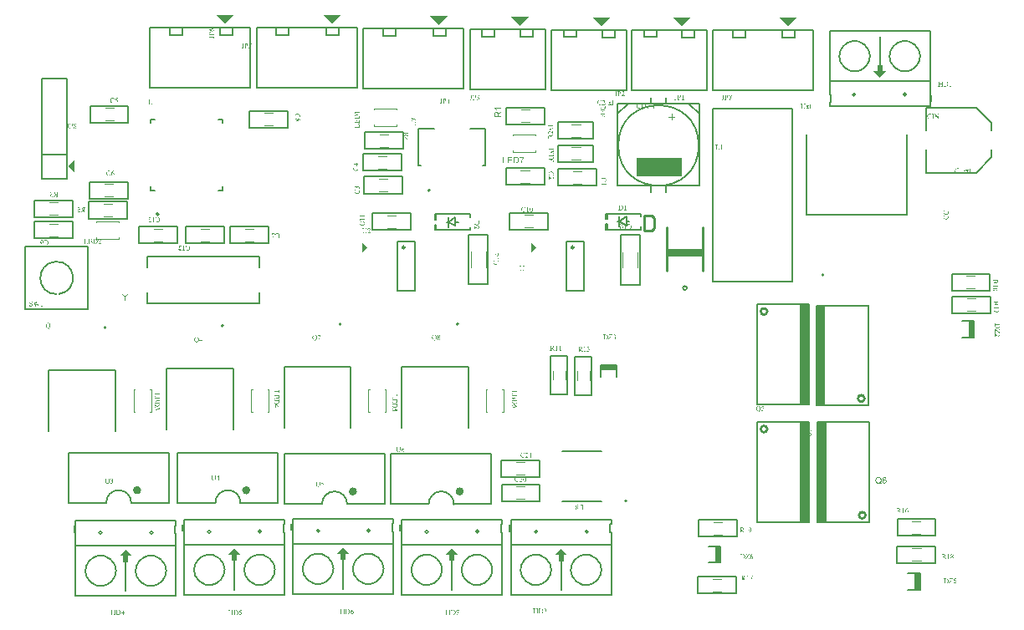
<source format=gto>
G04*
G04 #@! TF.GenerationSoftware,Altium Limited,Altium Designer,18.1.6 (161)*
G04*
G04 Layer_Color=65535*
%FSTAX24Y24*%
%MOIN*%
G70*
G01*
G75*
%ADD10C,0.0079*%
%ADD11C,0.0050*%
%ADD12C,0.0070*%
%ADD13C,0.0100*%
%ADD14C,0.0098*%
%ADD15C,0.0150*%
%ADD16C,0.0040*%
%ADD17C,0.0059*%
%ADD18R,0.1801X0.0768*%
%ADD19R,0.0217X0.0650*%
%ADD20R,0.0360X0.3990*%
%ADD21R,0.0650X0.0217*%
G36*
X022595Y033635D02*
Y033645D01*
X022245Y033995D01*
X022955D01*
X022595Y033635D01*
D02*
G37*
G36*
X018347D02*
Y033645D01*
X017997Y033995D01*
X018707D01*
X018347Y033635D01*
D02*
G37*
G36*
X026845Y033585D02*
Y033595D01*
X026495Y033945D01*
X027205D01*
X026845Y033585D01*
D02*
G37*
G36*
X030095Y033549D02*
Y033559D01*
X029745Y033909D01*
X030455D01*
X030095Y033549D01*
D02*
G37*
G36*
X040771Y033535D02*
Y033545D01*
X040421Y033895D01*
X041131D01*
X040771Y033535D01*
D02*
G37*
G36*
X036535D02*
Y033545D01*
X036185Y033895D01*
X036895D01*
X036535Y033535D01*
D02*
G37*
G36*
X033345D02*
Y033545D01*
X032995Y033895D01*
X033705D01*
X033345Y033535D01*
D02*
G37*
G36*
X044525Y031743D02*
X044675D01*
X044425Y031493D01*
X044175Y031743D01*
X044325D01*
Y031993D01*
X044525D01*
Y031743D01*
D02*
G37*
G36*
X012345Y027706D02*
X012095Y027956D01*
X012345Y028206D01*
Y027706D01*
D02*
G37*
G36*
X030733Y024726D02*
X030533Y024526D01*
Y024926D01*
X030733Y024726D01*
D02*
G37*
G36*
X024001D02*
X023801Y024526D01*
Y024926D01*
X024001Y024726D01*
D02*
G37*
G36*
X037373Y02435D02*
X035955D01*
Y024665D01*
X037373D01*
Y02435D01*
D02*
G37*
G36*
X023295Y01249D02*
X023145D01*
Y01224D01*
X022945D01*
Y01249D01*
X022795D01*
X023045Y01274D01*
X023295Y01249D01*
D02*
G37*
G36*
X027625Y012451D02*
X027475D01*
Y012201D01*
X027275D01*
Y012451D01*
X027125D01*
X027375Y012701D01*
X027625Y012451D01*
D02*
G37*
G36*
X018965D02*
X018815D01*
Y012201D01*
X018615D01*
Y012451D01*
X018465D01*
X018715Y012701D01*
X018965Y012451D01*
D02*
G37*
G36*
X031975Y01245D02*
X031825D01*
Y0122D01*
X031625D01*
Y01245D01*
X031475D01*
X031725Y0127D01*
X031975Y01245D01*
D02*
G37*
G36*
X014635Y012411D02*
X014485D01*
Y012161D01*
X014285D01*
Y012411D01*
X014135D01*
X014385Y012661D01*
X014635Y012411D01*
D02*
G37*
G36*
X015475Y030612D02*
X015466D01*
X015464Y030611D01*
X015461Y03061D01*
X015458Y030609D01*
X015456Y030607D01*
X015453Y030605D01*
X01545Y030602D01*
X01545Y030602D01*
X015449Y0306D01*
X015449Y030598D01*
X015448Y030595D01*
Y030595D01*
Y030594D01*
Y030593D01*
Y030592D01*
X015447Y03059D01*
Y030588D01*
Y030582D01*
Y030503D01*
Y030502D01*
Y030501D01*
Y030498D01*
Y030494D01*
X015447Y03049D01*
X015447Y030485D01*
X015446Y030481D01*
X015446Y030477D01*
Y030477D01*
X015446Y030475D01*
X015445Y030473D01*
X015445Y030471D01*
X015444Y030468D01*
X015443Y030464D01*
X015442Y030458D01*
Y030458D01*
X015441Y030457D01*
X01544Y030455D01*
X01544Y030453D01*
X015437Y030448D01*
X015433Y030443D01*
X015433Y030443D01*
X015432Y030442D01*
X015431Y030441D01*
X01543Y030439D01*
X015427Y030437D01*
X015425Y030435D01*
X015419Y03043D01*
X015419Y03043D01*
X015417Y030429D01*
X015416Y030428D01*
X015413Y030427D01*
X015407Y030425D01*
X015401Y030423D01*
X015393Y030421D01*
X015384Y03042D01*
X015374Y030419D01*
X015369D01*
X015365Y03042D01*
X015361Y03042D01*
X015356Y03042D01*
X015352Y030421D01*
X015347Y030422D01*
X015347D01*
X015345Y030422D01*
X015343Y030423D01*
X015341Y030424D01*
X015337Y030425D01*
X015334Y030426D01*
X015328Y03043D01*
X015327Y03043D01*
X015326Y030431D01*
X015325Y030432D01*
X015323Y030433D01*
X015318Y030437D01*
X015314Y030442D01*
X015313Y030443D01*
X015313Y030444D01*
X015312Y030445D01*
X01531Y030447D01*
X015309Y03045D01*
X015307Y030452D01*
X015304Y030459D01*
Y030459D01*
X015304Y03046D01*
X015304Y030462D01*
X015303Y030464D01*
X015303Y030466D01*
X015302Y030469D01*
X015302Y030473D01*
X015301Y030477D01*
Y030478D01*
Y030479D01*
X015301Y030482D01*
Y030486D01*
X015301Y03049D01*
Y030495D01*
X0153Y030501D01*
Y030506D01*
Y030582D01*
Y030582D01*
Y030583D01*
Y030585D01*
Y030587D01*
X015299Y030592D01*
X015299Y030597D01*
Y030597D01*
X015298Y030598D01*
X015298Y0306D01*
X015297Y030603D01*
X015295Y030606D01*
X015295Y030606D01*
X015294Y030607D01*
X015292Y030609D01*
X015289Y03061D01*
X015288D01*
X015288Y03061D01*
X015286Y03061D01*
X015285Y030611D01*
X015284D01*
X015283Y030611D01*
X015282Y030612D01*
X015273D01*
Y030616D01*
X015355D01*
Y030612D01*
X015346D01*
X015344Y030611D01*
X015342Y030611D01*
X015342D01*
X015341Y03061D01*
X015339Y03061D01*
X015337Y030609D01*
X015336Y030609D01*
X015335Y030608D01*
X015333Y030606D01*
X015331Y030604D01*
X015331Y030603D01*
X01533Y030602D01*
X015329Y030599D01*
X015328Y030596D01*
Y030595D01*
Y030595D01*
X015328Y030593D01*
Y030592D01*
Y03059D01*
X015328Y030588D01*
Y030582D01*
Y030496D01*
Y030484D01*
Y030484D01*
Y030482D01*
Y03048D01*
X015328Y030478D01*
Y030478D01*
X015328Y030476D01*
X015329Y030474D01*
X015329Y03047D01*
Y03047D01*
Y030469D01*
X015329Y030468D01*
X01533Y030466D01*
X015331Y030461D01*
X015332Y030457D01*
Y030457D01*
X015332Y030456D01*
X015333Y030454D01*
X015334Y03045D01*
X015336Y030447D01*
X015336Y030446D01*
X015338Y030444D01*
X01534Y030442D01*
X015342Y03044D01*
X015343Y030439D01*
X015345Y030438D01*
X015348Y030435D01*
X015351Y030434D01*
X015352D01*
X015352Y030433D01*
X015354Y030432D01*
X015358Y030431D01*
X015362Y03043D01*
X015363D01*
X015365Y030429D01*
X015366D01*
X01537Y030429D01*
X015376Y030428D01*
X015379D01*
X015382Y030429D01*
X015386Y03043D01*
X015392Y03043D01*
X015397Y030432D01*
X015403Y030434D01*
X015408Y030437D01*
X015409Y030437D01*
X015409Y030437D01*
X015411Y030438D01*
X015413Y030439D01*
X015416Y030442D01*
X01542Y030446D01*
X015421Y030446D01*
X015421Y030447D01*
X015422Y030448D01*
X015423Y03045D01*
X015426Y030453D01*
X015428Y030458D01*
Y030458D01*
X015428Y030459D01*
X015429Y03046D01*
X015429Y030462D01*
X01543Y030465D01*
X015431Y030468D01*
X015432Y030472D01*
X015432Y030476D01*
Y030476D01*
Y030477D01*
Y030478D01*
X015433Y030479D01*
Y030483D01*
X015433Y030488D01*
Y030488D01*
Y030489D01*
X015433Y030491D01*
Y030492D01*
X015434Y030497D01*
Y030502D01*
Y030582D01*
Y030582D01*
Y030583D01*
Y030585D01*
Y030588D01*
X015433Y030592D01*
X015433Y030595D01*
X015432Y030597D01*
Y030597D01*
Y030598D01*
X015432Y0306D01*
X015431Y030603D01*
X01543Y030605D01*
X015429Y030605D01*
X015428Y030607D01*
X015426Y030608D01*
X015423Y03061D01*
X015422Y03061D01*
X01542Y030611D01*
X015417Y030611D01*
X015413Y030612D01*
X015406D01*
Y030616D01*
X015475D01*
Y030612D01*
D02*
G37*
G36*
X010664Y022494D02*
X01066D01*
Y022494D01*
X01066Y022495D01*
Y022497D01*
X010659Y022499D01*
X010658Y022505D01*
X010657Y022511D01*
Y022511D01*
X010656Y022512D01*
X010656Y022514D01*
X010655Y022516D01*
X010654Y02252D01*
X010651Y022525D01*
Y022525D01*
X010651Y022526D01*
X01065Y022526D01*
X01065Y022528D01*
X010647Y022531D01*
X010644Y022535D01*
X010644Y022535D01*
X010643Y022536D01*
X010641Y022538D01*
X010638Y022541D01*
X010634Y022543D01*
X010633D01*
X010633Y022544D01*
X010631Y022544D01*
X01063Y022545D01*
X010626Y022547D01*
X010622Y022548D01*
X010621D01*
X010621Y022549D01*
X01062Y022549D01*
X010618Y022549D01*
X010614Y02255D01*
X01061Y02255D01*
X010608D01*
X010606Y02255D01*
X010603Y022549D01*
X010603D01*
X010602Y022549D01*
X0106Y022548D01*
X010597Y022548D01*
X010597D01*
X010596Y022547D01*
X010596Y022546D01*
X010594Y022546D01*
X010591Y022544D01*
X010587Y022541D01*
Y02254D01*
X010586Y02254D01*
X010584Y022538D01*
X010582Y022535D01*
X01058Y022531D01*
Y02253D01*
X01058Y02253D01*
X01058Y022529D01*
X010579Y022527D01*
X010579Y022524D01*
X010578Y02252D01*
Y022519D01*
Y022519D01*
Y022517D01*
X010579Y022514D01*
X010579Y022511D01*
X01058Y022511D01*
X01058Y022509D01*
X010582Y022506D01*
X010584Y022503D01*
X010584Y022503D01*
X010584Y022502D01*
X010586Y022501D01*
X010587Y022499D01*
X010589Y022498D01*
X010591Y022495D01*
X010593Y022493D01*
X010597Y022491D01*
X010597Y02249D01*
X010599Y022489D01*
X0106Y022488D01*
X010603Y022486D01*
X010607Y022484D01*
X010611Y022481D01*
X010616Y022478D01*
X010621Y022474D01*
X010622Y022474D01*
X010623Y022473D01*
X010626Y022472D01*
X010629Y02247D01*
X010632Y022468D01*
X010636Y022466D01*
X010643Y022461D01*
X010643Y022461D01*
X010644Y02246D01*
X010646Y022459D01*
X010647Y022458D01*
X010652Y022455D01*
X010657Y022452D01*
X010657D01*
X010657Y022451D01*
X01066Y022449D01*
X010663Y022447D01*
X010666Y022443D01*
X010666Y022442D01*
X010668Y022441D01*
X01067Y022437D01*
X010672Y022434D01*
Y022433D01*
X010673Y022433D01*
X010673Y022431D01*
X010674Y02243D01*
X010675Y022427D01*
X010677Y022423D01*
Y022422D01*
X010677Y022421D01*
X010677Y02242D01*
X010678Y022417D01*
Y022417D01*
X010678Y022415D01*
Y022414D01*
Y022411D01*
Y022411D01*
Y02241D01*
X010678Y022407D01*
Y022405D01*
X010677Y022402D01*
X010676Y022398D01*
X010675Y022395D01*
X010674Y022391D01*
Y022391D01*
X010673Y02239D01*
X010672Y022388D01*
X010671Y022385D01*
X010669Y022383D01*
X010667Y02238D01*
X010664Y022377D01*
X010661Y022374D01*
X010661Y022373D01*
X01066Y022373D01*
X010658Y022371D01*
X010656Y022369D01*
X010653Y022367D01*
X01065Y022366D01*
X010646Y022364D01*
X010642Y022362D01*
X010641D01*
X010641Y022362D01*
X01064Y022361D01*
X010639Y022361D01*
X010635Y02236D01*
X01063Y022359D01*
X010629D01*
X010628Y022359D01*
X010627D01*
X010623Y022359D01*
X010618Y022358D01*
X010615D01*
X010613Y022359D01*
X010608Y022359D01*
X010602Y02236D01*
X010602D01*
X0106Y02236D01*
X010598Y02236D01*
X010595Y022361D01*
X010584Y022364D01*
X010583Y022364D01*
X010582Y022365D01*
X010579Y022366D01*
X010577Y022367D01*
X010574Y022367D01*
X010571Y022368D01*
X010568Y022368D01*
X010566Y022369D01*
X010565D01*
X010563Y022368D01*
X010563Y022368D01*
X010561Y022367D01*
X010559Y022363D01*
X010558Y022358D01*
X010553D01*
Y022423D01*
X010558D01*
Y022423D01*
Y022423D01*
X010558Y02242D01*
X010559Y022417D01*
X01056Y022413D01*
Y022413D01*
X01056Y022413D01*
X01056Y02241D01*
X010561Y022408D01*
X010562Y022405D01*
Y022404D01*
X010562Y022404D01*
X010563Y022402D01*
X010564Y0224D01*
X010565Y022396D01*
X010567Y022391D01*
Y022391D01*
X010568Y022391D01*
X01057Y022388D01*
X010572Y022385D01*
X010575Y022382D01*
X010576D01*
X010576Y022381D01*
X010578Y02238D01*
X010582Y022377D01*
X010586Y022374D01*
X010586D01*
X010587Y022374D01*
X010588Y022373D01*
X01059Y022372D01*
X010594Y02237D01*
X010599Y022369D01*
X010599D01*
X0106Y022368D01*
X010602D01*
X010603Y022368D01*
X010608Y022368D01*
X010613Y022367D01*
X010617D01*
X010619Y022368D01*
X010624Y022368D01*
X010629Y02237D01*
X010629D01*
X01063Y02237D01*
X010631Y022371D01*
X010633Y022371D01*
X010637Y022374D01*
X010641Y022377D01*
X010641Y022377D01*
X010642Y022378D01*
X010644Y02238D01*
X010646Y022383D01*
X010647Y022387D01*
X010649Y02239D01*
X01065Y022395D01*
X010651Y0224D01*
Y0224D01*
Y022401D01*
Y022403D01*
Y022403D01*
Y022404D01*
X01065Y022405D01*
X01065Y022407D01*
Y022408D01*
X010649Y022409D01*
X010648Y022411D01*
X010647Y022414D01*
X010647Y022415D01*
X010646Y022416D01*
X010644Y022418D01*
X010643Y022421D01*
X010642Y022422D01*
X010641Y022423D01*
X010639Y022425D01*
X010636Y022428D01*
X010636Y022428D01*
X010635Y022429D01*
X010633Y02243D01*
X010631Y022431D01*
X010631Y022432D01*
X01063Y022433D01*
X010628Y022434D01*
X010627Y022434D01*
X010626Y022435D01*
X010625Y022435D01*
X010624Y022436D01*
X010621Y022438D01*
X010619Y02244D01*
X010616Y022441D01*
X010612Y022444D01*
X010609Y022446D01*
X010589Y022458D01*
X010574Y022468D01*
X010574D01*
X010573Y022469D01*
X010571Y022471D01*
X010568Y022473D01*
X010564Y022477D01*
Y022477D01*
X010563Y022477D01*
X010562Y02248D01*
X010559Y022482D01*
X010557Y022486D01*
Y022487D01*
X010556Y022487D01*
X010555Y022489D01*
X010554Y022492D01*
X010552Y022497D01*
Y022497D01*
X010552Y022498D01*
Y0225D01*
X010552Y022502D01*
Y022502D01*
Y022504D01*
X010551Y022506D01*
Y022508D01*
Y022508D01*
Y02251D01*
X010552Y022512D01*
Y022514D01*
X010552Y022517D01*
X010553Y02252D01*
X010555Y022527D01*
X010555Y022528D01*
X010556Y022529D01*
X010556Y022531D01*
X010558Y022533D01*
X010559Y022535D01*
X010562Y022538D01*
X010564Y022541D01*
X010567Y022544D01*
X010567D01*
X010567Y022545D01*
X01057Y022546D01*
X010573Y022549D01*
X010578Y022552D01*
X010584Y022555D01*
X01059Y022557D01*
X010598Y022559D01*
X010607Y022559D01*
X010609D01*
X010612Y022559D01*
X010614Y022559D01*
X010615D01*
X010617Y022558D01*
X01062Y022558D01*
X010623Y022557D01*
X010623D01*
X010624Y022557D01*
X010626Y022556D01*
X010628Y022556D01*
X01063Y022555D01*
X010633Y022554D01*
X010639Y022552D01*
X010646Y022549D01*
X010646D01*
X010647Y022549D01*
X010649Y022548D01*
X01065Y022548D01*
X010653Y022549D01*
X010654D01*
X010654Y022549D01*
X010656Y02255D01*
X010657Y022551D01*
X010657Y022551D01*
X010657Y022552D01*
X010658Y022553D01*
X01066Y022559D01*
X010664D01*
Y022494D01*
D02*
G37*
G36*
X010967Y022551D02*
X010964D01*
X010962Y02255D01*
X01096Y02255D01*
X01096D01*
X010958Y022549D01*
X010956Y022549D01*
X010954Y022548D01*
X010954Y022547D01*
X010953Y022547D01*
X010952Y022545D01*
X01095Y022544D01*
X01095Y022543D01*
X010949Y022542D01*
X010948Y022541D01*
X010948Y022541D01*
X010947Y022539D01*
X010946Y022538D01*
X010942Y022529D01*
X010937Y022514D01*
X010883Y022358D01*
X010876D01*
X010834Y022478D01*
X010796Y022358D01*
X010786D01*
X01073Y022518D01*
X01073Y022519D01*
X010729Y02252D01*
X010728Y022522D01*
X010727Y022525D01*
Y022526D01*
X010727Y022527D01*
X010726Y022529D01*
X010725Y022532D01*
Y022533D01*
X010724Y022533D01*
X010724Y022535D01*
X010723Y022538D01*
X010722Y022539D01*
X010722Y022539D01*
X010721Y02254D01*
X010721Y022541D01*
X01072Y022542D01*
X010718Y022544D01*
X010718Y022545D01*
X010717Y022545D01*
X010716Y022546D01*
X010714Y022548D01*
X010714Y022548D01*
X010713Y022548D01*
X010711Y022549D01*
X010709Y022549D01*
X010709D01*
X010708Y02255D01*
X010706Y02255D01*
X010704D01*
X010704Y022551D01*
X010701D01*
Y022555D01*
X010773D01*
Y022551D01*
X010767D01*
X010765Y02255D01*
X010763Y022549D01*
X010762D01*
X010761Y022549D01*
X010759Y022548D01*
X010758Y022547D01*
X010757Y022546D01*
X010757Y022546D01*
X010756Y022545D01*
X010755Y022543D01*
Y022543D01*
X010754Y022542D01*
X010754Y02254D01*
X010754Y022538D01*
Y022538D01*
X010754Y022536D01*
X010754Y022534D01*
X010755Y02253D01*
Y022529D01*
X010755Y022529D01*
X010756Y022528D01*
X010757Y022526D01*
X010757Y022524D01*
X010758Y022521D01*
X010759Y022518D01*
X01076Y022515D01*
X010797Y022407D01*
X010826Y022499D01*
X010821Y022515D01*
X010816Y022528D01*
X010813Y022535D01*
X01081Y022541D01*
X010808Y022544D01*
Y022544D01*
X010807Y022544D01*
X010805Y022546D01*
X010802Y022548D01*
X010798Y02255D01*
X010795Y022551D01*
X01079D01*
Y022555D01*
X010865D01*
Y022551D01*
X010858D01*
X010855Y02255D01*
X010853Y022549D01*
X010852D01*
X010851Y022549D01*
X01085Y022548D01*
X010848Y022547D01*
X010847Y022546D01*
X010846Y022544D01*
X010845Y022541D01*
X010844Y022537D01*
Y022537D01*
Y022536D01*
Y022534D01*
X010845Y022533D01*
Y022532D01*
X010845Y022532D01*
X010845Y02253D01*
X010846Y022528D01*
X010846Y022527D01*
X010846Y022525D01*
X010847Y022524D01*
X010847Y022522D01*
Y022521D01*
X010848Y022521D01*
X010848Y022519D01*
X010849Y022515D01*
X010851Y022511D01*
X010887Y022407D01*
X010924Y022514D01*
X010929Y022529D01*
Y022529D01*
X010929Y02253D01*
X01093Y022531D01*
X01093Y022532D01*
X01093Y022535D01*
X010931Y022538D01*
Y022539D01*
X01093Y02254D01*
X01093Y022542D01*
X010929Y022544D01*
X010928Y022545D01*
X010927Y022546D01*
X010926Y022547D01*
X010923Y022548D01*
X010923D01*
X010922Y022549D01*
X01092Y022549D01*
X010917Y02255D01*
X01091Y022551D01*
Y022555D01*
X010967D01*
Y022551D01*
D02*
G37*
G36*
X011053Y022396D02*
Y022395D01*
Y022394D01*
Y022391D01*
Y022388D01*
Y022387D01*
Y022386D01*
Y022384D01*
Y022382D01*
Y022381D01*
Y02238D01*
Y022378D01*
Y022377D01*
X011053Y022377D01*
X011054Y022375D01*
Y022374D01*
X011054Y022374D01*
X011056Y022371D01*
X011056Y022371D01*
X011057Y02237D01*
X011058Y022369D01*
X01106Y022368D01*
X01106D01*
X011061Y022368D01*
X011063Y022367D01*
X011066Y022367D01*
X011078Y022366D01*
Y022362D01*
X011006D01*
Y022366D01*
X011014D01*
X011017Y022367D01*
X011017D01*
X011019Y022367D01*
X011021Y022368D01*
X011023Y022368D01*
X011023Y022369D01*
X011024Y022369D01*
X011026Y022371D01*
X011027Y022371D01*
X011027Y022372D01*
X011028Y022374D01*
Y022374D01*
X011029Y022375D01*
X011029Y022376D01*
X01103Y022378D01*
Y022381D01*
X01103Y022385D01*
X01103Y02239D01*
Y022396D01*
Y022502D01*
X01103Y022519D01*
Y022519D01*
Y022521D01*
Y022522D01*
X01103Y022524D01*
Y022524D01*
X011029Y022525D01*
Y022526D01*
X011029Y022528D01*
Y022528D01*
X011028Y022529D01*
X011028Y022531D01*
X011027Y022532D01*
Y022532D01*
X011027Y022532D01*
X011025Y022534D01*
X011025Y022535D01*
X011024Y022535D01*
X011022Y022536D01*
X011019Y022536D01*
X011016D01*
X011014Y022536D01*
X011013Y022536D01*
X011013D01*
X011012Y022535D01*
X01101Y022535D01*
X011009Y022534D01*
X011008D01*
X011008Y022534D01*
X011006Y022533D01*
X011005Y022532D01*
X011003Y022537D01*
X011048Y022559D01*
X011053D01*
Y022396D01*
D02*
G37*
G36*
X044625Y015552D02*
X044628D01*
X044631Y015552D01*
X044638Y01555D01*
X044646Y015548D01*
X044654Y015545D01*
X044662Y015541D01*
X044666Y015538D01*
X04467Y015535D01*
X04467Y015535D01*
X04467Y015535D01*
X044672Y015534D01*
X044673Y015532D01*
X044675Y015531D01*
X044676Y015528D01*
X04468Y015523D01*
X044684Y015517D01*
X044688Y015508D01*
X044691Y015499D01*
X044693Y015489D01*
X044662Y015486D01*
Y015487D01*
X044662Y015487D01*
X044661Y015489D01*
X04466Y015492D01*
X044659Y015497D01*
X044657Y015501D01*
X044655Y015505D01*
X044652Y01551D01*
X04465Y015513D01*
X044649Y015514D01*
X044647Y015515D01*
X044645Y015517D01*
X044641Y01552D01*
X044636Y015522D01*
X044631Y015524D01*
X044625Y015526D01*
X044618Y015527D01*
X044616D01*
X044613Y015526D01*
X044609Y015525D01*
X044605Y015524D01*
X044601Y015523D01*
X044596Y015521D01*
X044592Y015518D01*
X044591Y015518D01*
X044589Y015516D01*
X044586Y015514D01*
X044583Y01551D01*
X044579Y015505D01*
X044575Y0155D01*
X044572Y015494D01*
X044568Y015486D01*
Y015486D01*
X044568Y015485D01*
X044567Y015484D01*
X044566Y015482D01*
X044566Y01548D01*
X044565Y015478D01*
X044565Y015475D01*
X044564Y015471D01*
X044563Y015467D01*
X044562Y015463D01*
X044561Y015458D01*
X044561Y015453D01*
X04456Y015447D01*
X04456Y015441D01*
X044559Y015434D01*
Y015427D01*
X04456Y015428D01*
X044561Y01543D01*
X044564Y015433D01*
X044567Y015437D01*
X044571Y015441D01*
X044576Y015445D01*
X044581Y015449D01*
X044587Y015453D01*
X044587D01*
X044588Y015453D01*
X04459Y015454D01*
X044593Y015455D01*
X044598Y015457D01*
X044603Y015459D01*
X044609Y01546D01*
X044615Y015461D01*
X044622Y015461D01*
X044625D01*
X044627Y015461D01*
X04463Y015461D01*
X044633Y01546D01*
X044636Y01546D01*
X04464Y015458D01*
X044649Y015456D01*
X044653Y015454D01*
X044657Y015451D01*
X044662Y015449D01*
X044667Y015446D01*
X044671Y015442D01*
X044675Y015438D01*
X044676Y015438D01*
X044676Y015437D01*
X044677Y015436D01*
X044679Y015434D01*
X04468Y015431D01*
X044682Y015429D01*
X044684Y015426D01*
X044686Y015422D01*
X044689Y015418D01*
X04469Y015413D01*
X044692Y015408D01*
X044694Y015403D01*
X044695Y015397D01*
X044696Y015391D01*
X044697Y015385D01*
X044697Y015378D01*
Y015378D01*
Y015377D01*
Y015376D01*
Y015374D01*
X044697Y015372D01*
Y01537D01*
X044696Y015364D01*
X044695Y015357D01*
X044693Y015349D01*
X04469Y015341D01*
X044687Y015333D01*
Y015333D01*
X044686Y015333D01*
X044686Y015332D01*
X044685Y01533D01*
X044683Y015326D01*
X044679Y015322D01*
X044675Y015316D01*
X04467Y015311D01*
X044665Y015306D01*
X044658Y015302D01*
X044658D01*
X044657Y015301D01*
X044656Y0153D01*
X044655Y0153D01*
X044651Y015298D01*
X044646Y015296D01*
X04464Y015294D01*
X044633Y015293D01*
X044625Y015291D01*
X044617Y015291D01*
X044615D01*
X044613Y015291D01*
X04461D01*
X044607Y015292D01*
X044603Y015292D01*
X044599Y015293D01*
X044594Y015295D01*
X044589Y015296D01*
X044584Y015298D01*
X044579Y0153D01*
X044573Y015303D01*
X044568Y015306D01*
X044563Y01531D01*
X044558Y015315D01*
X044553Y01532D01*
X044552Y01532D01*
X044552Y015321D01*
X044551Y015323D01*
X044549Y015325D01*
X044547Y015329D01*
X044545Y015332D01*
X044543Y015337D01*
X044541Y015342D01*
X044538Y015349D01*
X044536Y015356D01*
X044534Y015363D01*
X044532Y015372D01*
X04453Y015381D01*
X044529Y015392D01*
X044528Y015403D01*
X044528Y015415D01*
Y015415D01*
Y015416D01*
Y015417D01*
Y015418D01*
X044528Y015422D01*
Y015427D01*
X044529Y015433D01*
X044529Y01544D01*
X04453Y015448D01*
X044531Y015456D01*
X044533Y015465D01*
X044535Y015474D01*
X044537Y015483D01*
X044539Y015492D01*
X044543Y0155D01*
X044546Y015508D01*
X044551Y015516D01*
X044555Y015523D01*
X044556Y015523D01*
X044556Y015524D01*
X044558Y015525D01*
X04456Y015528D01*
X044562Y01553D01*
X044565Y015532D01*
X044569Y015535D01*
X044572Y015538D01*
X044577Y01554D01*
X044582Y015543D01*
X044587Y015545D01*
X044593Y015548D01*
X044599Y01555D01*
X044606Y015551D01*
X044613Y015552D01*
X04462Y015552D01*
X044623D01*
X044625Y015552D01*
D02*
G37*
G36*
X04438Y015555D02*
X044384D01*
X044387Y015555D01*
X044391Y015554D01*
X044396Y015554D01*
X044406Y015552D01*
X044417Y015549D01*
X044427Y015544D01*
X044433Y015542D01*
X044438Y015539D01*
X044439Y015538D01*
X04444Y015538D01*
X044441Y015537D01*
X044443Y015536D01*
X044445Y015534D01*
X044448Y015532D01*
X044455Y015527D01*
X044461Y01552D01*
X044469Y015512D01*
X044476Y015502D01*
X044482Y015491D01*
Y015491D01*
X044482Y01549D01*
X044483Y015488D01*
X044484Y015486D01*
X044485Y015483D01*
X044487Y01548D01*
X044488Y015476D01*
X04449Y015471D01*
X044491Y015467D01*
X044492Y015461D01*
X044494Y015456D01*
X044495Y01545D01*
X044496Y015437D01*
X044497Y015423D01*
Y015423D01*
Y015422D01*
Y01542D01*
Y015418D01*
X044497Y015415D01*
Y015412D01*
X044496Y015408D01*
X044496Y015404D01*
X044495Y015396D01*
X044493Y015386D01*
X044491Y015376D01*
X044487Y015366D01*
Y015366D01*
X044487Y015365D01*
X044486Y015364D01*
X044485Y015362D01*
X044484Y01536D01*
X044483Y015357D01*
X04448Y015352D01*
X044476Y015344D01*
X044471Y015337D01*
X044465Y01533D01*
X044458Y015322D01*
X044459D01*
X04446Y015322D01*
X044461Y015321D01*
X044462Y01532D01*
X044464Y015318D01*
X044467Y015317D01*
X044472Y015313D01*
X044479Y015309D01*
X044487Y015305D01*
X044494Y015302D01*
X044502Y015299D01*
X044492Y015275D01*
X044491D01*
X044491Y015276D01*
X044489Y015276D01*
X044487Y015277D01*
X044484Y015278D01*
X044481Y01528D01*
X044478Y015281D01*
X044474Y015283D01*
X044466Y015288D01*
X044457Y015293D01*
X044447Y015299D01*
X044437Y015307D01*
X044436D01*
X044435Y015306D01*
X044434Y015305D01*
X044432Y015304D01*
X044429Y015303D01*
X044426Y015302D01*
X044422Y0153D01*
X044418Y015299D01*
X044414Y015297D01*
X044409Y015296D01*
X044398Y015293D01*
X044386Y015292D01*
X04438Y015291D01*
X044374Y015291D01*
X04437D01*
X044368Y015291D01*
X044365D01*
X044361Y015292D01*
X044357Y015292D01*
X044353Y015293D01*
X044343Y015295D01*
X044332Y015298D01*
X044321Y015302D01*
X044316Y015305D01*
X04431Y015307D01*
X04431Y015308D01*
X044309Y015308D01*
X044308Y015309D01*
X044306Y01531D01*
X044303Y015312D01*
X044301Y015315D01*
X044295Y01532D01*
X044287Y015326D01*
X04428Y015335D01*
X044273Y015344D01*
X044267Y015354D01*
Y015355D01*
X044266Y015356D01*
X044266Y015357D01*
X044265Y01536D01*
X044264Y015363D01*
X044262Y015366D01*
X044261Y01537D01*
X04426Y015374D01*
X044258Y015379D01*
X044257Y015384D01*
X044256Y01539D01*
X044254Y015396D01*
X044253Y015409D01*
X044252Y015423D01*
Y015423D01*
Y015425D01*
Y015427D01*
X044252Y015429D01*
Y015433D01*
X044253Y015437D01*
X044253Y015441D01*
X044254Y015446D01*
X044256Y015457D01*
X044258Y015468D01*
X044262Y01548D01*
X044267Y015492D01*
X044268Y015492D01*
X044268Y015494D01*
X044269Y015495D01*
X04427Y015497D01*
X044272Y0155D01*
X044273Y015503D01*
X044279Y01551D01*
X044285Y015517D01*
X044292Y015525D01*
X044301Y015533D01*
X044311Y015539D01*
X044311Y01554D01*
X044312Y01554D01*
X044314Y015541D01*
X044316Y015542D01*
X044319Y015543D01*
X044322Y015545D01*
X044325Y015546D01*
X044329Y015548D01*
X044334Y015549D01*
X044339Y015551D01*
X04435Y015553D01*
X044361Y015555D01*
X044368Y015556D01*
X044378D01*
X04438Y015555D01*
D02*
G37*
G36*
X029339Y030246D02*
X029139D01*
X029139Y030246D01*
X029141Y030244D01*
X029143Y030242D01*
X029146Y030238D01*
X029149Y030234D01*
X029153Y030229D01*
X029157Y030223D01*
X029161Y030216D01*
Y030216D01*
X029161Y030215D01*
X029163Y030213D01*
X029165Y030209D01*
X029167Y030205D01*
X029169Y0302D01*
X029172Y030194D01*
X029175Y030189D01*
X029177Y030183D01*
X029146D01*
Y030183D01*
X029146Y030184D01*
X029145Y030186D01*
X029144Y030188D01*
X029143Y03019D01*
X029142Y030192D01*
X029138Y030199D01*
X029134Y030206D01*
X029129Y030213D01*
X029123Y030221D01*
X029117Y030229D01*
X029116Y030229D01*
X029116Y03023D01*
X029115Y030231D01*
X029114Y030232D01*
X02911Y030236D01*
X029105Y03024D01*
X0291Y030245D01*
X029094Y030249D01*
X029088Y030253D01*
X029082Y030257D01*
Y030277D01*
X029339D01*
Y030246D01*
D02*
G37*
G36*
Y030097D02*
X029286Y030063D01*
X029286D01*
X029285Y030062D01*
X029284Y030062D01*
X029282Y030061D01*
X029278Y030058D01*
X029273Y030055D01*
X029267Y030051D01*
X029262Y030047D01*
X029256Y030043D01*
X029251Y030039D01*
X02925Y030038D01*
X029249Y030037D01*
X029247Y030035D01*
X029244Y030033D01*
X029239Y030027D01*
X029236Y030024D01*
X029234Y030021D01*
X029233Y030021D01*
X029233Y03002D01*
X029232Y030019D01*
X029231Y030017D01*
X02923Y030014D01*
X029229Y030012D01*
X029227Y030006D01*
Y030006D01*
X029227Y030005D01*
Y030003D01*
X029226Y030001D01*
X029226Y029999D01*
Y029996D01*
X029226Y029992D01*
Y029948D01*
X029339D01*
Y029914D01*
X029083D01*
Y030033D01*
X029084Y030036D01*
Y030039D01*
X029084Y030047D01*
X029085Y030055D01*
X029086Y030064D01*
X029088Y030072D01*
X029089Y030076D01*
X02909Y03008D01*
Y03008D01*
X029091Y03008D01*
X029092Y030082D01*
X029093Y030086D01*
X029096Y03009D01*
X029099Y030094D01*
X029104Y030099D01*
X029109Y030104D01*
X029115Y030108D01*
X029115D01*
X029115Y030108D01*
X029118Y03011D01*
X029121Y030111D01*
X029126Y030114D01*
X029132Y030115D01*
X029138Y030117D01*
X029145Y030118D01*
X029153Y030119D01*
X029154D01*
X029154D01*
X029156D01*
X029158Y030118D01*
X02916D01*
X029163Y030118D01*
X029169Y030117D01*
X029176Y030114D01*
X029184Y030111D01*
X029192Y030107D01*
X029196Y030104D01*
X029199Y030101D01*
X0292Y030101D01*
X0292Y0301D01*
X029201Y030099D01*
X029202Y030098D01*
X029204Y030096D01*
X029205Y030094D01*
X029207Y030091D01*
X029209Y030088D01*
X029211Y030084D01*
X029213Y03008D01*
X029215Y030075D01*
X029217Y030071D01*
X029219Y030065D01*
X02922Y03006D01*
X029222Y030053D01*
X029223Y030047D01*
X029223Y030047D01*
X029224Y030049D01*
X029225Y030051D01*
X029227Y030054D01*
X029231Y030061D01*
X029233Y030064D01*
X029236Y030067D01*
X029236Y030068D01*
X029238Y03007D01*
X029241Y030072D01*
X029245Y030076D01*
X02925Y03008D01*
X029256Y030085D01*
X029262Y03009D01*
X02927Y030095D01*
X029339Y030139D01*
Y030097D01*
D02*
G37*
G36*
X030252Y028298D02*
X030252Y028298D01*
X030251Y028297D01*
X03025Y028295D01*
X030248Y028293D01*
X030246Y028291D01*
X030243Y028288D01*
X03024Y028284D01*
X030237Y02828D01*
X030233Y028275D01*
X030229Y02827D01*
X030225Y028264D01*
X030221Y028258D01*
X030217Y028251D01*
X030212Y028244D01*
X030208Y028237D01*
X030203Y028229D01*
X030203Y028228D01*
X030202Y028227D01*
X030201Y028225D01*
X030199Y028221D01*
X030197Y028217D01*
X030195Y028213D01*
X030193Y028208D01*
X03019Y028202D01*
X030187Y028195D01*
X030184Y028188D01*
X030181Y028181D01*
X030178Y028173D01*
X030172Y028157D01*
X030166Y02814D01*
Y02814D01*
X030166Y028139D01*
X030166Y028137D01*
X030165Y028135D01*
X030164Y028132D01*
X030163Y028128D01*
X030162Y028124D01*
X030161Y02812D01*
X03016Y028114D01*
X030159Y028109D01*
X030157Y028097D01*
X030156Y028084D01*
X030154Y02807D01*
X030122D01*
Y02807D01*
Y028072D01*
Y028073D01*
X030123Y028075D01*
Y028078D01*
X030123Y028082D01*
X030123Y028086D01*
X030124Y02809D01*
X030124Y028096D01*
X030125Y028101D01*
X030126Y028107D01*
X030127Y028113D01*
X030129Y02812D01*
X03013Y028127D01*
X030134Y028143D01*
Y028143D01*
X030134Y028144D01*
X030135Y028147D01*
X030136Y02815D01*
X030137Y028154D01*
X030138Y028158D01*
X03014Y028163D01*
X030142Y028169D01*
X030144Y028175D01*
X030147Y028181D01*
X030152Y028196D01*
X030159Y02821D01*
X030166Y028225D01*
X030167Y028225D01*
X030167Y028227D01*
X030168Y028229D01*
X03017Y028232D01*
X030172Y028235D01*
X030174Y028239D01*
X030177Y028244D01*
X03018Y028248D01*
X030187Y028259D01*
X030194Y02827D01*
X030203Y028282D01*
X030212Y028292D01*
X030086D01*
Y028323D01*
X030252D01*
Y028298D01*
D02*
G37*
G36*
X029944Y028326D02*
X029951Y028325D01*
X029959Y028325D01*
X029966Y028324D01*
X029972Y028322D01*
X029973D01*
X029973Y028322D01*
X029975D01*
X029976Y028321D01*
X02998Y02832D01*
X029985Y028318D01*
X029991Y028316D01*
X029998Y028312D01*
X030004Y028309D01*
X03001Y028304D01*
X03001Y028304D01*
X03001Y028303D01*
X030012Y028302D01*
X030013Y028301D01*
X030017Y028297D01*
X030021Y028292D01*
X030026Y028286D01*
X030031Y028278D01*
X030036Y02827D01*
X03004Y02826D01*
Y02826D01*
X03004Y028259D01*
X030041Y028258D01*
X030042Y028255D01*
X030043Y028253D01*
X030043Y02825D01*
X030044Y028247D01*
X030045Y028242D01*
X030046Y028238D01*
X030047Y028234D01*
X030049Y028223D01*
X03005Y028212D01*
X03005Y028199D01*
Y028199D01*
Y028198D01*
Y028196D01*
Y028194D01*
X03005Y028192D01*
Y028189D01*
X03005Y028182D01*
X030049Y028174D01*
X030047Y028165D01*
X030046Y028156D01*
X030043Y028147D01*
Y028147D01*
X030043Y028146D01*
X030043Y028145D01*
X030042Y028144D01*
X030041Y02814D01*
X030039Y028134D01*
X030036Y028129D01*
X030033Y028123D01*
X03003Y028116D01*
X030026Y02811D01*
X030026Y02811D01*
X030024Y028108D01*
X030022Y028105D01*
X030019Y028102D01*
X030016Y028098D01*
X030012Y028094D01*
X030008Y02809D01*
X030003Y028087D01*
X030002Y028087D01*
X03Y028086D01*
X029998Y028084D01*
X029994Y028082D01*
X02999Y02808D01*
X029985Y028078D01*
X029979Y028076D01*
X029972Y028074D01*
X029971D01*
X02997Y028074D01*
X029969Y028073D01*
X029965Y028073D01*
X02996Y028072D01*
X029954Y028072D01*
X029947Y028071D01*
X029939Y02807D01*
X029931Y02807D01*
X029839D01*
Y028326D01*
X029937D01*
X029944Y028326D01*
D02*
G37*
G36*
X029786Y028296D02*
X029635D01*
Y028218D01*
X029776D01*
Y028187D01*
X029635D01*
Y0281D01*
X029792D01*
Y02807D01*
X029601D01*
Y028326D01*
X029786D01*
Y028296D01*
D02*
G37*
G36*
X029434Y0281D02*
X02956D01*
Y02807D01*
X0294D01*
Y028326D01*
X029434D01*
Y0281D01*
D02*
G37*
G36*
X012212Y029649D02*
X012216Y029648D01*
X012224Y029648D01*
X012224D01*
X012226Y029647D01*
X012228Y029647D01*
X01223Y029646D01*
X012235Y029645D01*
X012241Y029644D01*
X012241D01*
X012242Y029643D01*
X012244Y029642D01*
X012245Y029642D01*
X01225Y029639D01*
X012255Y029636D01*
X012255Y029636D01*
X012256Y029636D01*
X012257Y029635D01*
X012258Y029634D01*
X012262Y02963D01*
X012266Y029625D01*
X012266Y029625D01*
X012268Y029623D01*
X012269Y029621D01*
X012271Y029617D01*
X012273Y029613D01*
X012275Y029608D01*
X012276Y029602D01*
X012276Y029595D01*
Y029595D01*
Y029594D01*
X012276Y029591D01*
Y029588D01*
X012275Y029585D01*
X012275Y029582D01*
X012274Y029578D01*
X012272Y029574D01*
Y029574D01*
X012272Y029573D01*
X012271Y029571D01*
X012269Y029568D01*
X012268Y029566D01*
X012266Y029563D01*
X012264Y02956D01*
X012261Y029557D01*
X01226Y029556D01*
X012258Y029555D01*
X012255Y029553D01*
X01225Y02955D01*
X012244Y029547D01*
X012237Y029545D01*
X012228Y029543D01*
X012218Y029543D01*
X012214D01*
X012211Y029543D01*
X012209D01*
X012203Y029543D01*
X012195Y029544D01*
X012187Y029546D01*
Y02949D01*
Y02949D01*
Y029488D01*
Y029487D01*
Y029485D01*
X012187Y02948D01*
X012187Y029475D01*
Y029474D01*
Y029474D01*
X012188Y029471D01*
X012189Y029469D01*
X01219Y029467D01*
X012191Y029466D01*
X012191Y029466D01*
X012192Y029465D01*
X012194Y029464D01*
X012197Y029462D01*
X012199Y029461D01*
X012202Y029461D01*
X012206Y02946D01*
X012214D01*
Y029456D01*
X012132D01*
Y02946D01*
X012141D01*
X012143Y029461D01*
X012146Y029461D01*
X012149Y029462D01*
X01215D01*
X01215Y029463D01*
X012152Y029464D01*
X012154Y029466D01*
X012156Y029469D01*
Y029469D01*
X012157Y02947D01*
X012157Y029471D01*
X012158Y029473D01*
X012158Y029476D01*
X012159Y029479D01*
X012159Y029484D01*
Y02949D01*
Y029615D01*
Y029615D01*
Y029617D01*
Y029618D01*
Y02962D01*
X012159Y029625D01*
X012158Y02963D01*
Y02963D01*
X012158Y029631D01*
X012157Y029633D01*
X012156Y029636D01*
X012155Y029638D01*
X012155Y029638D01*
X012153Y02964D01*
X012151Y029641D01*
X012148Y029643D01*
X012147Y029643D01*
X012145Y029644D01*
X012143Y029644D01*
X012139Y029645D01*
X012132D01*
Y029649D01*
X012209D01*
X012212Y029649D01*
D02*
G37*
G36*
X012123Y029645D02*
X012115D01*
X012112Y029644D01*
X012109Y029644D01*
X012106Y029643D01*
X012105Y029642D01*
X012103Y029641D01*
X012101Y02964D01*
X012098Y029637D01*
Y029637D01*
X012097Y029636D01*
X012097Y029633D01*
X012096Y029632D01*
X012096Y029629D01*
Y029629D01*
Y029628D01*
X012096Y029627D01*
Y029626D01*
Y029624D01*
X012095Y029621D01*
Y029615D01*
Y029521D01*
Y02952D01*
Y029519D01*
Y029517D01*
Y029514D01*
X012095Y029511D01*
X012094Y029507D01*
X012094Y0295D01*
Y0295D01*
X012093Y029499D01*
Y029497D01*
X012093Y029496D01*
X012092Y02949D01*
X01209Y029485D01*
Y029485D01*
X01209Y029484D01*
X01209Y029483D01*
X012089Y029481D01*
X012087Y029477D01*
X012084Y029473D01*
Y029472D01*
X012083Y029471D01*
X012083Y029471D01*
X012081Y029469D01*
X012079Y029466D01*
X012074Y029462D01*
X012074Y029461D01*
X012073Y02946D01*
X01207Y029459D01*
X012067Y029457D01*
X012063Y029455D01*
X012058Y029454D01*
X012053Y029453D01*
X012047Y029452D01*
X012045D01*
X012043Y029453D01*
X01204Y029453D01*
X012036Y029454D01*
X012035D01*
X012035Y029454D01*
X012033Y029455D01*
X01203Y029457D01*
X012027Y029459D01*
X012026Y029459D01*
X012025Y02946D01*
X012023Y029463D01*
X012021Y029465D01*
Y029466D01*
X012021Y029466D01*
X01202Y029468D01*
X01202Y02947D01*
X01202Y029473D01*
Y029474D01*
Y029475D01*
X01202Y029477D01*
X01202Y029479D01*
Y029479D01*
X012021Y029481D01*
X012022Y029482D01*
X012023Y029484D01*
X012023Y029484D01*
X012024Y029485D01*
X012026Y029486D01*
X012027Y029487D01*
X012028Y029487D01*
X012029Y029487D01*
X012031Y029488D01*
X012033Y029488D01*
X012034D01*
X012036Y029488D01*
X012038Y029487D01*
X012041Y029485D01*
X012041Y029485D01*
X012042Y029484D01*
X012043Y029482D01*
X012045Y029479D01*
X012045Y029478D01*
X012046Y029477D01*
X012048Y029473D01*
X01205Y029469D01*
X01205Y029469D01*
X01205Y029467D01*
X012052Y029465D01*
X012053Y029463D01*
X012053Y029463D01*
X012054Y029463D01*
X012056Y029462D01*
X012057Y029461D01*
X012059D01*
X012061Y029462D01*
X012061Y029463D01*
X012062Y029463D01*
X012063Y029464D01*
X012064Y029466D01*
X012065Y029466D01*
X012065Y029467D01*
X012066Y02947D01*
X012067Y029473D01*
Y029473D01*
X012067Y029473D01*
X012067Y029476D01*
X012068Y029478D01*
Y029483D01*
Y029615D01*
Y029617D01*
Y029617D01*
Y029618D01*
Y029619D01*
Y029621D01*
X012067Y029624D01*
X012067Y029627D01*
Y029628D01*
Y029629D01*
X012067Y029631D01*
Y029632D01*
X012066Y029632D01*
X012066Y029635D01*
Y029635D01*
X012065Y029636D01*
X012065Y029637D01*
X012064Y029638D01*
X012063Y029638D01*
X012063Y029639D01*
X012062Y02964D01*
X01206Y029641D01*
X012059Y029641D01*
X012058Y029642D01*
X012056Y029643D01*
X012054Y029643D01*
X012054D01*
X012053Y029644D01*
X01205Y029644D01*
X01205D01*
X012049Y029645D01*
X01204D01*
Y029649D01*
X012123D01*
Y029645D01*
D02*
G37*
G36*
X012369Y029653D02*
X012372Y029653D01*
X012373D01*
X012375Y029652D01*
X012379Y029651D01*
X012382Y02965D01*
X012383D01*
X012384Y02965D01*
X012386Y029649D01*
X012388Y029648D01*
X012393Y029645D01*
X012398Y029641D01*
X012399Y02964D01*
X012399Y029639D01*
X012401Y029638D01*
X012402Y029636D01*
X012406Y029632D01*
X012409Y029627D01*
X012409Y029627D01*
X01241Y029626D01*
X01241Y029624D01*
X012411Y029622D01*
X012412Y02962D01*
X012412Y029617D01*
X012413Y029614D01*
Y029611D01*
Y029611D01*
Y029609D01*
X012413Y029608D01*
X012412Y029606D01*
Y029605D01*
X012412Y029604D01*
X012412Y029602D01*
X012411Y0296D01*
Y0296D01*
X01241Y029599D01*
X01241Y029598D01*
X01241Y029597D01*
X012408Y029593D01*
X012405Y029589D01*
X012405Y029589D01*
X012404Y029587D01*
X012402Y029585D01*
X012399Y029582D01*
X012394Y029578D01*
X012389Y029573D01*
X012382Y029568D01*
X012378Y029565D01*
X012374Y029562D01*
X012374Y029562D01*
X012375Y029562D01*
X012376Y029561D01*
X012378Y029559D01*
X012382Y029556D01*
X012387Y029551D01*
X012393Y029547D01*
X012398Y029542D01*
X012403Y029537D01*
X012405Y029535D01*
X012407Y029533D01*
X012407Y029532D01*
X012407Y029531D01*
X012409Y02953D01*
X01241Y029528D01*
X012412Y029523D01*
X012414Y029518D01*
Y029517D01*
X012415Y029516D01*
X012416Y029515D01*
X012416Y029513D01*
X012417Y029508D01*
X012417Y029502D01*
Y029502D01*
Y0295D01*
X012417Y029498D01*
Y029496D01*
X012416Y029493D01*
X012416Y02949D01*
X012415Y029487D01*
X012413Y029484D01*
Y029483D01*
X012413Y029482D01*
X012412Y029481D01*
X01241Y029479D01*
X012409Y029476D01*
X012407Y029474D01*
X012404Y029471D01*
X012402Y029468D01*
X012401Y029467D01*
X012399Y029466D01*
X012396Y029464D01*
X012391Y029461D01*
X012385Y029459D01*
X012378Y029456D01*
X01237Y029455D01*
X012361Y029454D01*
X012359D01*
X012357Y029454D01*
X012355D01*
X012352Y029455D01*
X012346Y029456D01*
X012339Y029458D01*
X012332Y029461D01*
X012325Y029465D01*
X012321Y029468D01*
X012318Y029471D01*
X012318Y029471D01*
X012316Y029473D01*
X012315Y029476D01*
X012312Y02948D01*
X01231Y029484D01*
X012308Y029489D01*
X012307Y029494D01*
X012306Y0295D01*
Y029501D01*
Y029503D01*
X012307Y029505D01*
X012308Y029508D01*
X012308Y029512D01*
X01231Y029516D01*
X012312Y029521D01*
X012315Y029525D01*
X012315Y029526D01*
X012315Y029527D01*
X012316Y029528D01*
X012318Y029529D01*
X012322Y029533D01*
X012326Y029538D01*
X012327Y029539D01*
X012329Y029541D01*
X012331Y029543D01*
X012334Y029545D01*
X012335D01*
X012335Y029546D01*
X012337Y029547D01*
X01234Y02955D01*
X012345Y029553D01*
X012344Y029553D01*
X012343Y029555D01*
X01234Y029557D01*
X012338Y029559D01*
X012332Y029564D01*
X012328Y029567D01*
X012326Y02957D01*
X012325Y02957D01*
X012325Y029571D01*
X012323Y029572D01*
X012322Y029574D01*
X012318Y029579D01*
X012316Y029581D01*
X012315Y029583D01*
Y029583D01*
X012315Y029584D01*
X012314Y029585D01*
X012313Y029587D01*
X012312Y02959D01*
X01231Y029595D01*
Y029595D01*
X01231Y029596D01*
Y029597D01*
X012309Y029598D01*
X012309Y029602D01*
X012309Y029607D01*
Y029607D01*
Y029608D01*
X012309Y02961D01*
Y029613D01*
X012309Y029615D01*
X01231Y029618D01*
X012312Y029625D01*
Y029625D01*
X012313Y029626D01*
X012313Y029628D01*
X012315Y029629D01*
X012318Y029634D01*
X012323Y029639D01*
X012323Y02964D01*
X012324Y029641D01*
X012326Y029642D01*
X012328Y029644D01*
X01233Y029645D01*
X012333Y029647D01*
X01234Y02965D01*
X01234D01*
X012342Y029651D01*
X012343Y029651D01*
X012346Y029652D01*
X012349Y029652D01*
X012353Y029653D01*
X012361Y029654D01*
X012365D01*
X012369Y029653D01*
D02*
G37*
G36*
X014375Y022707D02*
Y022598D01*
X014341D01*
Y022707D01*
X014242Y022854D01*
X014283D01*
X014333Y022777D01*
Y022776D01*
X014334Y022776D01*
X014335Y022775D01*
X014335Y022773D01*
X014337Y022771D01*
X014338Y022769D01*
X014342Y022763D01*
X014346Y022757D01*
X01435Y022749D01*
X014355Y022742D01*
X014359Y022733D01*
Y022734D01*
X01436Y022735D01*
X014361Y022736D01*
X014362Y022737D01*
X014363Y022739D01*
X014364Y022741D01*
X014368Y022747D01*
X014372Y022753D01*
X014376Y022761D01*
X014382Y02277D01*
X014388Y022779D01*
X014437Y022854D01*
X014477D01*
X014375Y022707D01*
D02*
G37*
G36*
X027093Y030642D02*
X027096Y030642D01*
X027104Y030641D01*
X027105D01*
X027106Y030641D01*
X027108Y030641D01*
X02711Y03064D01*
X027116Y030639D01*
X027121Y030637D01*
X027122D01*
X027122Y030637D01*
X027124Y030636D01*
X027126Y030635D01*
X02713Y030633D01*
X027135Y03063D01*
X027135Y03063D01*
X027136Y030629D01*
X027137Y030628D01*
X027139Y030627D01*
X027142Y030624D01*
X027146Y030619D01*
X027147Y030619D01*
X027148Y030617D01*
X02715Y030614D01*
X027152Y030611D01*
X027153Y030607D01*
X027155Y030601D01*
X027156Y030595D01*
X027157Y030589D01*
Y030589D01*
Y030587D01*
X027156Y030585D01*
Y030582D01*
X027156Y030579D01*
X027155Y030575D01*
X027154Y030572D01*
X027153Y030568D01*
Y030568D01*
X027152Y030567D01*
X027151Y030565D01*
X02715Y030562D01*
X027148Y03056D01*
X027146Y030557D01*
X027144Y030554D01*
X027141Y030551D01*
X027141Y03055D01*
X027138Y030548D01*
X027135Y030546D01*
X02713Y030544D01*
X027124Y030541D01*
X027117Y030538D01*
X027108Y030537D01*
X027098Y030536D01*
X027094D01*
X027092Y030537D01*
X027089D01*
X027084Y030537D01*
X027075Y030538D01*
X027067Y03054D01*
Y030484D01*
Y030483D01*
Y030482D01*
Y03048D01*
Y030478D01*
X027067Y030473D01*
X027068Y030468D01*
Y030468D01*
Y030467D01*
X027068Y030465D01*
X027069Y030463D01*
X027071Y03046D01*
X027071Y03046D01*
X027072Y030459D01*
X027073Y030459D01*
X027075Y030457D01*
X027077Y030456D01*
X027079Y030455D01*
X027083Y030454D01*
X027086Y030454D01*
X027094D01*
Y03045D01*
X027012D01*
Y030454D01*
X027021D01*
X027023Y030454D01*
X027026Y030455D01*
X02703Y030456D01*
X02703D01*
X02703Y030456D01*
X027032Y030457D01*
X027034Y030459D01*
X027037Y030462D01*
Y030463D01*
X027037Y030463D01*
X027038Y030464D01*
X027038Y030467D01*
X027039Y030469D01*
X027039Y030473D01*
X027039Y030478D01*
Y030483D01*
Y030609D01*
Y030609D01*
Y03061D01*
Y030612D01*
Y030614D01*
X027039Y030619D01*
X027038Y030624D01*
Y030624D01*
X027038Y030625D01*
X027038Y030627D01*
X027037Y030629D01*
X027035Y030632D01*
X027035Y030632D01*
X027034Y030634D01*
X027031Y030635D01*
X027028Y030636D01*
X027028Y030637D01*
X027026Y030638D01*
X027023Y030638D01*
X027019Y030638D01*
X027012D01*
Y030643D01*
X027089D01*
X027093Y030642D01*
D02*
G37*
G36*
X027003Y030638D02*
X026995D01*
X026992Y030638D01*
X026989Y030638D01*
X026986Y030636D01*
X026985Y030636D01*
X026983Y030635D01*
X026981Y030634D01*
X026978Y030631D01*
Y030631D01*
X026978Y030629D01*
X026977Y030627D01*
X026977Y030625D01*
X026976Y030623D01*
Y030623D01*
Y030622D01*
X026976Y030621D01*
Y030619D01*
Y030617D01*
X026975Y030615D01*
Y030609D01*
Y030514D01*
Y030514D01*
Y030513D01*
Y03051D01*
Y030507D01*
X026975Y030504D01*
X026975Y030501D01*
X026974Y030494D01*
Y030494D01*
X026974Y030493D01*
Y030491D01*
X026973Y030489D01*
X026972Y030484D01*
X026971Y030479D01*
Y030478D01*
X02697Y030478D01*
X02697Y030476D01*
X026969Y030475D01*
X026967Y030471D01*
X026964Y030466D01*
Y030466D01*
X026964Y030465D01*
X026963Y030464D01*
X026962Y030463D01*
X026959Y030459D01*
X026955Y030456D01*
X026954Y030455D01*
X026953Y030454D01*
X02695Y030453D01*
X026947Y030451D01*
X026943Y030449D01*
X026938Y030447D01*
X026933Y030446D01*
X026927Y030446D01*
X026925D01*
X026924Y030446D01*
X02692Y030447D01*
X026916Y030448D01*
X026916D01*
X026915Y030448D01*
X026913Y030449D01*
X02691Y03045D01*
X026907Y030452D01*
X026906Y030453D01*
X026905Y030454D01*
X026903Y030456D01*
X026901Y030459D01*
Y030459D01*
X026901Y03046D01*
X026901Y030461D01*
X0269Y030464D01*
X0269Y030467D01*
Y030467D01*
Y030469D01*
X0269Y030471D01*
X026901Y030473D01*
Y030473D01*
X026901Y030474D01*
X026902Y030476D01*
X026903Y030477D01*
X026904Y030478D01*
X026904Y030478D01*
X026906Y03048D01*
X026908Y03048D01*
X026908Y030481D01*
X02691Y030481D01*
X026911Y030481D01*
X026914Y030482D01*
X026914D01*
X026916Y030481D01*
X026918Y030481D01*
X026921Y030479D01*
X026921Y030478D01*
X026922Y030478D01*
X026924Y030476D01*
X026925Y030473D01*
X026926Y030472D01*
X026927Y03047D01*
X026928Y030467D01*
X02693Y030463D01*
X02693Y030462D01*
X026931Y030461D01*
X026932Y030459D01*
X026933Y030457D01*
X026934Y030457D01*
X026935Y030456D01*
X026936Y030456D01*
X026938Y030455D01*
X026939D01*
X026941Y030456D01*
X026941Y030456D01*
X026942Y030457D01*
X026943Y030458D01*
X026945Y03046D01*
X026945Y03046D01*
X026946Y030461D01*
X026946Y030463D01*
X026947Y030466D01*
Y030467D01*
X026947Y030467D01*
X026948Y030469D01*
X026948Y030472D01*
Y030476D01*
Y030609D01*
Y030611D01*
Y030611D01*
Y030612D01*
Y030613D01*
Y030614D01*
X026948Y030618D01*
X026947Y030621D01*
Y030621D01*
Y030622D01*
X026947Y030625D01*
Y030625D01*
X026947Y030626D01*
X026946Y030628D01*
Y030629D01*
X026946Y030629D01*
X026945Y030631D01*
X026944Y030632D01*
X026944Y030632D01*
X026943Y030633D01*
X026942Y030634D01*
X02694Y030635D01*
X02694Y030635D01*
X026938Y030636D01*
X026936Y030636D01*
X026934Y030637D01*
X026934D01*
X026933Y030637D01*
X026931Y030638D01*
X02693D01*
X02693Y030638D01*
X026921D01*
Y030643D01*
X027003D01*
Y030638D01*
D02*
G37*
G36*
X027275Y030523D02*
X0273D01*
Y030502D01*
X027275D01*
Y03045D01*
X027253D01*
Y030502D01*
X027173D01*
Y03052D01*
X02726Y030647D01*
X027275D01*
Y030523D01*
D02*
G37*
G36*
X03981Y01836D02*
X039754D01*
X03974Y018331D01*
X03974D01*
X039742Y01833D01*
X039743Y01833D01*
X039746Y018329D01*
X03975Y018329D01*
X039753Y018328D01*
X039758Y018327D01*
X039762Y018325D01*
X039772Y018321D01*
X039782Y018317D01*
X039792Y018311D01*
X039797Y018307D01*
X039801Y018303D01*
X039801Y018303D01*
X039802Y018302D01*
X039804Y0183D01*
X039806Y018297D01*
X039808Y018294D01*
X03981Y018291D01*
X039812Y018287D01*
X039814Y018283D01*
X039815Y018282D01*
X039815Y018281D01*
X039816Y018278D01*
X039817Y018275D01*
X039817Y018272D01*
X039818Y018268D01*
X039819Y018263D01*
X039819Y018258D01*
Y018258D01*
Y018257D01*
Y018256D01*
X039819Y018254D01*
X039818Y018249D01*
X039817Y018244D01*
Y018244D01*
X039817Y018243D01*
Y018241D01*
X039816Y01824D01*
X039815Y018236D01*
X039813Y018231D01*
Y018231D01*
X039813Y01823D01*
X039812Y018229D01*
X039811Y018227D01*
X039809Y018224D01*
X039806Y018219D01*
Y018219D01*
X039805Y018218D01*
X039804Y018216D01*
X039801Y018213D01*
X039798Y018209D01*
X039797Y018209D01*
X039795Y018207D01*
X039792Y018204D01*
X039789Y018201D01*
X039788D01*
X039788Y018201D01*
X039786Y0182D01*
X039782Y018197D01*
X039778Y018195D01*
X039778D01*
X039777Y018194D01*
X039775Y018194D01*
X039773Y018193D01*
X039771Y018192D01*
X039768Y018191D01*
X039762Y01819D01*
X039762D01*
X03976Y018189D01*
X039759Y018189D01*
X039757D01*
X039752Y018188D01*
X039746Y018188D01*
X039743D01*
X039741Y018188D01*
X039737Y018189D01*
X039729Y01819D01*
X039725Y018191D01*
X039722Y018193D01*
X039721Y018193D01*
X039721Y018194D01*
X039719Y018195D01*
X039718Y018197D01*
X039715Y018201D01*
X039715Y018203D01*
X039714Y018206D01*
Y018206D01*
Y018207D01*
X039715Y018209D01*
X039715Y01821D01*
X039716Y01821D01*
X039718Y018212D01*
X039718Y018213D01*
X039719Y018213D01*
X03972Y018214D01*
X039721Y018214D01*
X039722Y018215D01*
X039723Y018215D01*
X039724Y018216D01*
X039728D01*
X03973Y018215D01*
X039732Y018214D01*
X039732D01*
X039733Y018214D01*
X039735Y018213D01*
X039736Y018212D01*
X039742Y018209D01*
X039742D01*
X039742Y018209D01*
X039745Y018207D01*
X039748Y018205D01*
X039752Y018203D01*
X039752D01*
X039753Y018203D01*
X039755Y018203D01*
X039757Y018202D01*
X039759D01*
X03976Y018201D01*
X039765D01*
X039767Y018202D01*
X039771Y018203D01*
X039776Y018204D01*
X039777D01*
X039778Y018205D01*
X039779Y018206D01*
X03978Y018207D01*
X039785Y01821D01*
X039789Y018214D01*
X039789Y018214D01*
X03979Y018215D01*
X039791Y018216D01*
X039792Y018218D01*
X039795Y018222D01*
X039798Y018227D01*
Y018228D01*
X039798Y018229D01*
X039799Y01823D01*
X0398Y018233D01*
X0398Y018235D01*
X039801Y018238D01*
X039801Y018244D01*
Y018245D01*
Y018245D01*
Y018247D01*
X039801Y01825D01*
X0398Y018253D01*
Y018253D01*
X0398Y018255D01*
X039799Y018258D01*
X039798Y018261D01*
Y018261D01*
X039798Y018263D01*
X039797Y018264D01*
X039796Y018266D01*
X039794Y018271D01*
X03979Y018277D01*
X03979Y018277D01*
X039789Y018278D01*
X039788Y01828D01*
X039786Y018281D01*
X039782Y018285D01*
X039777Y01829D01*
X039777Y01829D01*
X039776Y018291D01*
X039774Y018292D01*
X039772Y018294D01*
X03977Y018295D01*
X039767Y018297D01*
X03976Y0183D01*
X039759D01*
X039759Y018301D01*
X039757Y018301D01*
X039755Y018302D01*
X039752Y018303D01*
X039749Y018304D01*
X039746Y018305D01*
X039742Y018305D01*
X039742D01*
X039741Y018306D01*
X03974D01*
X039738Y018306D01*
X039735Y018307D01*
X039731Y018307D01*
X03973D01*
X039729Y018307D01*
X039727D01*
X039723Y018308D01*
X039719D01*
X039755Y018383D01*
X039821D01*
X03981Y01836D01*
D02*
G37*
G36*
X0396Y018387D02*
X039604Y018386D01*
X039607Y018386D01*
X039611Y018385D01*
X039616Y018384D01*
X039621Y018382D01*
X039626Y01838D01*
X039632Y018378D01*
X039637Y018375D01*
X039642Y018372D01*
X039648Y018368D01*
X039654Y018364D01*
X039659Y018359D01*
X039659Y018358D01*
X039661Y018356D01*
X039664Y018353D01*
X039667Y018349D01*
X03967Y018345D01*
X039673Y018339D01*
X039676Y018333D01*
X039679Y018327D01*
Y018326D01*
X039679Y018326D01*
X03968Y018325D01*
X03968Y018324D01*
X039681Y01832D01*
X039683Y018315D01*
X039684Y018309D01*
X039685Y018302D01*
X039686Y018295D01*
X039686Y018287D01*
Y018287D01*
Y018285D01*
Y018284D01*
X039686Y018281D01*
X039685Y018278D01*
X039685Y018274D01*
X039685Y018271D01*
X039684Y018266D01*
X039681Y018257D01*
X039678Y018246D01*
X039676Y018241D01*
X039673Y018236D01*
X03967Y018231D01*
X039667Y018226D01*
X039666Y018225D01*
X039665Y018223D01*
X039663Y018221D01*
X03966Y018218D01*
X039657Y018214D01*
X039652Y018211D01*
X039648Y018207D01*
X039644Y018203D01*
X039643Y018203D01*
X039641Y018202D01*
X039639Y0182D01*
X039635Y018199D01*
X039631Y018196D01*
X039627Y018194D01*
X039621Y018192D01*
X039615Y01819D01*
X039616Y01819D01*
X039617Y018188D01*
X039618Y018186D01*
X03962Y018183D01*
X039622Y018179D01*
X039625Y018176D01*
X03963Y018169D01*
X039631Y018168D01*
X039632Y018167D01*
X039633Y018166D01*
X039635Y018163D01*
X039638Y018161D01*
X03964Y018159D01*
X039646Y018154D01*
X039647Y018153D01*
X039648Y018153D01*
X039649Y018152D01*
X039651Y01815D01*
X039654Y018149D01*
X039657Y018147D01*
X039664Y018144D01*
X039664D01*
X039665Y018144D01*
X039667Y018143D01*
X039671Y018142D01*
X039674Y018141D01*
X039675D01*
X039677Y018141D01*
X03968Y01814D01*
X039684Y01814D01*
Y018136D01*
X03968D01*
X039678Y018136D01*
X039675D01*
X039672Y018137D01*
X039664Y018138D01*
X039664D01*
X039662Y018138D01*
X03966Y018139D01*
X039658Y018139D01*
X039654Y01814D01*
X039651Y018141D01*
X039643Y018144D01*
X039642D01*
X039641Y018144D01*
X039639Y018145D01*
X039636Y018146D01*
X039633Y018147D01*
X039629Y018149D01*
X039621Y018152D01*
X039621Y018153D01*
X03962Y018153D01*
X039618Y018154D01*
X039615Y018156D01*
X039612Y018157D01*
X039608Y018159D01*
X039601Y018163D01*
X039601Y018164D01*
X0396Y018164D01*
X039598Y018166D01*
X039595Y018167D01*
X039593Y018169D01*
X03959Y018171D01*
X039583Y018177D01*
X039583Y018177D01*
X039582Y018178D01*
X03958Y018179D01*
X039578Y018181D01*
X039573Y018185D01*
X039568Y01819D01*
X039568D01*
X039567Y01819D01*
X039566Y018191D01*
X039565Y018191D01*
X039561Y018193D01*
X039556Y018195D01*
X039551Y018197D01*
X039546Y0182D01*
X039541Y018204D01*
X039536Y018207D01*
X039536Y018207D01*
X039534Y018208D01*
X039533Y01821D01*
X039531Y018211D01*
X039528Y018214D01*
X039526Y018216D01*
X039521Y018222D01*
Y018223D01*
X03952Y018223D01*
X039519Y018225D01*
X039517Y018227D01*
X039514Y01823D01*
Y018231D01*
X039514Y018231D01*
X039513Y018233D01*
X039511Y018236D01*
X039509Y01824D01*
Y018241D01*
X039509Y018242D01*
X039508Y018244D01*
X039507Y018247D01*
X039506Y01825D01*
X039504Y018253D01*
X039503Y018257D01*
X039502Y018262D01*
Y018263D01*
X039502Y018264D01*
X039501Y018267D01*
X039501Y01827D01*
X039501Y018274D01*
X0395Y018278D01*
X0395Y018288D01*
Y018288D01*
Y018289D01*
Y01829D01*
Y018291D01*
X0395Y018295D01*
X039501Y018301D01*
X039501Y018307D01*
X039503Y018313D01*
X039504Y01832D01*
X039507Y018327D01*
Y018327D01*
X039507Y018327D01*
X039508Y018329D01*
X03951Y018333D01*
X039512Y018337D01*
X039515Y018342D01*
X039518Y018348D01*
X039523Y018353D01*
X039527Y018359D01*
X039528Y018359D01*
X039528Y01836D01*
X03953Y018361D01*
X039532Y018363D01*
X039535Y018365D01*
X039538Y018368D01*
X039542Y01837D01*
X039546Y018373D01*
X039551Y018376D01*
X039556Y018378D01*
X039561Y018381D01*
X039567Y018383D01*
X039573Y018385D01*
X03958Y018386D01*
X039587Y018387D01*
X039594Y018387D01*
X039598D01*
X0396Y018387D01*
D02*
G37*
G36*
X041617Y03037D02*
X041615D01*
X041612Y030369D01*
X04161Y030369D01*
X041609Y030368D01*
X041608Y030368D01*
X041606Y030367D01*
X041604Y030365D01*
X041603Y030365D01*
X041601Y030363D01*
X041598Y03036D01*
X041595Y030356D01*
X041581Y03034D01*
X041563Y030318D01*
X041596Y030272D01*
X041597Y030272D01*
X041598Y030271D01*
X041598Y030269D01*
X0416Y030267D01*
X041603Y030262D01*
X041606Y030258D01*
X041607Y030257D01*
X041607Y030257D01*
X041609Y030255D01*
X041611Y030252D01*
X041613Y030251D01*
X041613Y03025D01*
X041615Y03025D01*
X041617Y030249D01*
X041619Y030248D01*
X04162D01*
X041621Y030248D01*
X041623Y030247D01*
X041626Y030247D01*
Y030242D01*
X041565D01*
Y030247D01*
X041569D01*
X041571Y030247D01*
X041571D01*
X041573Y030248D01*
X041574Y030248D01*
X041576Y03025D01*
X041576Y03025D01*
X041577Y03025D01*
X041578Y030252D01*
X041578Y030252D01*
X041579Y030253D01*
X041579Y030254D01*
Y030255D01*
Y030256D01*
X041579Y030257D01*
X041578Y030258D01*
X041576Y030261D01*
X041575Y030264D01*
X041572Y030267D01*
X041569Y030272D01*
X041549Y030301D01*
X041525Y030271D01*
X041519Y030261D01*
X041519Y03026D01*
X041519Y030259D01*
X041518Y030257D01*
X041518Y030256D01*
Y030256D01*
Y030255D01*
X041519Y030253D01*
Y030252D01*
X041519Y030252D01*
X041521Y03025D01*
X041521Y03025D01*
X041522Y030249D01*
X041524Y030248D01*
X041525Y030248D01*
X041526Y030247D01*
X041528Y030247D01*
X041532D01*
Y030242D01*
X041484D01*
Y030247D01*
X041485D01*
X041487Y030247D01*
X041489Y030248D01*
X04149D01*
X041491Y030249D01*
X041492D01*
X041492Y030249D01*
X041494Y03025D01*
X041495Y030251D01*
X041496Y030252D01*
X041499Y030254D01*
X041502Y030258D01*
X041515Y030272D01*
X041544Y030307D01*
X041515Y030346D01*
X041514Y030346D01*
X041514Y030347D01*
X041513Y030349D01*
X041512Y030351D01*
X041509Y030355D01*
X041506Y030359D01*
Y030359D01*
X041505Y030359D01*
X041504Y030361D01*
X041501Y030364D01*
X041499Y030366D01*
X041499Y030366D01*
X041497Y030367D01*
X041495Y030368D01*
X041494Y030369D01*
X041493D01*
X041492Y030369D01*
X041489Y03037D01*
X041489D01*
X041488Y03037D01*
X041485D01*
Y030375D01*
X041543D01*
Y03037D01*
X041542D01*
X04154Y03037D01*
X041538Y030369D01*
X041535Y030368D01*
X041535Y030367D01*
X041535Y030366D01*
X041534Y030364D01*
X041534Y030362D01*
Y030362D01*
Y030361D01*
X041534Y030359D01*
X041535Y030358D01*
X041535Y030357D01*
X041536Y030356D01*
X041537Y030353D01*
X041539Y030351D01*
X041541Y030348D01*
X041544Y030345D01*
X041559Y030326D01*
X041569Y030338D01*
Y030338D01*
X041569Y030339D01*
X041571Y030341D01*
X041573Y030343D01*
X041576Y030347D01*
X041579Y030351D01*
X041581Y030355D01*
X041583Y030358D01*
X041584Y03036D01*
Y030361D01*
Y030362D01*
X041583Y030364D01*
Y030364D01*
X041583Y030365D01*
X041581Y030367D01*
X041581Y030367D01*
X04158Y030368D01*
X041579Y030368D01*
X041577Y030369D01*
X041576Y030369D01*
X041575Y03037D01*
X041574Y03037D01*
X041572D01*
Y030375D01*
X041617D01*
Y03037D01*
D02*
G37*
G36*
X041474Y030431D02*
X041465D01*
X041463Y030431D01*
X04146Y03043D01*
X041457Y030429D01*
X041455Y030427D01*
X041452Y030425D01*
X041449Y030422D01*
X041449Y030421D01*
X041448Y03042D01*
X041448Y030418D01*
X041447Y030415D01*
Y030414D01*
Y030414D01*
Y030413D01*
Y030411D01*
X041447Y030409D01*
Y030407D01*
Y030402D01*
Y030323D01*
Y030322D01*
Y03032D01*
Y030317D01*
Y030314D01*
X041446Y030309D01*
X041446Y030305D01*
X041445Y030301D01*
X041445Y030296D01*
Y030296D01*
X041445Y030295D01*
X041444Y030293D01*
X041444Y03029D01*
X041443Y030287D01*
X041443Y030284D01*
X041441Y030278D01*
Y030277D01*
X04144Y030276D01*
X04144Y030275D01*
X041439Y030273D01*
X041436Y030268D01*
X041433Y030263D01*
X041432Y030262D01*
X041431Y030262D01*
X04143Y03026D01*
X041429Y030259D01*
X041427Y030257D01*
X041424Y030255D01*
X041418Y03025D01*
X041418Y03025D01*
X041417Y030249D01*
X041416Y030248D01*
X041412Y030247D01*
X041407Y030244D01*
X0414Y030242D01*
X041393Y030241D01*
X041383Y030239D01*
X041373Y030239D01*
X041368D01*
X041364Y030239D01*
X04136Y03024D01*
X041356Y03024D01*
X041351Y030241D01*
X041346Y030241D01*
X041346D01*
X041344Y030242D01*
X041342Y030242D01*
X04134Y030243D01*
X041336Y030244D01*
X041333Y030246D01*
X041327Y030249D01*
X041326Y03025D01*
X041325Y03025D01*
X041324Y030251D01*
X041322Y030253D01*
X041317Y030257D01*
X041313Y030262D01*
X041312Y030262D01*
X041312Y030264D01*
X041311Y030265D01*
X041309Y030267D01*
X041308Y030269D01*
X041306Y030272D01*
X041303Y030279D01*
Y030279D01*
X041303Y03028D01*
X041303Y030281D01*
X041302Y030283D01*
X041302Y030286D01*
X041302Y030289D01*
X041301Y030292D01*
X0413Y030297D01*
Y030298D01*
Y030299D01*
X0413Y030302D01*
Y030305D01*
X0413Y03031D01*
Y030315D01*
X041299Y03032D01*
Y030326D01*
Y030402D01*
Y030402D01*
Y030403D01*
Y030405D01*
Y030407D01*
X041299Y030412D01*
X041298Y030416D01*
Y030417D01*
X041297Y030417D01*
X041297Y03042D01*
X041296Y030423D01*
X041295Y030425D01*
X041294Y030426D01*
X041293Y030427D01*
X041291Y030428D01*
X041288Y030429D01*
X041288D01*
X041287Y03043D01*
X041285Y03043D01*
X041284Y03043D01*
X041283D01*
X041282Y030431D01*
X041281Y030431D01*
X041272D01*
Y030436D01*
X041354D01*
Y030431D01*
X041345D01*
X041343Y030431D01*
X041341Y03043D01*
X041341D01*
X04134Y03043D01*
X041338Y03043D01*
X041336Y030429D01*
X041336Y030429D01*
X041334Y030427D01*
X041332Y030426D01*
X04133Y030423D01*
X04133Y030423D01*
X041329Y030422D01*
X041328Y030419D01*
X041327Y030415D01*
Y030415D01*
Y030414D01*
X041327Y030413D01*
Y030412D01*
Y030409D01*
X041327Y030407D01*
Y030402D01*
Y030316D01*
Y030304D01*
Y030303D01*
Y030302D01*
Y0303D01*
X041327Y030298D01*
Y030297D01*
X041327Y030296D01*
X041328Y030293D01*
X041328Y03029D01*
Y030289D01*
Y030289D01*
X041329Y030287D01*
X041329Y030285D01*
X04133Y030281D01*
X041331Y030277D01*
Y030276D01*
X041332Y030276D01*
X041332Y030273D01*
X041333Y03027D01*
X041335Y030267D01*
X041336Y030266D01*
X041337Y030264D01*
X041339Y030262D01*
X041342Y030259D01*
X041342Y030259D01*
X041344Y030257D01*
X041347Y030255D01*
X04135Y030253D01*
X041351D01*
X041351Y030253D01*
X041353Y030252D01*
X041357Y03025D01*
X041362Y030249D01*
X041363D01*
X041364Y030249D01*
X041366D01*
X04137Y030248D01*
X041375Y030248D01*
X041378D01*
X041381Y030248D01*
X041386Y030249D01*
X041391Y03025D01*
X041396Y030251D01*
X041402Y030254D01*
X041407Y030256D01*
X041408Y030257D01*
X041409Y030257D01*
X04141Y030258D01*
X041412Y030259D01*
X041416Y030262D01*
X04142Y030265D01*
X04142Y030266D01*
X04142Y030267D01*
X041421Y030268D01*
X041423Y030269D01*
X041425Y030273D01*
X041427Y030277D01*
Y030278D01*
X041427Y030278D01*
X041428Y03028D01*
X041428Y030282D01*
X041429Y030285D01*
X04143Y030288D01*
X041431Y030291D01*
X041431Y030295D01*
Y030296D01*
Y030296D01*
Y030297D01*
X041432Y030299D01*
Y030302D01*
X041432Y030308D01*
Y030308D01*
Y030309D01*
X041433Y03031D01*
Y030312D01*
X041433Y030317D01*
Y030322D01*
Y030402D01*
Y030402D01*
Y030403D01*
Y030405D01*
Y030407D01*
X041432Y030412D01*
X041432Y030414D01*
X041431Y030416D01*
Y030417D01*
Y030417D01*
X041431Y03042D01*
X04143Y030422D01*
X041429Y030425D01*
X041428Y030425D01*
X041427Y030426D01*
X041425Y030428D01*
X041422Y030429D01*
X041421Y03043D01*
X041419Y03043D01*
X041416Y030431D01*
X041413Y030431D01*
X041406D01*
Y030436D01*
X041474D01*
Y030431D01*
D02*
G37*
G36*
X041677Y030272D02*
Y030271D01*
Y03027D01*
Y030268D01*
X041677Y030265D01*
X041677Y030259D01*
X041678Y030257D01*
X041678Y030255D01*
X04168Y030251D01*
X041681Y030251D01*
X041681Y030251D01*
X041683Y030249D01*
X041684Y030248D01*
X041685Y030248D01*
X041686D01*
X041688Y030248D01*
X04169Y030247D01*
X041693Y030247D01*
X041697D01*
Y030242D01*
X041634D01*
Y030247D01*
X041642Y030247D01*
X041642D01*
X041643Y030248D01*
X041645Y030248D01*
X041646Y030248D01*
X041647Y030249D01*
X041648Y030249D01*
X04165Y030251D01*
X041652Y030255D01*
Y030255D01*
X041652Y030257D01*
X041653Y030258D01*
X041653Y030261D01*
X041654Y030272D01*
Y03039D01*
Y030391D01*
Y030393D01*
Y030395D01*
Y030398D01*
Y030399D01*
Y030399D01*
Y030401D01*
Y030405D01*
Y030408D01*
Y030409D01*
Y030409D01*
Y030412D01*
X041654Y030415D01*
X041653Y030417D01*
Y030418D01*
X041653Y030419D01*
X041652Y030422D01*
Y030422D01*
X041652Y030423D01*
X041651Y030424D01*
X04165Y030425D01*
X041648Y030426D01*
X041645Y030426D01*
X041643D01*
X041641Y030426D01*
X04164D01*
X041639Y030425D01*
X041638D01*
X041638Y030425D01*
X041636Y030424D01*
X041634Y030429D01*
X04167Y030445D01*
X041677D01*
Y030272D01*
D02*
G37*
G36*
X031411Y029533D02*
X031407D01*
X031406Y02954D01*
Y029541D01*
X031406Y029542D01*
X031406Y029544D01*
X031405Y029545D01*
X031405Y029546D01*
X031405Y029546D01*
X031403Y029549D01*
X031399Y029551D01*
X031398D01*
X031397Y029551D01*
X031395Y029552D01*
X031392Y029552D01*
X031382Y029553D01*
X031264D01*
X031263D01*
X031261D01*
X031258D01*
X031256D01*
X031255D01*
X031255D01*
X031253D01*
X031249D01*
X031246D01*
X031245D01*
X031244D01*
X031242D01*
X031239Y029553D01*
X031236Y029552D01*
X031236D01*
X031235Y029552D01*
X031232Y029551D01*
X031231D01*
X031231Y02955D01*
X03123Y02955D01*
X031229Y029549D01*
X031228Y029546D01*
X031227Y029544D01*
Y029542D01*
X031228Y02954D01*
Y029539D01*
X031228Y029537D01*
Y029537D01*
X031229Y029537D01*
X03123Y029535D01*
X031225Y029533D01*
X031209Y029569D01*
Y029576D01*
X031382D01*
X031382D01*
X031384D01*
X031386D01*
X031389Y029576D01*
X031394Y029576D01*
X031397Y029577D01*
X031399Y029577D01*
X031402Y029579D01*
X031403Y02958D01*
X031403Y02958D01*
X031405Y029582D01*
X031405Y029583D01*
X031406Y029584D01*
Y029585D01*
X031406Y029587D01*
X031406Y029589D01*
X031407Y029592D01*
Y029596D01*
X031411D01*
Y029533D01*
D02*
G37*
G36*
Y029463D02*
X031407D01*
Y029468D01*
X031406Y02947D01*
Y02947D01*
X031406Y029472D01*
X031405Y029473D01*
X031404Y029475D01*
X031404Y029475D01*
X031404Y029476D01*
X031402Y029477D01*
X031402Y029477D01*
X031401Y029478D01*
X0314Y029478D01*
X031399D01*
X031398D01*
X031397Y029478D01*
X031395Y029477D01*
X031393Y029475D01*
X03139Y029474D01*
X031386Y029471D01*
X031382Y029468D01*
X031353Y029448D01*
X031382Y029424D01*
X031393Y029418D01*
X031394Y029418D01*
X031395Y029418D01*
X031396Y029417D01*
X031398Y029417D01*
X031398D01*
X031399D01*
X031401Y029418D01*
X031401D01*
X031402Y029418D01*
X031404Y02942D01*
X031404Y02942D01*
X031405Y029421D01*
X031405Y029422D01*
X031406Y029424D01*
X031406Y029425D01*
X031407Y029426D01*
Y029431D01*
X031411D01*
Y029383D01*
X031407D01*
Y029384D01*
X031406Y029386D01*
X031406Y029388D01*
Y029389D01*
X031405Y02939D01*
Y029391D01*
X031405Y029391D01*
X031404Y029393D01*
X031403Y029394D01*
X031402Y029395D01*
X031399Y029398D01*
X031396Y029401D01*
X031382Y029414D01*
X031347Y029442D01*
X031308Y029414D01*
X031307Y029413D01*
X031307Y029413D01*
X031305Y029412D01*
X031303Y029411D01*
X031299Y029408D01*
X031295Y029405D01*
X031295D01*
X031294Y029404D01*
X031293Y029402D01*
X03129Y0294D01*
X031288Y029398D01*
X031288Y029398D01*
X031287Y029396D01*
X031286Y029394D01*
X031285Y029392D01*
Y029392D01*
X031285Y029391D01*
X031284Y029388D01*
Y029388D01*
X031284Y029387D01*
Y029384D01*
X031279D01*
Y029442D01*
X031284D01*
Y029441D01*
X031284Y029439D01*
X031285Y029436D01*
X031286Y029434D01*
X031287Y029434D01*
X031288Y029434D01*
X03129Y029433D01*
X031292Y029433D01*
X031292D01*
X031293D01*
X031294Y029433D01*
X031296Y029434D01*
X031297Y029434D01*
X031298Y029435D01*
X0313Y029436D01*
X031303Y029438D01*
X031305Y02944D01*
X031309Y029442D01*
X031328Y029458D01*
X031316Y029468D01*
X031315D01*
X031315Y029468D01*
X031313Y02947D01*
X03131Y029472D01*
X031307Y029475D01*
X031303Y029478D01*
X031299Y02948D01*
X031296Y029482D01*
X031294Y029483D01*
X031293D01*
X031292D01*
X03129Y029482D01*
X03129D01*
X031289Y029482D01*
X031287Y02948D01*
X031287Y029479D01*
X031286Y029479D01*
X031285Y029478D01*
X031285Y029476D01*
X031284Y029475D01*
X031284Y029474D01*
X031284Y029473D01*
Y029471D01*
X031279D01*
Y029516D01*
X031284D01*
Y029514D01*
X031284Y029511D01*
X031285Y029509D01*
X031285Y029508D01*
X031286Y029507D01*
X031287Y029505D01*
X031288Y029503D01*
X031289Y029502D01*
X031291Y0295D01*
X031294Y029497D01*
X031298Y029493D01*
X031314Y02948D01*
X031336Y029462D01*
X031381Y029495D01*
X031382Y029496D01*
X031383Y029496D01*
X031385Y029497D01*
X031386Y029499D01*
X031391Y029502D01*
X031396Y029505D01*
X031396Y029506D01*
X031397Y029506D01*
X031399Y029508D01*
X031401Y02951D01*
X031403Y029512D01*
X031404Y029512D01*
X031404Y029514D01*
X031405Y029516D01*
X031406Y029518D01*
Y029519D01*
X031406Y02952D01*
X031406Y029522D01*
X031407Y029525D01*
X031411D01*
Y029463D01*
D02*
G37*
G36*
Y029351D02*
Y029237D01*
X031406D01*
X031406Y029238D01*
X031405Y029239D01*
X031404Y02924D01*
X031402Y029241D01*
X0314Y029244D01*
X031398Y029246D01*
X031392Y029252D01*
X031386Y029259D01*
X031379Y029266D01*
X031372Y029274D01*
X031365Y029281D01*
X031364Y029281D01*
X031363Y029282D01*
X031361Y029284D01*
X031359Y029286D01*
X031356Y029289D01*
X031353Y029292D01*
X031347Y029297D01*
X031347Y029298D01*
X031345Y029298D01*
X031344Y0293D01*
X031342Y029301D01*
X031337Y029305D01*
X031331Y029309D01*
X031331Y02931D01*
X031329Y029311D01*
X031326Y029313D01*
X031322Y029315D01*
X031318Y029317D01*
X031314Y02932D01*
X031309Y029323D01*
X031304Y029325D01*
X031303Y029325D01*
X031302Y029325D01*
X031299Y029327D01*
X031295Y029328D01*
X031292Y029328D01*
X031287Y02933D01*
X031283Y02933D01*
X031278Y02933D01*
X031278D01*
X031277D01*
X031275D01*
X031273Y02933D01*
X031268Y029329D01*
X031262Y029327D01*
X031262D01*
X031261Y029327D01*
X031259Y029326D01*
X031257Y029325D01*
X031253Y029323D01*
X031248Y029318D01*
X031248Y029318D01*
X031247Y029317D01*
X031246Y029316D01*
X031245Y029315D01*
X031242Y029311D01*
X03124Y029306D01*
Y029305D01*
X031239Y029305D01*
X031238Y029303D01*
X031238Y029301D01*
X031237Y029299D01*
X031237Y029297D01*
X031236Y029291D01*
Y029288D01*
X031237Y029287D01*
X031237Y029282D01*
X031238Y029277D01*
Y029277D01*
X031239Y029276D01*
X031239Y029274D01*
X03124Y029273D01*
X031242Y029269D01*
X031244Y029264D01*
X031245Y029264D01*
X031246Y029263D01*
X031248Y02926D01*
X03125Y029258D01*
X031254Y029255D01*
X031258Y029253D01*
X031263Y02925D01*
X031268Y029247D01*
Y029242D01*
X031267D01*
X031266Y029242D01*
X031263Y029243D01*
X03126Y029243D01*
X031257Y029244D01*
X031253Y029245D01*
X031245Y029248D01*
X031245Y029249D01*
X031243Y029249D01*
X031241Y02925D01*
X031239Y029251D01*
X031234Y029255D01*
X031228Y02926D01*
X031228Y02926D01*
X031227Y029261D01*
X031226Y029263D01*
X031224Y029265D01*
X031223Y029267D01*
X031221Y02927D01*
X031218Y029277D01*
X031217Y029277D01*
X031217Y029279D01*
X031216Y029281D01*
X031216Y029283D01*
X031215Y029286D01*
X031214Y02929D01*
X031214Y029293D01*
Y029299D01*
X031214Y029302D01*
Y029304D01*
X031215Y029308D01*
X031216Y029311D01*
X031216Y029315D01*
X031218Y029319D01*
Y029319D01*
X031219Y029321D01*
X031219Y029323D01*
X031221Y029325D01*
X031222Y029328D01*
X031224Y029331D01*
X031227Y029334D01*
X031229Y029337D01*
Y029337D01*
X03123Y029338D01*
X031232Y02934D01*
X031235Y029342D01*
X03124Y029345D01*
X031245Y029348D01*
X031251Y029351D01*
X031258Y029352D01*
X031261Y029353D01*
X031265D01*
X031266D01*
X031267D01*
X031268D01*
X03127Y029353D01*
X031274Y029352D01*
X03128Y029351D01*
X03128D01*
X031281Y029351D01*
X031283Y029351D01*
X031284Y02935D01*
X031289Y029348D01*
X031295Y029346D01*
X031295D01*
X031296Y029346D01*
X031297Y029345D01*
X031298Y029344D01*
X031302Y029342D01*
X031307Y02934D01*
X031307D01*
X031308Y02934D01*
X031309Y029339D01*
X03131Y029338D01*
X031314Y029335D01*
X031318Y029332D01*
X031319Y029332D01*
X031321Y029331D01*
X031323Y02933D01*
X031326Y029327D01*
X03133Y029324D01*
X031334Y029321D01*
X031339Y029317D01*
X031344Y029313D01*
X031374Y029284D01*
X031374Y029284D01*
X031376Y029283D01*
X031378Y029281D01*
X03138Y029278D01*
X031385Y029273D01*
X031387Y029271D01*
X031389Y02927D01*
Y029337D01*
X031388Y029338D01*
Y02934D01*
X031388Y029341D01*
Y029341D01*
X031388Y029342D01*
X031387Y029344D01*
X031386Y029346D01*
Y029346D01*
X031386Y029347D01*
X031385Y029348D01*
X031385Y029349D01*
X031385Y02935D01*
X031384Y02935D01*
X031383Y029351D01*
Y029352D01*
X031382Y029352D01*
X031381Y029354D01*
X031377Y029357D01*
X031373Y02936D01*
Y029364D01*
X031411Y029351D01*
D02*
G37*
G36*
Y029185D02*
X03132Y029118D01*
Y029098D01*
X031377D01*
X031378D01*
X031379D01*
X031381D01*
X031382D01*
X031388Y029099D01*
X031392Y029099D01*
X031393D01*
X031394D01*
X031396Y0291D01*
X031399Y029101D01*
X031401Y029102D01*
X031402Y029102D01*
X031403Y029104D01*
X031404Y029106D01*
X031405Y029109D01*
Y029109D01*
X031406Y029109D01*
X031406Y029111D01*
X031406Y029114D01*
X031407Y029118D01*
Y029126D01*
X031411D01*
Y029044D01*
X031407D01*
Y029053D01*
X031406Y029054D01*
X031406Y029058D01*
X031405Y029061D01*
Y029061D01*
X031405Y029062D01*
X031404Y029063D01*
X031402Y029065D01*
X031399Y029068D01*
X031399Y029068D01*
X031397Y029068D01*
X031395Y029069D01*
X031391Y02907D01*
X031391D01*
X03139Y02907D01*
X031389D01*
X031388Y029071D01*
X031385D01*
X031383Y029071D01*
X031378D01*
X031252D01*
X031252D01*
X031251D01*
X031249D01*
X031247D01*
X031242Y02907D01*
X03124Y02907D01*
X031237Y029069D01*
X031237D01*
X031236D01*
X031234Y029069D01*
X031231Y029068D01*
X031229Y029067D01*
X031229Y029066D01*
X031227Y029065D01*
X031226Y029063D01*
X031224Y02906D01*
X031224Y029059D01*
X031223Y029057D01*
X031223Y029054D01*
X031223Y029051D01*
Y029044D01*
X031218D01*
Y029123D01*
X031219Y029127D01*
X031219Y029132D01*
X031219Y029136D01*
X03122Y02914D01*
Y029142D01*
X03122Y029143D01*
X03122Y029146D01*
X031221Y02915D01*
Y02915D01*
X031221Y029152D01*
X031222Y029155D01*
X031223Y029158D01*
Y029159D01*
X031223Y029159D01*
X031223Y029161D01*
X031224Y029163D01*
X031226Y029167D01*
X031229Y029172D01*
Y029172D01*
X03123Y029173D01*
X03123Y029174D01*
X031231Y029175D01*
X031235Y029179D01*
X031239Y029183D01*
X031239Y029183D01*
X03124Y029184D01*
X031241Y029185D01*
X031243Y029186D01*
X031247Y029189D01*
X031251Y029191D01*
X031252D01*
X031253Y029191D01*
X031254Y029192D01*
X031256Y029192D01*
X031261Y029193D01*
X031266Y029193D01*
X031267D01*
X031267D01*
X031269D01*
X031272Y029193D01*
X031275Y029193D01*
X031275D01*
X031277Y029192D01*
X03128Y029192D01*
X031283Y02919D01*
X031283D01*
X031284Y02919D01*
X031285Y029189D01*
X031287Y029188D01*
X031291Y029186D01*
X031296Y029182D01*
X031297Y029182D01*
X031297Y029181D01*
X031298Y02918D01*
X0313Y029178D01*
X031302Y029176D01*
X031303Y029174D01*
X031307Y029168D01*
Y029167D01*
X031308Y029166D01*
X031308Y029165D01*
X03131Y029162D01*
X031311Y029159D01*
X031312Y029156D01*
X031313Y029152D01*
X031314Y029147D01*
X031371Y029188D01*
X031372Y029188D01*
X031373Y029189D01*
X031375Y02919D01*
X031377Y029192D01*
X031383Y029196D01*
X031388Y0292D01*
X031389Y029201D01*
X031389Y029202D01*
X031391Y029203D01*
X031392Y029204D01*
X031395Y029207D01*
X031399Y029212D01*
X031399Y029212D01*
X0314Y029213D01*
X031401Y029216D01*
X031402Y029218D01*
X031404Y029222D01*
X031405Y029226D01*
X031406Y029231D01*
X031407Y029237D01*
X031411D01*
Y029185D01*
D02*
G37*
G36*
X031427Y028601D02*
X031423D01*
X031423Y028608D01*
Y028609D01*
X031422Y02861D01*
X031422Y028612D01*
X031421Y028613D01*
X031421Y028614D01*
X031421Y028614D01*
X031419Y028617D01*
X031415Y028619D01*
X031414D01*
X031413Y028619D01*
X031411Y02862D01*
X031409Y02862D01*
X031398Y028621D01*
X03128D01*
X031279D01*
X031277D01*
X031275D01*
X031272D01*
X031271D01*
X031271D01*
X031269D01*
X031265D01*
X031262D01*
X031261D01*
X031261D01*
X031258D01*
X031255Y028621D01*
X031252Y02862D01*
X031252D01*
X031251Y02862D01*
X031248Y028619D01*
X031248D01*
X031247Y028618D01*
X031246Y028618D01*
X031245Y028617D01*
X031244Y028614D01*
X031244Y028612D01*
Y02861D01*
X031244Y028608D01*
Y028607D01*
X031245Y028605D01*
Y028605D01*
X031245Y028605D01*
X031246Y028603D01*
X031241Y028601D01*
X031225Y028637D01*
Y028644D01*
X031398D01*
X031399D01*
X0314D01*
X031402D01*
X031405Y028644D01*
X03141Y028644D01*
X031413Y028645D01*
X031415Y028645D01*
X031419Y028647D01*
X031419Y028648D01*
X031419Y028648D01*
X031421Y02865D01*
X031421Y028651D01*
X031422Y028652D01*
Y028653D01*
X031422Y028655D01*
X031423Y028657D01*
X031423Y02866D01*
Y028664D01*
X031427D01*
Y028601D01*
D02*
G37*
G36*
Y028531D02*
X031423D01*
Y028536D01*
X031423Y028538D01*
Y028538D01*
X031422Y02854D01*
X031421Y028541D01*
X03142Y028543D01*
X03142Y028543D01*
X03142Y028544D01*
X031418Y028545D01*
X031418Y028545D01*
X031417Y028546D01*
X031416Y028546D01*
X031415D01*
X031414D01*
X031413Y028546D01*
X031411Y028545D01*
X031409Y028543D01*
X031406Y028542D01*
X031403Y028539D01*
X031398Y028536D01*
X031369Y028516D01*
X031399Y028492D01*
X031409Y028486D01*
X03141Y028486D01*
X031411Y028486D01*
X031413Y028485D01*
X031414Y028485D01*
X031414D01*
X031415D01*
X031417Y028486D01*
X031417D01*
X031418Y028486D01*
X03142Y028488D01*
X03142Y028488D01*
X031421Y028489D01*
X031421Y02849D01*
X031422Y028492D01*
X031423Y028493D01*
X031423Y028495D01*
Y028499D01*
X031427D01*
Y028451D01*
X031423D01*
Y028452D01*
X031423Y028454D01*
X031422Y028456D01*
Y028457D01*
X031421Y028458D01*
Y028459D01*
X031421Y028459D01*
X03142Y028461D01*
X031419Y028462D01*
X031418Y028463D01*
X031416Y028466D01*
X031412Y028469D01*
X031398Y028482D01*
X031363Y02851D01*
X031324Y028482D01*
X031323Y028481D01*
X031323Y028481D01*
X031321Y02848D01*
X031319Y028479D01*
X031315Y028476D01*
X031311Y028473D01*
X031311D01*
X03131Y028472D01*
X031309Y02847D01*
X031306Y028468D01*
X031304Y028466D01*
X031304Y028466D01*
X031303Y028464D01*
X031302Y028462D01*
X031301Y02846D01*
Y02846D01*
X031301Y028459D01*
X0313Y028456D01*
Y028456D01*
X0313Y028455D01*
Y028452D01*
X031295D01*
Y02851D01*
X0313D01*
Y028509D01*
X0313Y028507D01*
X031301Y028504D01*
X031302Y028502D01*
X031303Y028502D01*
X031304Y028502D01*
X031306Y028501D01*
X031308Y028501D01*
X031308D01*
X031309D01*
X03131Y028501D01*
X031312Y028502D01*
X031313Y028502D01*
X031314Y028503D01*
X031316Y028504D01*
X031319Y028506D01*
X031322Y028508D01*
X031325Y02851D01*
X031344Y028526D01*
X031332Y028536D01*
X031332D01*
X031331Y028536D01*
X031329Y028538D01*
X031326Y02854D01*
X031323Y028543D01*
X031319Y028546D01*
X031315Y028548D01*
X031312Y02855D01*
X03131Y028551D01*
X031309D01*
X031308D01*
X031306Y02855D01*
X031306D01*
X031305Y02855D01*
X031303Y028548D01*
X031303Y028547D01*
X031302Y028547D01*
X031302Y028546D01*
X031301Y028544D01*
X0313Y028543D01*
X0313Y028542D01*
X0313Y028541D01*
Y028539D01*
X031295D01*
Y028584D01*
X0313D01*
Y028582D01*
X0313Y028579D01*
X031301Y028577D01*
X031302Y028576D01*
X031302Y028575D01*
X031303Y028573D01*
X031305Y028571D01*
X031305Y02857D01*
X031307Y028568D01*
X03131Y028565D01*
X031314Y028561D01*
X03133Y028548D01*
X031352Y02853D01*
X031397Y028563D01*
X031398Y028564D01*
X031399Y028564D01*
X031401Y028565D01*
X031403Y028567D01*
X031407Y02857D01*
X031412Y028573D01*
X031413Y028574D01*
X031413Y028574D01*
X031415Y028576D01*
X031417Y028578D01*
X031419Y02858D01*
X03142Y02858D01*
X03142Y028582D01*
X031421Y028584D01*
X031422Y028586D01*
Y028587D01*
X031422Y028588D01*
X031423Y02859D01*
X031423Y028593D01*
X031427D01*
Y028531D01*
D02*
G37*
G36*
Y028338D02*
X031423D01*
Y028346D01*
X031423Y028349D01*
Y028349D01*
X031422Y028351D01*
X031421Y028353D01*
X031421Y028355D01*
X03142Y028355D01*
X03142Y028356D01*
X031419Y028358D01*
X031418Y028359D01*
X031417Y028359D01*
X031415Y028361D01*
X031415D01*
X031414Y028361D01*
X031413Y028361D01*
X031411Y028362D01*
X031408D01*
X031404Y028362D01*
X0314Y028362D01*
X031394D01*
X031287D01*
X031271Y028362D01*
X03127D01*
X031269D01*
X031267D01*
X031266Y028362D01*
X031265D01*
X031265Y028361D01*
X031263D01*
X031262Y028361D01*
X031261D01*
X03126Y028361D01*
X031259Y02836D01*
X031258Y028359D01*
X031257D01*
X031257Y028359D01*
X031255Y028357D01*
X031255Y028357D01*
X031254Y028356D01*
X031253Y028354D01*
X031253Y028351D01*
Y028348D01*
X031253Y028346D01*
X031253Y028345D01*
Y028345D01*
X031254Y028344D01*
X031254Y028342D01*
X031255Y028341D01*
Y028341D01*
X031255Y02834D01*
X031256Y028338D01*
X031257Y028337D01*
X031252Y028335D01*
X03123Y02838D01*
Y028385D01*
X031394D01*
X031394D01*
X031396D01*
X031398D01*
X031401D01*
X031402D01*
X031404D01*
X031406D01*
X031407D01*
X031408D01*
X031409D01*
X031411D01*
X031412D01*
X031413Y028385D01*
X031414Y028386D01*
X031415D01*
X031416Y028386D01*
X031418Y028388D01*
X031419Y028388D01*
X031419Y028389D01*
X03142Y02839D01*
X031421Y028392D01*
Y028392D01*
X031421Y028393D01*
X031422Y028395D01*
X031423Y028398D01*
X031423Y02841D01*
X031427D01*
Y028338D01*
D02*
G37*
G36*
Y028253D02*
X031336Y028186D01*
Y028166D01*
X031393D01*
X031394D01*
X031395D01*
X031397D01*
X031399D01*
X031404Y028167D01*
X031409Y028167D01*
X031409D01*
X03141D01*
X031412Y028168D01*
X031415Y028169D01*
X031417Y02817D01*
X031418Y02817D01*
X031419Y028172D01*
X03142Y028174D01*
X031421Y028177D01*
Y028177D01*
X031422Y028177D01*
X031422Y028179D01*
X031423Y028182D01*
X031423Y028186D01*
Y028194D01*
X031427D01*
Y028112D01*
X031423D01*
Y028121D01*
X031423Y028122D01*
X031422Y028126D01*
X031421Y028129D01*
Y028129D01*
X031421Y02813D01*
X03142Y028131D01*
X031418Y028133D01*
X031415Y028136D01*
X031415Y028136D01*
X031413Y028136D01*
X031411Y028137D01*
X031407Y028138D01*
X031407D01*
X031406Y028138D01*
X031405D01*
X031404Y028139D01*
X031402D01*
X031399Y028139D01*
X031394D01*
X031268D01*
X031268D01*
X031267D01*
X031265D01*
X031263D01*
X031258Y028138D01*
X031256Y028138D01*
X031253Y028137D01*
X031253D01*
X031252D01*
X03125Y028137D01*
X031248Y028136D01*
X031245Y028135D01*
X031245Y028134D01*
X031244Y028133D01*
X031242Y028131D01*
X031241Y028128D01*
X03124Y028127D01*
X031239Y028125D01*
X031239Y028122D01*
X031239Y028119D01*
Y028112D01*
X031234D01*
Y028191D01*
X031235Y028195D01*
X031235Y0282D01*
X031235Y028204D01*
X031236Y028208D01*
Y02821D01*
X031236Y028211D01*
X031236Y028214D01*
X031237Y028218D01*
Y028218D01*
X031237Y02822D01*
X031238Y028223D01*
X031239Y028226D01*
Y028227D01*
X031239Y028227D01*
X031239Y028229D01*
X03124Y028231D01*
X031242Y028235D01*
X031245Y02824D01*
Y02824D01*
X031246Y028241D01*
X031246Y028242D01*
X031248Y028243D01*
X031251Y028247D01*
X031255Y028251D01*
X031255Y028251D01*
X031256Y028252D01*
X031257Y028253D01*
X031259Y028254D01*
X031263Y028257D01*
X031268Y028259D01*
X031268D01*
X031269Y028259D01*
X03127Y02826D01*
X031272Y02826D01*
X031277Y028261D01*
X031282Y028261D01*
X031283D01*
X031283D01*
X031285D01*
X031288Y028261D01*
X031291Y028261D01*
X031292D01*
X031293Y02826D01*
X031296Y02826D01*
X031299Y028258D01*
X031299D01*
X0313Y028258D01*
X031301Y028257D01*
X031303Y028256D01*
X031308Y028254D01*
X031312Y02825D01*
X031313Y02825D01*
X031313Y028249D01*
X031315Y028248D01*
X031316Y028246D01*
X031318Y028244D01*
X031319Y028242D01*
X031323Y028236D01*
Y028235D01*
X031324Y028234D01*
X031325Y028233D01*
X031326Y02823D01*
X031327Y028227D01*
X031328Y028224D01*
X031329Y02822D01*
X03133Y028215D01*
X031387Y028256D01*
X031388Y028256D01*
X031389Y028257D01*
X031391Y028258D01*
X031393Y02826D01*
X031399Y028264D01*
X031404Y028268D01*
X031405Y028269D01*
X031406Y02827D01*
X031407Y028271D01*
X031408Y028272D01*
X031411Y028275D01*
X031415Y02828D01*
X031415Y02828D01*
X031416Y028281D01*
X031417Y028284D01*
X031418Y028286D01*
X03142Y02829D01*
X031421Y028294D01*
X031422Y0283D01*
X031423Y028305D01*
X031427D01*
Y028253D01*
D02*
G37*
G36*
X038131Y028645D02*
Y028644D01*
Y028643D01*
Y02864D01*
Y028637D01*
Y028636D01*
Y028635D01*
Y028633D01*
Y028631D01*
Y02863D01*
Y028629D01*
Y028627D01*
Y028626D01*
X038131Y028626D01*
X038131Y028624D01*
Y028623D01*
X038132Y028623D01*
X038133Y02862D01*
X038134Y02862D01*
X038135Y028619D01*
X038136Y028618D01*
X038137Y028618D01*
X038138D01*
X038139Y028617D01*
X038141Y028616D01*
X038144Y028616D01*
X038155Y028615D01*
Y028611D01*
X038083D01*
Y028615D01*
X038091D01*
X038094Y028616D01*
X038095D01*
X038097Y028616D01*
X038099Y028617D01*
X038101Y028618D01*
X038101Y028618D01*
X038102Y028618D01*
X038104Y02862D01*
X038104Y02862D01*
X038105Y028621D01*
X038106Y028623D01*
Y028623D01*
X038106Y028624D01*
X038107Y028625D01*
X038107Y028627D01*
Y02863D01*
X038108Y028634D01*
X038108Y028639D01*
Y028645D01*
Y028751D01*
X038108Y028768D01*
Y028768D01*
Y02877D01*
Y028771D01*
X038107Y028773D01*
Y028773D01*
X038107Y028774D01*
Y028775D01*
X038106Y028777D01*
Y028777D01*
X038106Y028778D01*
X038106Y02878D01*
X038105Y028781D01*
Y028781D01*
X038105Y028781D01*
X038103Y028783D01*
X038102Y028784D01*
X038102Y028784D01*
X0381Y028785D01*
X038097Y028786D01*
X038093D01*
X038092Y028785D01*
X038091Y028785D01*
X03809D01*
X038089Y028784D01*
X038088Y028784D01*
X038087Y028783D01*
X038086D01*
X038085Y028783D01*
X038084Y028782D01*
X038082Y028781D01*
X038081Y028786D01*
X038126Y028808D01*
X038131D01*
Y028645D01*
D02*
G37*
G36*
X03796Y0288D02*
X037955D01*
X037953Y028799D01*
X037949D01*
X037947Y028799D01*
X037945D01*
X037942Y028798D01*
X037942D01*
X037941Y028798D01*
X03794Y028797D01*
X037938Y028796D01*
X037937Y028796D01*
X037936Y028796D01*
X037933Y028793D01*
X037933Y028793D01*
X037932Y028792D01*
X037931Y028791D01*
X03793Y028789D01*
Y028789D01*
X037929Y028787D01*
X037929Y028785D01*
X037929Y028781D01*
X037928Y028767D01*
Y028642D01*
X037929Y028632D01*
Y028631D01*
X037929Y02863D01*
X037929Y028628D01*
X03793Y028626D01*
X037932Y028623D01*
X037935Y028621D01*
X037942Y02862D01*
X037976D01*
X037982Y028621D01*
X037988Y028621D01*
X037989D01*
X03799Y028621D01*
X037992Y028622D01*
X037996Y028622D01*
X038Y028623D01*
X038D01*
X038Y028623D01*
X038002Y028625D01*
X038005Y028626D01*
X038008Y028628D01*
X038009Y028628D01*
X03801Y02863D01*
X038013Y028632D01*
X038015Y028635D01*
Y028636D01*
X038016Y028636D01*
X038018Y028638D01*
X03802Y028642D01*
X038022Y028646D01*
Y028647D01*
X038023Y028648D01*
X038024Y028649D01*
X038025Y028651D01*
X038026Y028654D01*
X038027Y028657D01*
X03803Y028663D01*
X038037Y028662D01*
X038021Y028611D01*
X037873D01*
Y028615D01*
X037883D01*
X037884Y028616D01*
X037887Y028616D01*
X037891Y028617D01*
X037891D01*
X037892Y028618D01*
X037893Y028619D01*
X037895Y028621D01*
X037897Y028623D01*
X037898Y028623D01*
X037898Y028625D01*
X037899Y028627D01*
X0379Y028631D01*
Y028631D01*
X0379Y028632D01*
Y028633D01*
X0379Y028635D01*
Y028637D01*
X037901Y028639D01*
Y028645D01*
Y02877D01*
Y02877D01*
Y028771D01*
Y028773D01*
Y028776D01*
X0379Y02878D01*
X0379Y028783D01*
X037899Y028785D01*
Y028785D01*
Y028786D01*
X037899Y028788D01*
X037898Y028791D01*
X037897Y028793D01*
X037896Y028793D01*
X037895Y028795D01*
X037893Y028796D01*
X03789Y028798D01*
X037889Y028798D01*
X037887Y028799D01*
X037884Y028799D01*
X03788Y0288D01*
X037873D01*
Y028804D01*
X03796D01*
Y0288D01*
D02*
G37*
G36*
X034904Y030388D02*
X0349D01*
X034899Y030388D01*
X034899Y03039D01*
X034898Y030393D01*
X034897Y030397D01*
X034895Y030401D01*
X034893Y030405D01*
X034891Y030409D01*
X034889Y030414D01*
X034889Y030414D01*
X034888Y030415D01*
X034887Y030417D01*
X034885Y03042D01*
X034881Y030425D01*
X034878Y030428D01*
X034875Y030431D01*
X034875Y030431D01*
X034874Y030432D01*
X034872Y030433D01*
X03487Y030434D01*
X034868Y030436D01*
X034865Y030438D01*
X034858Y030441D01*
X034857D01*
X034856Y030441D01*
X034854Y030442D01*
X034851Y030442D01*
X034848Y030443D01*
X034845Y030444D01*
X034837Y030444D01*
X034834D01*
X03483Y030444D01*
X034826Y030443D01*
X034821Y030442D01*
X034815Y03044D01*
X034809Y030438D01*
X034803Y030434D01*
X034802Y030434D01*
X034802Y030434D01*
X0348Y030432D01*
X034798Y030431D01*
X034794Y030427D01*
X034789Y030422D01*
X034789Y030421D01*
X034788Y03042D01*
X034787Y030419D01*
X034786Y030417D01*
X034784Y030414D01*
X034782Y030411D01*
X034781Y030407D01*
X034779Y030403D01*
Y030403D01*
X034778Y030401D01*
X034778Y030399D01*
X034777Y030397D01*
X034776Y030393D01*
X034775Y030389D01*
X034774Y030384D01*
X034773Y03038D01*
Y030379D01*
X034772Y030377D01*
X034772Y030374D01*
X034772Y030371D01*
X034771Y030367D01*
X034771Y030362D01*
X034771Y030356D01*
Y03035D01*
Y03035D01*
Y030349D01*
Y030348D01*
Y030346D01*
Y030342D01*
X034771Y030337D01*
Y030337D01*
Y030336D01*
X034771Y030335D01*
Y030334D01*
X034772Y03033D01*
X034772Y030326D01*
Y030325D01*
X034773Y030325D01*
Y030324D01*
X034773Y030322D01*
X034774Y030319D01*
X034775Y030315D01*
Y030314D01*
X034775Y030314D01*
X034776Y030311D01*
X034777Y030308D01*
X034779Y030305D01*
Y030304D01*
X03478Y030303D01*
X03478Y030301D01*
X034781Y0303D01*
X034785Y030294D01*
X034789Y030288D01*
X034789Y030288D01*
X03479Y030287D01*
X034791Y030286D01*
X034793Y030284D01*
X034795Y030282D01*
X034798Y03028D01*
X034803Y030276D01*
X034804D01*
X034804Y030275D01*
X034806Y030274D01*
X034809Y030272D01*
X034814Y030271D01*
X034819Y030269D01*
X034826Y030267D01*
X034833Y030266D01*
X034841Y030266D01*
X034844D01*
X034848Y030266D01*
X034852Y030267D01*
X034857Y030267D01*
X034862Y030269D01*
X034868Y03027D01*
X034873Y030273D01*
X034873Y030273D01*
X034874Y030274D01*
X034876Y030275D01*
X034878Y030276D01*
X034883Y03028D01*
X034888Y030285D01*
X034889Y030285D01*
X03489Y030286D01*
X034891Y030288D01*
X034893Y03029D01*
X034896Y030293D01*
X034898Y030296D01*
X034901Y0303D01*
X034904Y030304D01*
X034909Y030301D01*
X034908Y030301D01*
X034908Y030299D01*
X034906Y030297D01*
X034904Y030294D01*
X034902Y03029D01*
X034899Y030287D01*
X034893Y030279D01*
X034893Y030279D01*
X034892Y030278D01*
X03489Y030276D01*
X034888Y030274D01*
X034885Y030271D01*
X034882Y030269D01*
X034875Y030264D01*
X034875Y030264D01*
X034874Y030263D01*
X034872Y030262D01*
X034869Y030261D01*
X034866Y030259D01*
X034862Y030258D01*
X034855Y030255D01*
X034854D01*
X034853Y030255D01*
X034851Y030254D01*
X034848Y030254D01*
X034844Y030253D01*
X03484Y030253D01*
X034835Y030252D01*
X034827D01*
X034825Y030253D01*
X034822D01*
X034817Y030253D01*
X03481Y030254D01*
X034803Y030256D01*
X034796Y030258D01*
X034789Y030261D01*
X034788D01*
X034788Y030261D01*
X034786Y030263D01*
X034782Y030265D01*
X034778Y030268D01*
X034773Y030271D01*
X034768Y030276D01*
X034763Y030281D01*
X034758Y030287D01*
X034757Y030288D01*
X034757Y030288D01*
X034756Y03029D01*
X034755Y030292D01*
X034753Y030294D01*
X034752Y030298D01*
X03475Y030301D01*
X034748Y030305D01*
X034747Y030309D01*
X034745Y030314D01*
X034743Y030319D01*
X034742Y030325D01*
X03474Y030337D01*
X034739Y030343D01*
X034739Y03035D01*
Y03035D01*
Y030352D01*
Y030355D01*
X034739Y030358D01*
X03474Y030362D01*
X03474Y030367D01*
X034742Y030377D01*
Y030378D01*
X034743Y030379D01*
X034743Y030382D01*
X034744Y030385D01*
X034745Y030389D01*
X034747Y030393D01*
X034751Y030402D01*
X034751Y030403D01*
X034752Y030405D01*
X034754Y030407D01*
X034755Y03041D01*
X034758Y030413D01*
X03476Y030417D01*
X034766Y030424D01*
X034767Y030424D01*
X034768Y030425D01*
X03477Y030427D01*
X034772Y030429D01*
X034775Y030432D01*
X034778Y030435D01*
X034786Y03044D01*
X034786Y03044D01*
X034788Y030441D01*
X03479Y030442D01*
X034793Y030444D01*
X034797Y030445D01*
X0348Y030447D01*
X034809Y03045D01*
X03481D01*
X034811Y030451D01*
X034814Y030451D01*
X034817Y030452D01*
X034821Y030452D01*
X034825Y030453D01*
X034835Y030454D01*
X034838D01*
X034841Y030453D01*
X034844D01*
X034848Y030453D01*
X034855Y030451D01*
X034855D01*
X034857Y030451D01*
X034859Y030451D01*
X034861Y03045D01*
X034865Y030449D01*
X034868Y030448D01*
X034875Y030445D01*
X03488Y030443D01*
X034883Y030442D01*
X034885D01*
X034887Y030442D01*
X034887D01*
X034888Y030443D01*
X03489Y030444D01*
X03489Y030445D01*
X034891Y030445D01*
X034892Y030446D01*
X034893Y030448D01*
X034893Y030449D01*
X034894Y03045D01*
X034894Y030451D01*
X034895Y030454D01*
X0349D01*
X034904Y030388D01*
D02*
G37*
G36*
X035511Y030407D02*
X035506D01*
Y030407D01*
Y030408D01*
X035505Y030409D01*
Y030411D01*
X035505Y030414D01*
X035504Y030417D01*
Y030417D01*
Y030418D01*
X035503Y030419D01*
X035503Y030421D01*
X035501Y030424D01*
X035501Y030424D01*
X0355Y030426D01*
X035498Y030428D01*
X035497Y03043D01*
X035496Y030431D01*
X035495Y030432D01*
X035493Y030434D01*
X03549Y030436D01*
X03549D01*
X035489Y030436D01*
X035486Y030437D01*
X035486D01*
X035485Y030437D01*
X035484Y030438D01*
X035482Y030438D01*
X035481D01*
X03548Y030439D01*
X035478Y030439D01*
X035476Y030439D01*
X035476D01*
X035474Y03044D01*
X035443D01*
Y03029D01*
Y030289D01*
Y030289D01*
Y030287D01*
X035444Y030284D01*
Y03028D01*
X035444Y030276D01*
X035445Y030272D01*
X035446Y030269D01*
X035447Y030266D01*
X035447Y030266D01*
X035449Y030265D01*
X035451Y030263D01*
X035454Y030262D01*
X035454D01*
X035454Y030261D01*
X035457Y030261D01*
X03546Y030261D01*
X035464Y03026D01*
X035471D01*
Y030256D01*
X035389D01*
Y03026D01*
X035397D01*
X035399Y030261D01*
X035402Y030261D01*
X035405Y030262D01*
X035407Y030263D01*
X03541Y030265D01*
X035413Y030268D01*
X035413Y030268D01*
X035413Y03027D01*
X035414Y030272D01*
X035415Y030276D01*
Y030276D01*
X035415Y030277D01*
Y030278D01*
X035416Y030279D01*
Y030281D01*
X035416Y030284D01*
Y03029D01*
Y03044D01*
X035386D01*
X035384Y030439D01*
X035382Y030439D01*
X035381D01*
X035379Y030439D01*
X035376Y030438D01*
X035373Y030438D01*
X035373Y030437D01*
X035372Y030437D01*
X035369Y030436D01*
X035367Y030434D01*
X035367Y030434D01*
X035365Y030432D01*
X035363Y03043D01*
X035362Y030427D01*
X035361Y030426D01*
X03536Y030425D01*
X035359Y030422D01*
X035357Y030419D01*
Y030418D01*
X035357Y030418D01*
Y030417D01*
X035357Y030415D01*
X035356Y030412D01*
X035355Y030407D01*
X03535D01*
X035352Y030449D01*
X035509D01*
X035511Y030407D01*
D02*
G37*
G36*
X035336Y030445D02*
X035326D01*
X035325Y030444D01*
X035322Y030444D01*
X035319Y030442D01*
X035316Y030441D01*
X035313Y030438D01*
X035311Y030435D01*
X03531Y030435D01*
X03531Y030434D01*
X035309Y030431D01*
X035309Y030428D01*
Y030428D01*
Y030427D01*
Y030426D01*
Y030425D01*
X035308Y030423D01*
Y030421D01*
Y030415D01*
Y030336D01*
Y030335D01*
Y030334D01*
Y030331D01*
Y030327D01*
X035308Y030323D01*
X035308Y030318D01*
X035307Y030314D01*
X035307Y03031D01*
Y03031D01*
X035306Y030308D01*
X035306Y030306D01*
X035306Y030304D01*
X035305Y030301D01*
X035304Y030297D01*
X035302Y030291D01*
Y030291D01*
X035302Y03029D01*
X035301Y030288D01*
X0353Y030286D01*
X035298Y030281D01*
X035294Y030276D01*
X035294Y030276D01*
X035293Y030275D01*
X035292Y030274D01*
X03529Y030272D01*
X035288Y03027D01*
X035286Y030268D01*
X03528Y030263D01*
X035279Y030263D01*
X035278Y030262D01*
X035277Y030261D01*
X035273Y03026D01*
X035268Y030258D01*
X035262Y030256D01*
X035254Y030254D01*
X035245Y030253D01*
X035235Y030252D01*
X035229D01*
X035226Y030253D01*
X035222Y030253D01*
X035217Y030253D01*
X035212Y030254D01*
X035208Y030255D01*
X035208D01*
X035206Y030255D01*
X035204Y030256D01*
X035201Y030257D01*
X035198Y030258D01*
X035195Y030259D01*
X035188Y030263D01*
X035188Y030263D01*
X035187Y030264D01*
X035185Y030265D01*
X035184Y030266D01*
X035179Y03027D01*
X035174Y030276D01*
X035174Y030276D01*
X035174Y030277D01*
X035172Y030278D01*
X035171Y03028D01*
X035169Y030283D01*
X035168Y030286D01*
X035165Y030292D01*
Y030293D01*
X035165Y030293D01*
X035164Y030295D01*
X035164Y030297D01*
X035164Y030299D01*
X035163Y030302D01*
X035162Y030306D01*
X035162Y03031D01*
Y030311D01*
Y030313D01*
X035162Y030315D01*
Y030319D01*
X035161Y030323D01*
Y030328D01*
X035161Y030334D01*
Y03034D01*
Y030415D01*
Y030415D01*
Y030417D01*
Y030418D01*
Y03042D01*
X03516Y030425D01*
X03516Y03043D01*
Y03043D01*
X035159Y030431D01*
X035159Y030433D01*
X035158Y030436D01*
X035156Y030439D01*
X035156Y030439D01*
X035155Y03044D01*
X035152Y030442D01*
X03515Y030443D01*
X035149D01*
X035148Y030443D01*
X035147Y030444D01*
X035145Y030444D01*
X035145D01*
X035144Y030444D01*
X035142Y030445D01*
X035134D01*
Y030449D01*
X035216D01*
Y030445D01*
X035206D01*
X035205Y030444D01*
X035203Y030444D01*
X035202D01*
X035201Y030444D01*
X0352Y030443D01*
X035198Y030442D01*
X035197Y030442D01*
X035196Y030441D01*
X035194Y030439D01*
X035192Y030437D01*
X035191Y030436D01*
X035191Y030435D01*
X03519Y030432D01*
X035189Y030429D01*
Y030428D01*
Y030428D01*
X035189Y030426D01*
Y030425D01*
Y030423D01*
X035188Y030421D01*
Y030415D01*
Y03033D01*
Y030317D01*
Y030317D01*
Y030315D01*
Y030313D01*
X035189Y030311D01*
Y030311D01*
X035189Y030309D01*
X035189Y030307D01*
X03519Y030303D01*
Y030303D01*
Y030302D01*
X03519Y030301D01*
X035191Y030299D01*
X035191Y030294D01*
X035193Y03029D01*
Y03029D01*
X035193Y030289D01*
X035194Y030287D01*
X035195Y030283D01*
X035197Y03028D01*
X035197Y030279D01*
X035199Y030277D01*
X035201Y030275D01*
X035203Y030273D01*
X035204Y030272D01*
X035206Y030271D01*
X035208Y030269D01*
X035212Y030267D01*
X035212D01*
X035213Y030266D01*
X035215Y030265D01*
X035219Y030264D01*
X035223Y030263D01*
X035224D01*
X035225Y030262D01*
X035227D01*
X035231Y030262D01*
X035236Y030261D01*
X035239D01*
X035243Y030262D01*
X035247Y030263D01*
X035252Y030263D01*
X035258Y030265D01*
X035263Y030267D01*
X035269Y03027D01*
X035269Y03027D01*
X03527Y03027D01*
X035272Y030271D01*
X035273Y030272D01*
X035277Y030275D01*
X035281Y030279D01*
X035282Y030279D01*
X035282Y03028D01*
X035283Y030281D01*
X035284Y030283D01*
X035286Y030286D01*
X035289Y030291D01*
Y030291D01*
X035289Y030292D01*
X03529Y030293D01*
X03529Y030296D01*
X035291Y030298D01*
X035292Y030301D01*
X035292Y030305D01*
X035293Y030309D01*
Y030309D01*
Y03031D01*
Y030311D01*
X035293Y030312D01*
Y030316D01*
X035294Y030321D01*
Y030321D01*
Y030322D01*
X035294Y030324D01*
Y030325D01*
X035295Y03033D01*
Y030335D01*
Y030415D01*
Y030415D01*
Y030417D01*
Y030418D01*
Y030421D01*
X035294Y030425D01*
X035293Y030428D01*
X035293Y03043D01*
Y03043D01*
Y030431D01*
X035292Y030433D01*
X035292Y030436D01*
X03529Y030438D01*
X03529Y030438D01*
X035289Y03044D01*
X035286Y030441D01*
X035283Y030443D01*
X035283Y030443D01*
X035281Y030444D01*
X035278Y030444D01*
X035274Y030445D01*
X035267D01*
Y030449D01*
X035336D01*
Y030445D01*
D02*
G37*
G36*
X035034Y030453D02*
X035037Y030453D01*
X03504Y030452D01*
X035044Y030451D01*
X035049Y03045D01*
X035054Y030448D01*
X035059Y030446D01*
X035064Y030444D01*
X03507Y030442D01*
X035076Y030438D01*
X035081Y030434D01*
X035086Y03043D01*
X035091Y030425D01*
X035092Y030424D01*
X035094Y030422D01*
X035096Y030419D01*
X035099Y030416D01*
X035103Y030411D01*
X035106Y030405D01*
X035109Y030399D01*
X035112Y030393D01*
Y030392D01*
X035112Y030392D01*
X035113Y030391D01*
X035113Y03039D01*
X035114Y030386D01*
X035115Y030381D01*
X035117Y030375D01*
X035118Y030369D01*
X035118Y030361D01*
X035119Y030354D01*
Y030353D01*
Y030352D01*
Y030351D01*
Y03035D01*
X035118Y030346D01*
X035118Y03034D01*
X035117Y030334D01*
X035116Y030327D01*
X035114Y03032D01*
X035112Y030313D01*
Y030313D01*
X035111Y030313D01*
X03511Y03031D01*
X035109Y030307D01*
X035107Y030303D01*
X035104Y030297D01*
X0351Y030292D01*
X035096Y030286D01*
X035091Y030281D01*
X03509Y03028D01*
X035089Y030278D01*
X035086Y030276D01*
X035082Y030273D01*
X035078Y030269D01*
X035073Y030266D01*
X035067Y030262D01*
X035061Y030259D01*
X03506Y030259D01*
X035058Y030258D01*
X035055Y030257D01*
X03505Y030256D01*
X035045Y030254D01*
X035039Y030253D01*
X035032Y030253D01*
X035025Y030252D01*
X035022D01*
X035018Y030253D01*
X035013Y030253D01*
X035008Y030254D01*
X035002Y030255D01*
X034995Y030257D01*
X034989Y030259D01*
X034988Y030259D01*
X034986Y03026D01*
X034983Y030262D01*
X034979Y030264D01*
X034974Y030267D01*
X034969Y030271D01*
X034964Y030275D01*
X034959Y03028D01*
X034958Y030281D01*
X034957Y030283D01*
X034955Y030286D01*
X034952Y030289D01*
X034949Y030294D01*
X034945Y0303D01*
X034942Y030306D01*
X034939Y030312D01*
Y030313D01*
X034939Y030313D01*
X034939Y030314D01*
X034938Y030315D01*
X034937Y030319D01*
X034936Y030324D01*
X034935Y03033D01*
X034934Y030337D01*
X034933Y030345D01*
X034933Y030353D01*
Y030354D01*
Y030354D01*
Y030355D01*
Y030357D01*
X034933Y030359D01*
Y030361D01*
X034934Y030367D01*
X034935Y030374D01*
X034936Y03038D01*
X034938Y030388D01*
X03494Y030395D01*
Y030395D01*
X03494Y030395D01*
X034941Y030397D01*
X034942Y030398D01*
X034943Y030401D01*
X034946Y030406D01*
X034949Y030411D01*
X034953Y030417D01*
X034958Y030422D01*
X034963Y030428D01*
X034964Y030428D01*
X034966Y03043D01*
X034968Y030432D01*
X034972Y030435D01*
X034976Y030438D01*
X034981Y030441D01*
X034986Y030444D01*
X034992Y030447D01*
X034993D01*
X034993Y030447D01*
X034995Y030448D01*
X034999Y030449D01*
X035003Y03045D01*
X035008Y030451D01*
X035014Y030452D01*
X03502Y030453D01*
X035027Y030454D01*
X035031D01*
X035034Y030453D01*
D02*
G37*
G36*
X046484Y029977D02*
X04648D01*
X046479Y029978D01*
X046479Y02998D01*
X046478Y029983D01*
X046477Y029986D01*
X046475Y02999D01*
X046474Y029995D01*
X046471Y029999D01*
X046469Y030003D01*
X046469Y030004D01*
X046468Y030005D01*
X046467Y030007D01*
X046465Y03001D01*
X046461Y030015D01*
X046458Y030018D01*
X046455Y03002D01*
X046455Y030021D01*
X046454Y030021D01*
X046452Y030023D01*
X04645Y030024D01*
X046448Y030026D01*
X046445Y030027D01*
X046438Y03003D01*
X046437D01*
X046436Y030031D01*
X046434Y030031D01*
X046431Y030032D01*
X046428Y030033D01*
X046425Y030033D01*
X046417Y030034D01*
X046414D01*
X04641Y030034D01*
X046406Y030033D01*
X046401Y030031D01*
X046395Y03003D01*
X046389Y030027D01*
X046383Y030024D01*
X046383Y030024D01*
X046382Y030023D01*
X04638Y030022D01*
X046378Y030021D01*
X046374Y030017D01*
X046369Y030011D01*
X046369Y030011D01*
X046368Y03001D01*
X046367Y030008D01*
X046366Y030006D01*
X046364Y030004D01*
X046363Y03D01*
X046361Y029997D01*
X046359Y029993D01*
Y029993D01*
X046358Y029991D01*
X046358Y029989D01*
X046357Y029986D01*
X046356Y029983D01*
X046355Y029979D01*
X046354Y029974D01*
X046353Y029969D01*
Y029969D01*
X046353Y029967D01*
X046352Y029964D01*
X046352Y029961D01*
X046351Y029956D01*
X046351Y029952D01*
X046351Y029946D01*
Y02994D01*
Y02994D01*
Y029939D01*
Y029937D01*
Y029936D01*
Y029932D01*
X046351Y029927D01*
Y029927D01*
Y029926D01*
X046351Y029925D01*
Y029924D01*
X046352Y02992D01*
X046353Y029916D01*
Y029915D01*
X046353Y029915D01*
Y029913D01*
X046353Y029912D01*
X046354Y029909D01*
X046355Y029905D01*
Y029904D01*
X046356Y029904D01*
X046356Y029901D01*
X046357Y029898D01*
X046359Y029895D01*
Y029894D01*
X04636Y029893D01*
X04636Y029891D01*
X046361Y029889D01*
X046365Y029884D01*
X046369Y029878D01*
X046369Y029878D01*
X04637Y029877D01*
X046371Y029876D01*
X046373Y029874D01*
X046375Y029872D01*
X046378Y02987D01*
X046383Y029865D01*
X046384D01*
X046384Y029865D01*
X046386Y029864D01*
X04639Y029862D01*
X046394Y02986D01*
X0464Y029859D01*
X046406Y029857D01*
X046413Y029856D01*
X046421Y029855D01*
X046424D01*
X046428Y029856D01*
X046432Y029856D01*
X046437Y029857D01*
X046442Y029858D01*
X046448Y02986D01*
X046453Y029863D01*
X046454Y029863D01*
X046454Y029863D01*
X046456Y029865D01*
X046458Y029866D01*
X046463Y029869D01*
X046468Y029875D01*
X046469Y029875D01*
X04647Y029876D01*
X046471Y029878D01*
X046473Y02988D01*
X046476Y029883D01*
X046478Y029886D01*
X046481Y02989D01*
X046484Y029894D01*
X046489Y029891D01*
X046488Y02989D01*
X046488Y029889D01*
X046486Y029887D01*
X046484Y029883D01*
X046482Y02988D01*
X046479Y029876D01*
X046473Y029869D01*
X046473Y029869D01*
X046472Y029868D01*
X04647Y029866D01*
X046468Y029864D01*
X046465Y029861D01*
X046462Y029859D01*
X046455Y029854D01*
X046455Y029853D01*
X046454Y029853D01*
X046452Y029852D01*
X046449Y02985D01*
X046446Y029849D01*
X046442Y029848D01*
X046435Y029845D01*
X046434D01*
X046433Y029845D01*
X046431Y029844D01*
X046428Y029843D01*
X046424Y029843D01*
X04642Y029842D01*
X046415Y029842D01*
X046407D01*
X046405Y029842D01*
X046402D01*
X046397Y029843D01*
X04639Y029844D01*
X046383Y029846D01*
X046376Y029848D01*
X046369Y029851D01*
X046368D01*
X046368Y029851D01*
X046366Y029853D01*
X046363Y029855D01*
X046358Y029858D01*
X046353Y029861D01*
X046348Y029866D01*
X046343Y029871D01*
X046338Y029877D01*
X046337Y029878D01*
X046337Y029878D01*
X046336Y02988D01*
X046335Y029882D01*
X046333Y029884D01*
X046332Y029887D01*
X04633Y029891D01*
X046329Y029895D01*
X046327Y029899D01*
X046325Y029904D01*
X046323Y029909D01*
X046322Y029915D01*
X04632Y029926D01*
X046319Y029933D01*
X046319Y029939D01*
Y02994D01*
Y029942D01*
Y029944D01*
X046319Y029948D01*
X04632Y029952D01*
X04632Y029957D01*
X046322Y029967D01*
Y029967D01*
X046323Y029969D01*
X046323Y029971D01*
X046324Y029975D01*
X046326Y029979D01*
X046327Y029983D01*
X046331Y029992D01*
X046331Y029993D01*
X046332Y029994D01*
X046334Y029997D01*
X046336Y03D01*
X046338Y030003D01*
X04634Y030006D01*
X046346Y030014D01*
X046347Y030014D01*
X046348Y030015D01*
X04635Y030017D01*
X046352Y030019D01*
X046355Y030022D01*
X046358Y030024D01*
X046366Y03003D01*
X046366Y03003D01*
X046368Y030031D01*
X04637Y030032D01*
X046373Y030033D01*
X046377Y030035D01*
X04638Y030037D01*
X046389Y03004D01*
X04639D01*
X046391Y03004D01*
X046394Y030041D01*
X046397Y030041D01*
X046401Y030042D01*
X046405Y030043D01*
X046415Y030043D01*
X046418D01*
X046421Y030043D01*
X046424D01*
X046428Y030043D01*
X046435Y030041D01*
X046435D01*
X046437Y030041D01*
X046439Y03004D01*
X046441Y03004D01*
X046445Y030038D01*
X046448Y030037D01*
X046455Y030034D01*
X04646Y030033D01*
X046464Y030032D01*
X046465D01*
X046467Y030032D01*
X046467D01*
X046468Y030033D01*
X04647Y030034D01*
X04647Y030034D01*
X046471Y030035D01*
X046472Y030036D01*
X046473Y030038D01*
X046474Y030038D01*
X046474Y03004D01*
X046474Y030041D01*
X046475Y030043D01*
X04648D01*
X046484Y029977D01*
D02*
G37*
G36*
X046802Y030034D02*
X046793D01*
X046792Y030034D01*
X046788Y030034D01*
X046785Y030032D01*
X046784Y030032D01*
X046783Y030031D01*
X04678Y030029D01*
X046778Y030026D01*
Y030026D01*
X046777Y030025D01*
X046777Y030022D01*
X046776Y030021D01*
X046775Y030018D01*
Y030018D01*
Y030017D01*
Y030016D01*
Y030014D01*
X046775Y03001D01*
Y030005D01*
Y029843D01*
X04677D01*
X046646Y029995D01*
Y029879D01*
Y029879D01*
Y029879D01*
Y029876D01*
X046646Y029873D01*
Y029869D01*
X046647Y029866D01*
X046647Y029862D01*
X046649Y029858D01*
X04665Y029856D01*
X04665Y029856D01*
X046652Y029855D01*
X046654Y029853D01*
X046656Y029852D01*
X046657D01*
X046657Y029851D01*
X046659Y029851D01*
X046662Y02985D01*
X046666Y02985D01*
X046673D01*
Y029846D01*
X046605D01*
Y02985D01*
X046613D01*
X046616Y02985D01*
X046618Y029851D01*
X046621Y029852D01*
X046624Y029853D01*
X046627Y029855D01*
X046629Y029858D01*
X046629Y029858D01*
X04663Y029859D01*
X04663Y029862D01*
X046631Y029865D01*
Y029866D01*
X046632Y029866D01*
Y029868D01*
X046632Y029869D01*
Y029871D01*
X046632Y029873D01*
Y029879D01*
Y030011D01*
X046625Y03002D01*
X046625Y03002D01*
X046623Y030021D01*
X046621Y030023D01*
X046619Y030024D01*
X046614Y030028D01*
X046607Y03003D01*
X046602Y030031D01*
X046595Y030032D01*
Y030039D01*
X046645D01*
X046761Y029893D01*
Y030005D01*
Y030005D01*
Y030006D01*
Y030008D01*
Y03001D01*
X046761Y030016D01*
X04676Y030018D01*
X04676Y03002D01*
Y03002D01*
Y030021D01*
X046759Y030023D01*
X046758Y030026D01*
X046757Y030028D01*
X046757Y030028D01*
X046755Y03003D01*
X046753Y030031D01*
X04675Y030033D01*
X04675Y030033D01*
X046748Y030034D01*
X046744Y030034D01*
X046741Y030034D01*
X046734D01*
Y030039D01*
X046802D01*
Y030034D01*
D02*
G37*
G36*
X04659D02*
X046582D01*
X046579Y030034D01*
X046577Y030034D01*
X046574Y030033D01*
X046572Y030031D01*
X046569Y03003D01*
X046566Y030027D01*
Y030027D01*
X046566Y030026D01*
X046565Y030025D01*
X046565Y030023D01*
X046564Y03002D01*
X046563Y030016D01*
X046563Y030011D01*
Y030005D01*
Y029879D01*
X046563Y029867D01*
Y029866D01*
Y029866D01*
X046564Y029864D01*
X046564Y029862D01*
X046565Y02986D01*
Y029859D01*
X046565Y029859D01*
X046567Y029856D01*
X046568Y029856D01*
X046569Y029855D01*
X046569Y029854D01*
X046571Y029853D01*
X046571D01*
X046572Y029853D01*
X046573Y029852D01*
X046575Y029852D01*
X046579Y02985D01*
X046583Y02985D01*
X04659D01*
Y029846D01*
X046508D01*
Y02985D01*
X046517D01*
X046519Y02985D01*
X046522Y029851D01*
X046524Y029852D01*
X046527Y029853D01*
X04653Y029855D01*
X046532Y029857D01*
Y029858D01*
X046533Y029858D01*
X046533Y029859D01*
X046534Y029862D01*
X046535Y029865D01*
X046535Y029868D01*
X046536Y029873D01*
Y029879D01*
Y030005D01*
Y030007D01*
Y030007D01*
Y030008D01*
Y030009D01*
Y03001D01*
X046535Y030014D01*
X046535Y030017D01*
Y030017D01*
Y030018D01*
X046535Y030021D01*
Y030021D01*
X046534Y030022D01*
X046533Y030024D01*
Y030025D01*
X046533Y030026D01*
X046533Y030027D01*
X046532Y030028D01*
X046531Y030028D01*
X046531Y030029D01*
X046529Y03003D01*
X046528Y030031D01*
X046528Y030031D01*
X046526Y030032D01*
X046524Y030033D01*
X046522Y030033D01*
X046522D01*
X046521Y030033D01*
X046518Y030034D01*
X046518D01*
X046517Y030034D01*
X046508D01*
Y030039D01*
X04659D01*
Y030034D01*
D02*
G37*
G36*
X033343Y030529D02*
X033338D01*
X033338Y030529D01*
X033338Y030531D01*
X033336Y030534D01*
X033335Y030537D01*
X033334Y030542D01*
X033332Y030546D01*
X03333Y03055D01*
X033328Y030554D01*
X033327Y030555D01*
X033326Y030556D01*
X033325Y030558D01*
X033323Y030561D01*
X033319Y030566D01*
X033317Y030569D01*
X033314Y030571D01*
X033313Y030572D01*
X033312Y030573D01*
X033311Y030574D01*
X033309Y030575D01*
X033306Y030577D01*
X033303Y030579D01*
X033296Y030581D01*
X033296D01*
X033295Y030582D01*
X033292Y030583D01*
X03329Y030583D01*
X033287Y030584D01*
X033283Y030584D01*
X033275Y030585D01*
X033272D01*
X033269Y030585D01*
X033264Y030584D01*
X033259Y030583D01*
X033253Y030581D01*
X033247Y030579D01*
X033241Y030575D01*
X033241Y030575D01*
X03324Y030574D01*
X033239Y030573D01*
X033237Y030572D01*
X033232Y030568D01*
X033228Y030563D01*
X033227Y030562D01*
X033227Y030561D01*
X033225Y03056D01*
X033224Y030557D01*
X033222Y030555D01*
X033221Y030552D01*
X033219Y030548D01*
X033218Y030544D01*
Y030544D01*
X033217Y030542D01*
X033216Y03054D01*
X033215Y030537D01*
X033214Y030534D01*
X033213Y03053D01*
X033212Y030525D01*
X033211Y03052D01*
Y03052D01*
X033211Y030518D01*
X033211Y030515D01*
X03321Y030512D01*
X03321Y030507D01*
X03321Y030503D01*
X033209Y030497D01*
Y030491D01*
Y030491D01*
Y03049D01*
Y030489D01*
Y030487D01*
Y030483D01*
X03321Y030478D01*
Y030478D01*
Y030477D01*
X03321Y030476D01*
Y030475D01*
X03321Y030471D01*
X033211Y030467D01*
Y030466D01*
X033211Y030466D01*
Y030465D01*
X033212Y030463D01*
X033212Y03046D01*
X033214Y030456D01*
Y030455D01*
X033214Y030455D01*
X033215Y030452D01*
X033216Y030449D01*
X033217Y030446D01*
Y030445D01*
X033218Y030444D01*
X033219Y030442D01*
X03322Y03044D01*
X033223Y030435D01*
X033227Y030429D01*
X033228Y030429D01*
X033228Y030428D01*
X03323Y030427D01*
X033231Y030425D01*
X033234Y030423D01*
X033236Y030421D01*
X033242Y030416D01*
X033242D01*
X033242Y030416D01*
X033245Y030415D01*
X033248Y030413D01*
X033252Y030412D01*
X033258Y03041D01*
X033265Y030408D01*
X033272Y030407D01*
X033279Y030406D01*
X033282D01*
X033286Y030407D01*
X033291Y030408D01*
X033295Y030408D01*
X033301Y030409D01*
X033306Y030411D01*
X033312Y030414D01*
X033312Y030414D01*
X033313Y030415D01*
X033314Y030416D01*
X033316Y030417D01*
X033321Y030421D01*
X033327Y030426D01*
X033327Y030426D01*
X033328Y030427D01*
X03333Y030429D01*
X033332Y030431D01*
X033334Y030434D01*
X033337Y030437D01*
X03334Y030441D01*
X033343Y030445D01*
X033347Y030442D01*
X033347Y030442D01*
X033346Y03044D01*
X033345Y030438D01*
X033343Y030435D01*
X03334Y030431D01*
X033338Y030428D01*
X033332Y03042D01*
X033331Y03042D01*
X03333Y030419D01*
X033329Y030417D01*
X033326Y030415D01*
X033324Y030412D01*
X033321Y03041D01*
X033314Y030405D01*
X033313Y030405D01*
X033312Y030404D01*
X03331Y030403D01*
X033308Y030402D01*
X033305Y0304D01*
X033301Y030399D01*
X033293Y030396D01*
X033293D01*
X033291Y030396D01*
X033289Y030395D01*
X033286Y030395D01*
X033282Y030394D01*
X033278Y030394D01*
X033274Y030393D01*
X033265D01*
X033263Y030394D01*
X033261D01*
X033255Y030394D01*
X033248Y030395D01*
X033241Y030397D01*
X033234Y030399D01*
X033227Y030402D01*
X033227D01*
X033227Y030402D01*
X033224Y030404D01*
X033221Y030406D01*
X033217Y030409D01*
X033212Y030412D01*
X033207Y030417D01*
X033201Y030422D01*
X033196Y030428D01*
X033196Y030429D01*
X033195Y030429D01*
X033194Y030431D01*
X033193Y030433D01*
X033192Y030435D01*
X03319Y030439D01*
X033188Y030442D01*
X033187Y030446D01*
X033185Y03045D01*
X033183Y030455D01*
X033182Y03046D01*
X03318Y030466D01*
X033178Y030477D01*
X033178Y030484D01*
X033177Y03049D01*
Y030491D01*
Y030493D01*
Y030496D01*
X033178Y030499D01*
X033178Y030503D01*
X033178Y030508D01*
X03318Y030518D01*
Y030519D01*
X033181Y03052D01*
X033181Y030523D01*
X033182Y030526D01*
X033184Y03053D01*
X033185Y030534D01*
X03319Y030543D01*
X03319Y030544D01*
X033191Y030546D01*
X033192Y030548D01*
X033194Y030551D01*
X033196Y030554D01*
X033199Y030557D01*
X033205Y030565D01*
X033205Y030565D01*
X033206Y030566D01*
X033208Y030568D01*
X033211Y03057D01*
X033214Y030573D01*
X033217Y030576D01*
X033224Y030581D01*
X033225Y030581D01*
X033226Y030582D01*
X033228Y030583D01*
X033231Y030584D01*
X033235Y030586D01*
X033239Y030588D01*
X033248Y030591D01*
X033248D01*
X03325Y030591D01*
X033252Y030592D01*
X033255Y030593D01*
X033259Y030593D01*
X033264Y030594D01*
X033273Y030594D01*
X033277D01*
X033279Y030594D01*
X033283D01*
X033286Y030594D01*
X033293Y030592D01*
X033294D01*
X033295Y030592D01*
X033297Y030591D01*
X0333Y030591D01*
X033303Y03059D01*
X033306Y030589D01*
X033313Y030586D01*
X033318Y030584D01*
X033322Y030583D01*
X033323D01*
X033325Y030583D01*
X033326D01*
X033326Y030584D01*
X033328Y030585D01*
X033329Y030586D01*
X033329Y030586D01*
X033331Y030587D01*
X033332Y030589D01*
X033332Y03059D01*
X033332Y030591D01*
X033333Y030592D01*
X033333Y030594D01*
X033338D01*
X033343Y030529D01*
D02*
G37*
G36*
X033589Y030488D02*
X033516D01*
Y0305D01*
X033589D01*
Y030488D01*
D02*
G37*
G36*
X03374Y030524D02*
X033737D01*
X033735Y030524D01*
X033732Y030523D01*
X033732Y030523D01*
X03373Y030522D01*
X033728Y030521D01*
X033726Y03052D01*
X033726Y030519D01*
X033724Y030517D01*
X033721Y030515D01*
X033717Y03051D01*
X033704Y030495D01*
X033686Y030472D01*
X033719Y030427D01*
X033719Y030426D01*
X03372Y030425D01*
X033721Y030423D01*
X033722Y030422D01*
X033726Y030417D01*
X033729Y030412D01*
X033729Y030412D01*
X03373Y030411D01*
X033732Y030409D01*
X033734Y030407D01*
X033736Y030405D01*
X033736Y030405D01*
X033737Y030404D01*
X033739Y030403D01*
X033742Y030402D01*
X033742D01*
X033744Y030402D01*
X033746Y030402D01*
X033749Y030401D01*
Y030397D01*
X033687D01*
Y030401D01*
X033691D01*
X033693Y030402D01*
X033694D01*
X033695Y030402D01*
X033697Y030403D01*
X033699Y030404D01*
X033699Y030404D01*
X033699Y030405D01*
X0337Y030406D01*
X033701Y030406D01*
X033701Y030407D01*
X033702Y030408D01*
Y030409D01*
Y03041D01*
X033701Y030411D01*
X0337Y030413D01*
X033699Y030415D01*
X033698Y030418D01*
X033695Y030422D01*
X033692Y030426D01*
X033672Y030455D01*
X033648Y030426D01*
X033642Y030415D01*
X033642Y030415D01*
X033641Y030413D01*
X033641Y030412D01*
X033641Y030411D01*
Y03041D01*
Y030409D01*
X033641Y030407D01*
Y030407D01*
X033642Y030406D01*
X033644Y030404D01*
X033644Y030404D01*
X033645Y030403D01*
X033646Y030403D01*
X033648Y030402D01*
X033649Y030402D01*
X03365Y030401D01*
X033654D01*
Y030397D01*
X033607D01*
Y030401D01*
X033608D01*
X033609Y030402D01*
X033612Y030402D01*
X033612D01*
X033614Y030403D01*
X033614D01*
X033615Y030403D01*
X033617Y030405D01*
X033617Y030405D01*
X033619Y030406D01*
X033622Y030409D01*
X033625Y030412D01*
X033638Y030426D01*
X033666Y030461D01*
X033637Y0305D01*
X033637Y030501D01*
X033636Y030502D01*
X033635Y030503D01*
X033634Y030505D01*
X033631Y030509D01*
X033628Y030513D01*
Y030513D01*
X033628Y030514D01*
X033626Y030516D01*
X033624Y030518D01*
X033622Y03052D01*
X033621Y03052D01*
X03362Y030521D01*
X033618Y030522D01*
X033616Y030523D01*
X033616D01*
X033615Y030523D01*
X033612Y030524D01*
X033611D01*
X033611Y030524D01*
X033608D01*
Y030529D01*
X033665D01*
Y030524D01*
X033665D01*
X033662Y030524D01*
X03366Y030523D01*
X033658Y030522D01*
X033658Y030522D01*
X033657Y03052D01*
X033657Y030519D01*
X033656Y030516D01*
Y030516D01*
Y030515D01*
X033657Y030514D01*
X033658Y030512D01*
X033658Y030512D01*
X033659Y03051D01*
X03366Y030508D01*
X033662Y030505D01*
X033663Y030503D01*
X033666Y030499D01*
X033681Y03048D01*
X033691Y030492D01*
Y030493D01*
X033692Y030493D01*
X033693Y030495D01*
X033696Y030498D01*
X033698Y030502D01*
X033701Y030505D01*
X033703Y030509D01*
X033705Y030512D01*
X033706Y030515D01*
Y030515D01*
Y030516D01*
X033706Y030518D01*
Y030519D01*
X033705Y030519D01*
X033703Y030521D01*
X033703Y030522D01*
X033702Y030522D01*
X033701Y030523D01*
X033699Y030523D01*
X033699Y030524D01*
X033698Y030524D01*
X033696Y030524D01*
X033694D01*
Y030529D01*
X03374D01*
Y030524D01*
D02*
G37*
G36*
X033799Y030426D02*
Y030426D01*
Y030424D01*
Y030422D01*
X0338Y030419D01*
X0338Y030414D01*
X0338Y030411D01*
X033801Y030409D01*
X033803Y030406D01*
X033803Y030405D01*
X033804Y030405D01*
X033806Y030403D01*
X033807Y030403D01*
X033807Y030402D01*
X033809D01*
X033811Y030402D01*
X033813Y030402D01*
X033816Y030401D01*
X03382D01*
Y030397D01*
X033756D01*
Y030401D01*
X033764Y030402D01*
X033765D01*
X033766Y030402D01*
X033767Y030402D01*
X033769Y030403D01*
X033769Y030403D01*
X03377Y030403D01*
X033772Y030405D01*
X033774Y030409D01*
Y03041D01*
X033775Y030411D01*
X033776Y030413D01*
X033776Y030416D01*
X033777Y030426D01*
Y030544D01*
Y030545D01*
Y030547D01*
Y03055D01*
Y030553D01*
Y030553D01*
Y030553D01*
Y030556D01*
Y030559D01*
Y030563D01*
Y030563D01*
Y030564D01*
Y030566D01*
X033776Y030569D01*
X033776Y030572D01*
Y030572D01*
X033776Y030573D01*
X033774Y030576D01*
Y030577D01*
X033774Y030577D01*
X033774Y030578D01*
X033773Y030579D01*
X03377Y03058D01*
X033767Y030581D01*
X033766D01*
X033763Y03058D01*
X033763D01*
X033761Y03058D01*
X033761D01*
X03376Y030579D01*
X033759Y030579D01*
X033756Y030583D01*
X033793Y030599D01*
X033799D01*
Y030426D01*
D02*
G37*
G36*
X033429Y030594D02*
X033432D01*
X033435Y030593D01*
X033439Y030593D01*
X033442Y030592D01*
X033446Y03059D01*
X033446D01*
X033448Y03059D01*
X03345Y030589D01*
X033452Y030587D01*
X033455Y030586D01*
X033458Y030584D01*
X033461Y030581D01*
X033464Y030579D01*
X033464D01*
X033465Y030578D01*
X033467Y030576D01*
X033469Y030573D01*
X033472Y030569D01*
X033475Y030563D01*
X033478Y030557D01*
X03348Y03055D01*
X03348Y030547D01*
Y030543D01*
Y030542D01*
Y030542D01*
Y03054D01*
X03348Y030538D01*
X03348Y030534D01*
X033479Y030528D01*
Y030528D01*
X033478Y030527D01*
X033478Y030526D01*
X033477Y030524D01*
X033476Y030519D01*
X033473Y030513D01*
Y030513D01*
X033473Y030512D01*
X033472Y030511D01*
X033471Y03051D01*
X03347Y030506D01*
X033467Y030502D01*
Y030501D01*
X033467Y0305D01*
X033466Y030499D01*
X033465Y030498D01*
X033463Y030494D01*
X03346Y03049D01*
X033459Y030489D01*
X033458Y030487D01*
X033457Y030485D01*
X033454Y030482D01*
X033451Y030478D01*
X033448Y030474D01*
X033444Y030469D01*
X03344Y030465D01*
X033412Y030434D01*
X033411Y030434D01*
X03341Y030432D01*
X033408Y03043D01*
X033405Y030428D01*
X0334Y030423D01*
X0334Y030422D01*
X033403Y030422D01*
X033408Y030422D01*
X033417Y03042D01*
X033418D01*
X033419Y030419D01*
X033464D01*
X033465Y03042D01*
X033467D01*
X033468Y03042D01*
X033469D01*
X03347Y030421D01*
X033471Y030421D01*
X033473Y030422D01*
X033473D01*
X033474Y030422D01*
X033475Y030423D01*
X033476Y030423D01*
X033477Y030423D01*
X033477Y030424D01*
X033479Y030425D01*
X033479D01*
X033479Y030426D01*
X033481Y030428D01*
X033484Y030431D01*
X033487Y030435D01*
X033491D01*
X033478Y030397D01*
X033463D01*
X033464Y030396D01*
X033465Y030395D01*
X033466Y030394D01*
X033468Y030392D01*
X03347Y03039D01*
X033472Y030387D01*
X033475Y030383D01*
X03348Y030376D01*
X03348Y030376D01*
X033481Y030374D01*
X033482Y030372D01*
X033484Y030369D01*
X033486Y030365D01*
X033487Y030362D01*
X03349Y030353D01*
Y030352D01*
X033491Y03035D01*
X033491Y030348D01*
X033492Y030345D01*
X033493Y030341D01*
X033493Y030337D01*
X033494Y030327D01*
Y030323D01*
X033493Y030321D01*
Y030317D01*
X033493Y030314D01*
X033492Y030307D01*
Y030306D01*
X033491Y030305D01*
X033491Y030303D01*
X03349Y0303D01*
X033489Y030297D01*
X033488Y030294D01*
X033485Y030287D01*
X033483Y030282D01*
X033482Y030278D01*
Y030277D01*
X033483Y030275D01*
Y030275D01*
X033483Y030274D01*
X033485Y030272D01*
X033485Y030272D01*
X033486Y030271D01*
X033487Y03027D01*
X033489Y030269D01*
X033489Y030268D01*
X03349Y030268D01*
X033492Y030268D01*
X033494Y030267D01*
Y030262D01*
X033428Y030258D01*
Y030262D01*
X033429Y030262D01*
X033431Y030263D01*
X033433Y030264D01*
X033437Y030265D01*
X033441Y030266D01*
X033445Y030268D01*
X03345Y030271D01*
X033454Y030273D01*
X033454Y030273D01*
X033456Y030274D01*
X033458Y030275D01*
X03346Y030277D01*
X033466Y030281D01*
X033468Y030283D01*
X033471Y030286D01*
X033471Y030287D01*
X033472Y030288D01*
X033473Y030289D01*
X033475Y030292D01*
X033476Y030294D01*
X033478Y030297D01*
X033481Y030304D01*
Y030305D01*
X033482Y030306D01*
X033482Y030308D01*
X033483Y03031D01*
X033483Y030313D01*
X033484Y030317D01*
X033485Y030325D01*
Y030328D01*
X033484Y030332D01*
X033483Y030336D01*
X033482Y030341D01*
X03348Y030347D01*
X033478Y030353D01*
X033475Y030359D01*
X033474Y030359D01*
X033474Y03036D01*
X033473Y030362D01*
X033471Y030363D01*
X033467Y030368D01*
X033462Y030373D01*
X033462Y030373D01*
X03346Y030374D01*
X033459Y030375D01*
X033457Y030376D01*
X033454Y030378D01*
X033451Y030379D01*
X033448Y030381D01*
X033443Y030383D01*
X033443D01*
X033442Y030383D01*
X033439Y030384D01*
X033437Y030385D01*
X033433Y030386D01*
X033429Y030387D01*
X033425Y030388D01*
X03342Y030389D01*
X033419D01*
X033418Y030389D01*
X033415Y03039D01*
X033411Y03039D01*
X033407Y03039D01*
X033402Y030391D01*
X033396Y030391D01*
X033391D01*
X03339D01*
X033389D01*
X033388D01*
X033386D01*
X033382D01*
X033378Y030391D01*
X033377D01*
X033376D01*
X033375Y03039D01*
X033374D01*
X033371Y03039D01*
X033366Y030389D01*
X033366D01*
X033365Y030389D01*
X033364D01*
X033362Y030389D01*
X033359Y030388D01*
X033355Y030387D01*
X033355D01*
X033354Y030386D01*
X033352Y030386D01*
X033349Y030384D01*
X033345Y030383D01*
X033345D01*
X033344Y030382D01*
X033342Y030382D01*
X03334Y03038D01*
X033334Y030377D01*
X033329Y030373D01*
X033328Y030373D01*
X033328Y030372D01*
X033326Y03037D01*
X033324Y030369D01*
X033322Y030367D01*
X03332Y030364D01*
X033316Y030359D01*
Y030358D01*
X033315Y030358D01*
X033314Y030356D01*
X033312Y030352D01*
X033311Y030348D01*
X033309Y030342D01*
X033307Y030336D01*
X033306Y030329D01*
X033306Y030321D01*
Y030318D01*
X033306Y030314D01*
X033307Y03031D01*
X033308Y030305D01*
X033309Y030299D01*
X033311Y030294D01*
X033313Y030289D01*
X033314Y030288D01*
X033314Y030288D01*
X033315Y030286D01*
X033316Y030284D01*
X03332Y030279D01*
X033325Y030273D01*
X033325Y030273D01*
X033327Y030272D01*
X033328Y030271D01*
X03333Y030269D01*
X033333Y030266D01*
X033337Y030263D01*
X03334Y030261D01*
X033344Y030258D01*
X033342Y030253D01*
X033341Y030253D01*
X033339Y030254D01*
X033337Y030256D01*
X033334Y030258D01*
X033331Y03026D01*
X033327Y030263D01*
X03332Y030269D01*
X033319Y030269D01*
X033318Y03027D01*
X033316Y030272D01*
X033314Y030274D01*
X033312Y030276D01*
X033309Y030279D01*
X033304Y030286D01*
X033304Y030287D01*
X033303Y030288D01*
X033302Y03029D01*
X033301Y030293D01*
X0333Y030296D01*
X033298Y030299D01*
X033295Y030307D01*
Y030308D01*
X033295Y030309D01*
X033295Y030311D01*
X033294Y030314D01*
X033294Y030318D01*
X033293Y030322D01*
X033293Y030326D01*
Y030335D01*
X033293Y030337D01*
Y03034D01*
X033294Y030345D01*
X033295Y030352D01*
X033296Y030359D01*
X033298Y030366D01*
X033301Y030373D01*
Y030373D01*
X033302Y030374D01*
X033303Y030376D01*
X033305Y030379D01*
X033308Y030384D01*
X033312Y030389D01*
X033316Y030394D01*
X033321Y030399D01*
X033328Y030404D01*
X033328Y030404D01*
X033329Y030405D01*
X03333Y030406D01*
X033332Y030407D01*
X033335Y030409D01*
X033338Y03041D01*
X033341Y030412D01*
X033345Y030413D01*
X033349Y030415D01*
X033354Y030417D01*
X033359Y030419D01*
X033365Y03042D01*
X033377Y030422D01*
X033383Y030423D01*
X033387Y030423D01*
X033393Y030429D01*
X033401Y030436D01*
X033408Y030443D01*
X033408Y030444D01*
X033409Y030445D01*
X033411Y030447D01*
X033413Y030449D01*
X033416Y030452D01*
X033419Y030455D01*
X033424Y030461D01*
X033425Y030462D01*
X033426Y030463D01*
X033427Y030464D01*
X033429Y030466D01*
X033433Y030471D01*
X033436Y030477D01*
X033437Y030477D01*
X033438Y030479D01*
X03344Y030482D01*
X033442Y030486D01*
X033444Y03049D01*
X033447Y030494D01*
X03345Y030499D01*
X033452Y030504D01*
X033452Y030505D01*
X033453Y030506D01*
X033454Y030509D01*
X033455Y030513D01*
X033456Y030516D01*
X033457Y030521D01*
X033457Y030525D01*
X033457Y03053D01*
Y03053D01*
Y030531D01*
Y030533D01*
X033457Y030535D01*
X033456Y03054D01*
X033454Y030546D01*
Y030546D01*
X033454Y030547D01*
X033453Y030549D01*
X033452Y030551D01*
X03345Y030555D01*
X033446Y03056D01*
X033445Y03056D01*
X033444Y030561D01*
X033443Y030562D01*
X033442Y030563D01*
X033438Y030566D01*
X033433Y030569D01*
X033433D01*
X033432Y030569D01*
X03343Y03057D01*
X033429Y03057D01*
X033426Y030571D01*
X033424Y030571D01*
X033418Y030572D01*
X033416D01*
X033414Y030571D01*
X033409Y030571D01*
X033404Y03057D01*
X033404D01*
X033403Y030569D01*
X033402Y030569D01*
X0334Y030568D01*
X033396Y030566D01*
X033392Y030564D01*
X033391Y030563D01*
X03339Y030562D01*
X033387Y03056D01*
X033385Y030558D01*
X033382Y030554D01*
X03338Y03055D01*
X033377Y030546D01*
X033375Y03054D01*
X033369D01*
Y030541D01*
X033369Y030542D01*
X03337Y030545D01*
X03337Y030548D01*
X033371Y030552D01*
X033372Y030555D01*
X033375Y030563D01*
X033376Y030563D01*
X033376Y030565D01*
X033377Y030567D01*
X033379Y030569D01*
X033382Y030574D01*
X033387Y03058D01*
X033387Y03058D01*
X033389Y030581D01*
X03339Y030582D01*
X033392Y030584D01*
X033395Y030586D01*
X033397Y030587D01*
X033404Y03059D01*
X033405Y030591D01*
X033406Y030591D01*
X033408Y030592D01*
X03341Y030593D01*
X033413Y030593D01*
X033417Y030594D01*
X03342Y030594D01*
X033426D01*
X033429Y030594D01*
D02*
G37*
G36*
X033489Y030093D02*
X033446Y030091D01*
Y030097D01*
X033447D01*
X033448Y030098D01*
X03345Y030098D01*
X033452Y030099D01*
X033453D01*
X033454Y0301D01*
X033456Y0301D01*
X033458Y030101D01*
X033459D01*
X033459Y030101D01*
X033461Y030102D01*
X033464Y030103D01*
X033467Y030105D01*
X033468D01*
X033468Y030106D01*
X033469Y030107D01*
X033471Y030108D01*
X033474Y030112D01*
X033477Y030117D01*
X033477Y030117D01*
X033477Y030119D01*
X033478Y030122D01*
X033479Y030126D01*
Y030126D01*
X033479Y030127D01*
Y030128D01*
X03348Y03013D01*
X03348Y030134D01*
Y030181D01*
X033401D01*
Y030144D01*
X033401Y03014D01*
X033402Y030137D01*
Y030137D01*
X033402Y030137D01*
X033403Y030135D01*
X033404Y030133D01*
X033406Y03013D01*
X033406Y03013D01*
X033408Y030128D01*
X033411Y030127D01*
X033415Y030125D01*
X033415D01*
X033415Y030125D01*
X033416Y030124D01*
X033418Y030124D01*
X03342Y030124D01*
X033422Y030123D01*
X033425Y030123D01*
X033428Y030122D01*
Y030118D01*
X033364D01*
Y030122D01*
X033365D01*
X033365D01*
X033368D01*
X033371Y030123D01*
X033374Y030123D01*
X033374D01*
X033375D01*
X033376Y030124D01*
X033378Y030124D01*
X033381Y030125D01*
X033381Y030126D01*
X033382Y030126D01*
X033385Y030128D01*
X033385Y030129D01*
X033386Y03013D01*
X033387Y030131D01*
X033388Y030133D01*
X033389Y030133D01*
X033389Y030134D01*
X03339Y030137D01*
X033391Y030139D01*
X033391Y03014D01*
X033391Y030141D01*
X033392Y030144D01*
Y030181D01*
X03333D01*
X033317Y030181D01*
X033317D01*
X033317D01*
X033315Y03018D01*
X033312Y03018D01*
X03331Y030179D01*
X03331D01*
X033309Y030179D01*
X033307Y030177D01*
X033306Y030177D01*
X033305Y030175D01*
X033305Y030175D01*
X033304Y030174D01*
X033304Y030173D01*
X033303Y030171D01*
X033302Y030169D01*
X033301Y030167D01*
Y030167D01*
X033301Y030165D01*
X033301Y030163D01*
Y030154D01*
X033296D01*
Y030236D01*
X033301D01*
Y030227D01*
X033301Y030225D01*
X033301Y030222D01*
X033302Y03022D01*
X033304Y030217D01*
X033305Y030214D01*
X033308Y030212D01*
X033308D01*
X033309Y030211D01*
X03331Y030211D01*
X033312Y03021D01*
X033315Y030209D01*
X033319Y030209D01*
X033324Y030208D01*
X03333D01*
X033455D01*
X033457D01*
X033458D01*
X033458D01*
X033459D01*
X033461D01*
X033464Y030209D01*
X033468Y030209D01*
X033468D01*
X033469D01*
X033472Y030209D01*
X033472D01*
X033473Y03021D01*
X033475Y030211D01*
X033475D01*
X033476Y030211D01*
X033478Y030213D01*
X033479Y030213D01*
X033479Y030214D01*
X03348Y030215D01*
X033481Y030216D01*
X033482Y030217D01*
X033482Y030218D01*
X033483Y03022D01*
X033483Y030222D01*
Y030222D01*
X033484Y030223D01*
X033485Y030226D01*
Y030226D01*
X033485Y030227D01*
Y030236D01*
X033489D01*
Y030093D01*
D02*
G37*
G36*
Y029931D02*
X033446Y029929D01*
Y029936D01*
X033447D01*
X033448Y029936D01*
X03345Y029937D01*
X033452Y029938D01*
X033453D01*
X033454Y029938D01*
X033456Y029938D01*
X033458Y029939D01*
X033459D01*
X033459Y02994D01*
X033461Y02994D01*
X033464Y029942D01*
X033467Y029943D01*
X033468D01*
X033468Y029944D01*
X033469Y029945D01*
X033471Y029946D01*
X033474Y02995D01*
X033477Y029955D01*
X033477Y029956D01*
X033477Y029957D01*
X033478Y02996D01*
X033479Y029964D01*
Y029965D01*
X033479Y029965D01*
Y029966D01*
X03348Y029968D01*
X03348Y029972D01*
Y030019D01*
X033401D01*
Y029982D01*
X033401Y029979D01*
X033402Y029976D01*
Y029975D01*
X033402Y029975D01*
X033403Y029973D01*
X033404Y029971D01*
X033406Y029969D01*
X033406Y029968D01*
X033408Y029967D01*
X033411Y029965D01*
X033415Y029963D01*
X033415D01*
X033415Y029963D01*
X033416Y029963D01*
X033418Y029962D01*
X03342Y029962D01*
X033422Y029962D01*
X033425Y029961D01*
X033428Y02996D01*
Y029956D01*
X033364D01*
Y02996D01*
X033365D01*
X033365D01*
X033368D01*
X033371Y029961D01*
X033374Y029962D01*
X033374D01*
X033375D01*
X033376Y029962D01*
X033378Y029963D01*
X033381Y029964D01*
X033381Y029964D01*
X033382Y029965D01*
X033385Y029967D01*
X033385Y029967D01*
X033386Y029968D01*
X033387Y029969D01*
X033388Y029971D01*
X033389Y029972D01*
X033389Y029973D01*
X03339Y029975D01*
X033391Y029977D01*
X033391Y029978D01*
X033391Y02998D01*
X033392Y029982D01*
Y030019D01*
X03333D01*
X033317Y030019D01*
X033317D01*
X033317D01*
X033315Y030019D01*
X033312Y030018D01*
X03331Y030018D01*
X03331D01*
X033309Y030017D01*
X033307Y030016D01*
X033306Y030015D01*
X033305Y030013D01*
X033305Y030013D01*
X033304Y030012D01*
X033304Y030011D01*
X033303Y03001D01*
X033302Y030008D01*
X033301Y030006D01*
Y030005D01*
X033301Y030003D01*
X033301Y030002D01*
Y029992D01*
X033296D01*
Y030074D01*
X033301D01*
Y030066D01*
X033301Y030063D01*
X033301Y030061D01*
X033302Y030058D01*
X033304Y030055D01*
X033305Y030053D01*
X033308Y03005D01*
X033308D01*
X033309Y03005D01*
X03331Y030049D01*
X033312Y030049D01*
X033315Y030048D01*
X033319Y030047D01*
X033324Y030047D01*
X03333D01*
X033455D01*
X033457D01*
X033458D01*
X033458D01*
X033459D01*
X033461D01*
X033464Y030047D01*
X033468Y030047D01*
X033468D01*
X033469D01*
X033472Y030048D01*
X033472D01*
X033473Y030048D01*
X033475Y030049D01*
X033475D01*
X033476Y030049D01*
X033478Y030051D01*
X033479Y030051D01*
X033479Y030052D01*
X03348Y030053D01*
X033481Y030055D01*
X033482Y030055D01*
X033482Y030057D01*
X033483Y030059D01*
X033483Y03006D01*
Y030061D01*
X033484Y030061D01*
X033485Y030064D01*
Y030064D01*
X033485Y030065D01*
Y030074D01*
X033489D01*
Y029931D01*
D02*
G37*
G36*
X047121Y02619D02*
X047122Y026189D01*
X047125Y026188D01*
X047128Y026186D01*
X047131Y026183D01*
X047135Y026181D01*
X047142Y026175D01*
X047143Y026175D01*
X047144Y026173D01*
X047146Y026172D01*
X047148Y02617D01*
X04715Y026167D01*
X047153Y026164D01*
X047158Y026157D01*
X047158Y026157D01*
X047159Y026156D01*
X047159Y026153D01*
X047161Y026151D01*
X047162Y026148D01*
X047164Y026144D01*
X047166Y026136D01*
Y026136D01*
X047167Y026135D01*
X047167Y026132D01*
X047168Y026129D01*
X047168Y026126D01*
X047169Y026122D01*
X047169Y026117D01*
Y026108D01*
X047169Y026106D01*
Y026104D01*
X047168Y026098D01*
X047167Y026092D01*
X047166Y026085D01*
X047164Y026078D01*
X047161Y026071D01*
Y02607D01*
X04716Y02607D01*
X047159Y026068D01*
X047157Y026064D01*
X047154Y02606D01*
X04715Y026055D01*
X047146Y02605D01*
X047141Y026045D01*
X047134Y02604D01*
X047134Y026039D01*
X047133Y026039D01*
X047132Y026038D01*
X047129Y026037D01*
X047127Y026035D01*
X047124Y026034D01*
X047121Y026032D01*
X047117Y02603D01*
X047112Y026028D01*
X047108Y026027D01*
X047102Y026025D01*
X047097Y026024D01*
X047085Y026021D01*
X047079Y026021D01*
X047072Y026021D01*
X047071D01*
X04707D01*
X047067D01*
X047063Y026021D01*
X047059Y026021D01*
X047054Y026022D01*
X047045Y026024D01*
X047044D01*
X047043Y026024D01*
X04704Y026025D01*
X047037Y026026D01*
X047033Y026027D01*
X047028Y026029D01*
X047019Y026033D01*
X047019Y026033D01*
X047017Y026034D01*
X047015Y026035D01*
X047012Y026037D01*
X047008Y02604D01*
X047005Y026042D01*
X046998Y026048D01*
X046997Y026048D01*
X046996Y02605D01*
X046994Y026051D01*
X046992Y026054D01*
X04699Y026057D01*
X046987Y02606D01*
X046982Y026068D01*
X046981Y026068D01*
X046981Y026069D01*
X04698Y026072D01*
X046978Y026075D01*
X046976Y026078D01*
X046975Y026082D01*
X046972Y026091D01*
Y026092D01*
X046971Y026093D01*
X046971Y026096D01*
X04697Y026099D01*
X046969Y026103D01*
X046969Y026107D01*
X046968Y026116D01*
Y02612D01*
X046969Y026123D01*
Y026126D01*
X046969Y026129D01*
X04697Y026137D01*
Y026137D01*
X046971Y026139D01*
X046971Y026141D01*
X046972Y026143D01*
X046973Y026146D01*
X046974Y02615D01*
X046977Y026157D01*
X046979Y026162D01*
X04698Y026165D01*
Y026166D01*
X046979Y026169D01*
Y026169D01*
X046979Y02617D01*
X046977Y026172D01*
X046977Y026172D01*
X046976Y026173D01*
X046975Y026174D01*
X046973Y026175D01*
X046973Y026175D01*
X046972Y026176D01*
X04697Y026176D01*
X046968Y026177D01*
Y026182D01*
X047034Y026186D01*
Y026182D01*
X047033Y026181D01*
X047031Y026181D01*
X047028Y02618D01*
X047025Y026179D01*
X047021Y026177D01*
X047017Y026175D01*
X047012Y026173D01*
X047008Y026171D01*
X047008Y02617D01*
X047006Y02617D01*
X047004Y026169D01*
X047002Y026167D01*
X046996Y026163D01*
X046994Y02616D01*
X046991Y026157D01*
X046991Y026157D01*
X04699Y026156D01*
X046989Y026154D01*
X046987Y026152D01*
X046986Y026149D01*
X046984Y026146D01*
X046981Y026139D01*
Y026139D01*
X04698Y026138D01*
X04698Y026136D01*
X046979Y026133D01*
X046979Y02613D01*
X046978Y026126D01*
X046977Y026119D01*
Y026116D01*
X046978Y026112D01*
X046979Y026108D01*
X04698Y026102D01*
X046981Y026096D01*
X046984Y026091D01*
X046987Y026085D01*
X046988Y026084D01*
X046988Y026084D01*
X046989Y026082D01*
X046991Y02608D01*
X046995Y026076D01*
X047Y026071D01*
X047Y026071D01*
X047001Y02607D01*
X047003Y026069D01*
X047005Y026068D01*
X047008Y026066D01*
X047011Y026064D01*
X047014Y026062D01*
X047018Y026061D01*
X047019D01*
X04702Y02606D01*
X047023Y02606D01*
X047025Y026059D01*
X047029Y026058D01*
X047033Y026057D01*
X047037Y026055D01*
X047042Y026055D01*
X047043D01*
X047044Y026054D01*
X047047Y026054D01*
X047051Y026054D01*
X047055Y026053D01*
X04706Y026053D01*
X047065Y026052D01*
X047071D01*
X047072D01*
X047072D01*
X047074D01*
X047075D01*
X04708D01*
X047084Y026053D01*
X047085D01*
X047085D01*
X047087Y026053D01*
X047088D01*
X047091Y026054D01*
X047096Y026054D01*
X047096D01*
X047097Y026055D01*
X047098D01*
X047099Y026055D01*
X047103Y026056D01*
X047107Y026057D01*
X047107D01*
X047108Y026057D01*
X04711Y026058D01*
X047113Y026059D01*
X047117Y026061D01*
X047117D01*
X047118Y026061D01*
X04712Y026062D01*
X047122Y026063D01*
X047128Y026067D01*
X047133Y026071D01*
X047134Y026071D01*
X047134Y026072D01*
X047136Y026073D01*
X047138Y026075D01*
X047139Y026077D01*
X047142Y026079D01*
X047146Y026085D01*
Y026085D01*
X047146Y026086D01*
X047148Y026088D01*
X047149Y026091D01*
X047151Y026096D01*
X047153Y026101D01*
X047155Y026108D01*
X047156Y026115D01*
X047156Y026123D01*
Y026126D01*
X047156Y026129D01*
X047155Y026134D01*
X047154Y026139D01*
X047153Y026144D01*
X047151Y02615D01*
X047149Y026155D01*
X047148Y026155D01*
X047148Y026156D01*
X047147Y026158D01*
X047146Y02616D01*
X047142Y026165D01*
X047137Y02617D01*
X047136Y02617D01*
X047135Y026172D01*
X047134Y026173D01*
X047132Y026175D01*
X047129Y026178D01*
X047125Y02618D01*
X047122Y026183D01*
X047118Y026186D01*
X04712Y02619D01*
X047121Y02619D01*
D02*
G37*
G36*
Y025996D02*
X047122Y025995D01*
X047125Y025994D01*
X047128Y025992D01*
X047131Y02599D01*
X047135Y025987D01*
X047142Y025981D01*
X047143Y025981D01*
X047144Y02598D01*
X047146Y025978D01*
X047148Y025976D01*
X04715Y025973D01*
X047153Y02597D01*
X047158Y025963D01*
X047158Y025963D01*
X047159Y025962D01*
X047159Y02596D01*
X047161Y025957D01*
X047162Y025954D01*
X047164Y02595D01*
X047166Y025943D01*
Y025942D01*
X047167Y025941D01*
X047167Y025939D01*
X047168Y025936D01*
X047168Y025932D01*
X047169Y025928D01*
X047169Y025923D01*
Y025914D01*
X047169Y025913D01*
Y02591D01*
X047168Y025904D01*
X047167Y025898D01*
X047166Y025891D01*
X047164Y025884D01*
X047161Y025877D01*
Y025876D01*
X04716Y025876D01*
X047159Y025874D01*
X047157Y02587D01*
X047154Y025866D01*
X04715Y025861D01*
X047146Y025856D01*
X047141Y025851D01*
X047134Y025846D01*
X047134Y025845D01*
X047133Y025845D01*
X047132Y025844D01*
X047129Y025843D01*
X047127Y025841D01*
X047124Y02584D01*
X047121Y025838D01*
X047117Y025836D01*
X047112Y025835D01*
X047108Y025833D01*
X047102Y025831D01*
X047097Y02583D01*
X047085Y025828D01*
X047079Y025827D01*
X047072Y025827D01*
X047071D01*
X04707D01*
X047067D01*
X047063Y025827D01*
X047059Y025828D01*
X047054Y025828D01*
X047045Y02583D01*
X047044D01*
X047043Y02583D01*
X04704Y025831D01*
X047037Y025832D01*
X047033Y025833D01*
X047028Y025835D01*
X047019Y025839D01*
X047019Y025839D01*
X047017Y02584D01*
X047015Y025842D01*
X047012Y025843D01*
X047008Y025846D01*
X047005Y025848D01*
X046998Y025854D01*
X046997Y025855D01*
X046996Y025856D01*
X046994Y025857D01*
X046992Y02586D01*
X04699Y025863D01*
X046987Y025866D01*
X046982Y025874D01*
X046981Y025874D01*
X046981Y025876D01*
X04698Y025878D01*
X046978Y025881D01*
X046976Y025884D01*
X046975Y025888D01*
X046972Y025897D01*
Y025898D01*
X046971Y025899D01*
X046971Y025902D01*
X04697Y025905D01*
X046969Y025909D01*
X046969Y025913D01*
X046968Y025923D01*
Y025926D01*
X046969Y025929D01*
Y025932D01*
X046969Y025936D01*
X04697Y025943D01*
Y025943D01*
X046971Y025945D01*
X046971Y025947D01*
X046972Y025949D01*
X046973Y025953D01*
X046974Y025956D01*
X046977Y025963D01*
X046979Y025968D01*
X04698Y025971D01*
Y025973D01*
X046979Y025975D01*
Y025975D01*
X046979Y025976D01*
X046977Y025978D01*
X046977Y025978D01*
X046976Y025979D01*
X046975Y02598D01*
X046973Y025981D01*
X046973Y025981D01*
X046972Y025982D01*
X04697Y025982D01*
X046968Y025983D01*
Y025988D01*
X047034Y025992D01*
Y025988D01*
X047033Y025987D01*
X047031Y025987D01*
X047028Y025986D01*
X047025Y025985D01*
X047021Y025983D01*
X047017Y025981D01*
X047012Y025979D01*
X047008Y025977D01*
X047008Y025977D01*
X047006Y025976D01*
X047004Y025975D01*
X047002Y025973D01*
X046996Y025969D01*
X046994Y025966D01*
X046991Y025963D01*
X046991Y025963D01*
X04699Y025962D01*
X046989Y02596D01*
X046987Y025958D01*
X046986Y025956D01*
X046984Y025953D01*
X046981Y025946D01*
Y025945D01*
X04698Y025944D01*
X04698Y025942D01*
X046979Y025939D01*
X046979Y025936D01*
X046978Y025933D01*
X046977Y025925D01*
Y025922D01*
X046978Y025918D01*
X046979Y025914D01*
X04698Y025909D01*
X046981Y025903D01*
X046984Y025897D01*
X046987Y025891D01*
X046988Y02589D01*
X046988Y02589D01*
X046989Y025888D01*
X046991Y025886D01*
X046995Y025882D01*
X047Y025877D01*
X047Y025877D01*
X047001Y025876D01*
X047003Y025875D01*
X047005Y025874D01*
X047008Y025872D01*
X047011Y02587D01*
X047014Y025869D01*
X047018Y025867D01*
X047019D01*
X04702Y025866D01*
X047023Y025866D01*
X047025Y025865D01*
X047029Y025864D01*
X047033Y025863D01*
X047037Y025862D01*
X047042Y025861D01*
X047043D01*
X047044Y02586D01*
X047047Y02586D01*
X047051Y02586D01*
X047055Y025859D01*
X04706Y025859D01*
X047065Y025859D01*
X047071D01*
X047072D01*
X047072D01*
X047074D01*
X047075D01*
X04708D01*
X047084Y025859D01*
X047085D01*
X047085D01*
X047087Y025859D01*
X047088D01*
X047091Y02586D01*
X047096Y02586D01*
X047096D01*
X047097Y025861D01*
X047098D01*
X047099Y025861D01*
X047103Y025862D01*
X047107Y025863D01*
X047107D01*
X047108Y025863D01*
X04711Y025864D01*
X047113Y025865D01*
X047117Y025867D01*
X047117D01*
X047118Y025867D01*
X04712Y025868D01*
X047122Y025869D01*
X047128Y025873D01*
X047133Y025877D01*
X047134Y025877D01*
X047134Y025878D01*
X047136Y025879D01*
X047138Y025881D01*
X047139Y025883D01*
X047142Y025886D01*
X047146Y025891D01*
Y025892D01*
X047146Y025892D01*
X047148Y025894D01*
X047149Y025897D01*
X047151Y025902D01*
X047153Y025907D01*
X047155Y025914D01*
X047156Y025921D01*
X047156Y025929D01*
Y025932D01*
X047156Y025936D01*
X047155Y02594D01*
X047154Y025945D01*
X047153Y02595D01*
X047151Y025956D01*
X047149Y025961D01*
X047148Y025961D01*
X047148Y025962D01*
X047147Y025964D01*
X047146Y025966D01*
X047142Y025971D01*
X047137Y025976D01*
X047136Y025977D01*
X047135Y025978D01*
X047134Y025979D01*
X047132Y025981D01*
X047129Y025984D01*
X047125Y025986D01*
X047122Y025989D01*
X047118Y025992D01*
X04712Y025997D01*
X047121Y025996D01*
D02*
G37*
G36*
X047585Y027801D02*
X047581D01*
X047581Y027802D01*
X04758Y027804D01*
X047579Y027807D01*
X047578Y02781D01*
X047577Y027814D01*
X047575Y027819D01*
X047572Y027823D01*
X04757Y027827D01*
X04757Y027828D01*
X047569Y027829D01*
X047568Y027831D01*
X047566Y027834D01*
X047562Y027839D01*
X047559Y027842D01*
X047557Y027844D01*
X047556Y027845D01*
X047555Y027845D01*
X047554Y027846D01*
X047551Y027848D01*
X047549Y027849D01*
X047546Y027851D01*
X047539Y027854D01*
X047538D01*
X047537Y027855D01*
X047535Y027855D01*
X047532Y027856D01*
X04753Y027857D01*
X047526Y027857D01*
X047518Y027858D01*
X047515D01*
X047511Y027858D01*
X047507Y027857D01*
X047502Y027855D01*
X047496Y027854D01*
X04749Y027851D01*
X047484Y027848D01*
X047484Y027848D01*
X047483Y027847D01*
X047481Y027846D01*
X04748Y027845D01*
X047475Y027841D01*
X04747Y027835D01*
X04747Y027835D01*
X047469Y027834D01*
X047468Y027832D01*
X047467Y02783D01*
X047465Y027828D01*
X047464Y027824D01*
X047462Y027821D01*
X04746Y027817D01*
Y027817D01*
X04746Y027815D01*
X047459Y027813D01*
X047458Y02781D01*
X047457Y027807D01*
X047456Y027802D01*
X047455Y027798D01*
X047454Y027793D01*
Y027792D01*
X047454Y027791D01*
X047453Y027788D01*
X047453Y027785D01*
X047453Y02778D01*
X047452Y027775D01*
X047452Y02777D01*
Y027764D01*
Y027764D01*
Y027763D01*
Y027761D01*
Y02776D01*
Y027755D01*
X047452Y027751D01*
Y027751D01*
Y02775D01*
X047453Y027749D01*
Y027748D01*
X047453Y027744D01*
X047454Y02774D01*
Y027739D01*
X047454Y027738D01*
Y027737D01*
X047454Y027736D01*
X047455Y027733D01*
X047456Y027728D01*
Y027728D01*
X047457Y027728D01*
X047457Y027725D01*
X047458Y027722D01*
X04746Y027718D01*
Y027718D01*
X047461Y027717D01*
X047461Y027715D01*
X047463Y027713D01*
X047466Y027708D01*
X04747Y027702D01*
X04747Y027702D01*
X047471Y027701D01*
X047473Y0277D01*
X047474Y027698D01*
X047476Y027696D01*
X047479Y027694D01*
X047484Y027689D01*
X047485D01*
X047485Y027689D01*
X047487Y027688D01*
X047491Y027686D01*
X047495Y027684D01*
X047501Y027683D01*
X047507Y027681D01*
X047514Y02768D01*
X047522Y027679D01*
X047525D01*
X047529Y02768D01*
X047533Y02768D01*
X047538Y027681D01*
X047544Y027682D01*
X047549Y027684D01*
X047554Y027687D01*
X047555Y027687D01*
X047555Y027687D01*
X047557Y027689D01*
X047559Y02769D01*
X047564Y027693D01*
X047569Y027698D01*
X04757Y027699D01*
X047571Y0277D01*
X047572Y027701D01*
X047574Y027704D01*
X047577Y027707D01*
X047579Y02771D01*
X047582Y027714D01*
X047585Y027718D01*
X04759Y027715D01*
X047589Y027714D01*
X047589Y027713D01*
X047587Y027711D01*
X047585Y027707D01*
X047583Y027704D01*
X04758Y0277D01*
X047574Y027693D01*
X047574Y027693D01*
X047573Y027691D01*
X047571Y02769D01*
X047569Y027688D01*
X047567Y027685D01*
X047564Y027683D01*
X047557Y027678D01*
X047556Y027677D01*
X047555Y027677D01*
X047553Y027676D01*
X04755Y027674D01*
X047547Y027673D01*
X047544Y027671D01*
X047536Y027669D01*
X047535D01*
X047534Y027669D01*
X047532Y027668D01*
X047529Y027667D01*
X047525Y027667D01*
X047521Y027666D01*
X047517Y027666D01*
X047508D01*
X047506Y027666D01*
X047503D01*
X047498Y027667D01*
X047491Y027668D01*
X047484Y02767D01*
X047477Y027672D01*
X04747Y027675D01*
X04747D01*
X047469Y027675D01*
X047467Y027677D01*
X047464Y027679D01*
X047459Y027681D01*
X047454Y027685D01*
X047449Y02769D01*
X047444Y027695D01*
X047439Y027701D01*
X047439Y027701D01*
X047438Y027702D01*
X047437Y027704D01*
X047436Y027706D01*
X047434Y027708D01*
X047433Y027711D01*
X047431Y027715D01*
X04743Y027719D01*
X047428Y027723D01*
X047426Y027728D01*
X047424Y027733D01*
X047423Y027738D01*
X047421Y02775D01*
X04742Y027757D01*
X04742Y027763D01*
Y027764D01*
Y027766D01*
Y027768D01*
X04742Y027772D01*
X047421Y027776D01*
X047421Y027781D01*
X047423Y027791D01*
Y027791D01*
X047424Y027793D01*
X047424Y027795D01*
X047425Y027799D01*
X047427Y027803D01*
X047428Y027807D01*
X047432Y027816D01*
X047433Y027817D01*
X047433Y027818D01*
X047435Y027821D01*
X047437Y027824D01*
X047439Y027827D01*
X047441Y02783D01*
X047447Y027838D01*
X047448Y027838D01*
X047449Y027839D01*
X047451Y027841D01*
X047453Y027843D01*
X047456Y027846D01*
X04746Y027848D01*
X047467Y027854D01*
X047467Y027854D01*
X047469Y027855D01*
X047471Y027856D01*
X047474Y027857D01*
X047478Y027859D01*
X047481Y027861D01*
X04749Y027864D01*
X047491D01*
X047493Y027864D01*
X047495Y027865D01*
X047498Y027865D01*
X047502Y027866D01*
X047506Y027866D01*
X047516Y027867D01*
X04752D01*
X047522Y027867D01*
X047525D01*
X047529Y027866D01*
X047536Y027865D01*
X047537D01*
X047538Y027865D01*
X04754Y027864D01*
X047542Y027864D01*
X047546Y027862D01*
X047549Y027861D01*
X047556Y027858D01*
X047561Y027856D01*
X047565Y027856D01*
X047566D01*
X047568Y027856D01*
X047568D01*
X047569Y027856D01*
X047571Y027858D01*
X047571Y027858D01*
X047572Y027859D01*
X047573Y02786D01*
X047574Y027862D01*
X047575Y027862D01*
X047575Y027864D01*
X047575Y027865D01*
X047576Y027867D01*
X047581D01*
X047585Y027801D01*
D02*
G37*
G36*
X047831Y027761D02*
X047759D01*
Y027773D01*
X047831D01*
Y027761D01*
D02*
G37*
G36*
X047982Y027797D02*
X04798D01*
X047978Y027797D01*
X047975Y027796D01*
X047975Y027795D01*
X047973Y027795D01*
X047971Y027794D01*
X047969Y027792D01*
X047968Y027792D01*
X047966Y02779D01*
X047964Y027787D01*
X04796Y027783D01*
X047947Y027767D01*
X047928Y027745D01*
X047962Y0277D01*
X047962Y027699D01*
X047963Y027698D01*
X047964Y027696D01*
X047965Y027694D01*
X047968Y02769D01*
X047972Y027685D01*
X047972Y027684D01*
X047972Y027684D01*
X047974Y027682D01*
X047976Y02768D01*
X047978Y027678D01*
X047979Y027677D01*
X04798Y027677D01*
X047982Y027676D01*
X047984Y027675D01*
X047985D01*
X047986Y027675D01*
X047989Y027674D01*
X047992Y027674D01*
Y02767D01*
X04793D01*
Y027674D01*
X047934D01*
X047936Y027674D01*
X047937D01*
X047938Y027675D01*
X047939Y027676D01*
X047941Y027677D01*
X047942Y027677D01*
X047942Y027677D01*
X047943Y027679D01*
X047944Y027679D01*
X047944Y02768D01*
X047944Y027681D01*
Y027682D01*
Y027683D01*
X047944Y027684D01*
X047943Y027686D01*
X047942Y027688D01*
X04794Y027691D01*
X047938Y027694D01*
X047934Y027699D01*
X047914Y027728D01*
X04789Y027698D01*
X047885Y027688D01*
X047884Y027687D01*
X047884Y027686D01*
X047884Y027684D01*
X047883Y027683D01*
Y027683D01*
Y027682D01*
X047884Y02768D01*
Y02768D01*
X047885Y027679D01*
X047886Y027677D01*
X047887Y027677D01*
X047887Y027676D01*
X047889Y027676D01*
X047891Y027675D01*
X047891Y027674D01*
X047893Y027674D01*
X047897D01*
Y02767D01*
X047849D01*
Y027674D01*
X047851D01*
X047852Y027674D01*
X047854Y027675D01*
X047855D01*
X047857Y027676D01*
X047857D01*
X047857Y027676D01*
X047859Y027677D01*
X04786Y027678D01*
X047861Y027679D01*
X047864Y027681D01*
X047868Y027685D01*
X04788Y027699D01*
X047909Y027734D01*
X04788Y027773D01*
X04788Y027774D01*
X047879Y027774D01*
X047878Y027776D01*
X047877Y027778D01*
X047874Y027782D01*
X047871Y027786D01*
Y027786D01*
X04787Y027787D01*
X047869Y027788D01*
X047867Y027791D01*
X047864Y027793D01*
X047864Y027793D01*
X047863Y027794D01*
X047861Y027795D01*
X047859Y027796D01*
X047858D01*
X047857Y027796D01*
X047854Y027797D01*
X047854D01*
X047853Y027797D01*
X047851D01*
Y027802D01*
X047908D01*
Y027797D01*
X047907D01*
X047905Y027797D01*
X047903Y027796D01*
X047901Y027795D01*
X0479Y027794D01*
X0479Y027793D01*
X0479Y027791D01*
X047899Y027789D01*
Y027789D01*
Y027788D01*
X0479Y027787D01*
X0479Y027785D01*
X047901Y027784D01*
X047901Y027783D01*
X047902Y027781D01*
X047904Y027778D01*
X047906Y027775D01*
X047909Y027772D01*
X047924Y027753D01*
X047934Y027765D01*
Y027765D01*
X047935Y027766D01*
X047936Y027768D01*
X047938Y027771D01*
X047941Y027774D01*
X047944Y027778D01*
X047946Y027782D01*
X047948Y027785D01*
X047949Y027787D01*
Y027788D01*
Y027789D01*
X047948Y027791D01*
Y027791D01*
X047948Y027792D01*
X047946Y027794D01*
X047946Y027794D01*
X047945Y027795D01*
X047944Y027795D01*
X047942Y027796D01*
X047942Y027797D01*
X047941Y027797D01*
X047939Y027797D01*
X047937D01*
Y027802D01*
X047982D01*
Y027797D01*
D02*
G37*
G36*
X048042Y027699D02*
Y027698D01*
Y027697D01*
Y027695D01*
X048042Y027692D01*
X048043Y027687D01*
X048043Y027684D01*
X048043Y027682D01*
X048046Y027679D01*
X048046Y027678D01*
X048046Y027678D01*
X048049Y027676D01*
X048049Y027676D01*
X04805Y027675D01*
X048052D01*
X048053Y027675D01*
X048056Y027674D01*
X048059Y027674D01*
X048062D01*
Y02767D01*
X047999D01*
Y027674D01*
X048007Y027674D01*
X048007D01*
X048009Y027675D01*
X04801Y027675D01*
X048012Y027676D01*
X048012Y027676D01*
X048013Y027676D01*
X048015Y027678D01*
X048017Y027682D01*
Y027683D01*
X048018Y027684D01*
X048018Y027686D01*
X048019Y027689D01*
X048019Y027699D01*
Y027817D01*
Y027818D01*
Y02782D01*
Y027822D01*
Y027825D01*
Y027826D01*
Y027826D01*
Y027828D01*
Y027832D01*
Y027835D01*
Y027836D01*
Y027836D01*
Y027839D01*
X048019Y027842D01*
X048019Y027845D01*
Y027845D01*
X048018Y027846D01*
X048017Y027849D01*
Y027849D01*
X048017Y02785D01*
X048016Y027851D01*
X048015Y027852D01*
X048013Y027853D01*
X04801Y027854D01*
X048009D01*
X048006Y027853D01*
X048006D01*
X048004Y027852D01*
X048003D01*
X048003Y027852D01*
X048001Y027851D01*
X047999Y027856D01*
X048036Y027872D01*
X048042D01*
Y027699D01*
D02*
G37*
G36*
X047687Y027703D02*
Y027703D01*
Y027701D01*
Y027699D01*
Y027696D01*
Y027695D01*
Y027693D01*
Y027691D01*
Y02769D01*
Y027689D01*
Y027688D01*
Y027686D01*
Y027685D01*
X047687Y027684D01*
X047688Y027683D01*
Y027682D01*
X047688Y027681D01*
X04769Y027679D01*
X04769Y027679D01*
X047691Y027678D01*
X047692Y027677D01*
X047693Y027676D01*
X047694D01*
X047695Y027676D01*
X047697Y027675D01*
X0477Y027674D01*
X047712Y027674D01*
Y02767D01*
X047639D01*
Y027674D01*
X047648D01*
X047651Y027674D01*
X047651D01*
X047653Y027675D01*
X047655Y027676D01*
X047657Y027676D01*
X047657Y027677D01*
X047658Y027677D01*
X04766Y027679D01*
X04766Y027679D01*
X047661Y02768D01*
X047662Y027682D01*
Y027682D01*
X047663Y027683D01*
X047663Y027684D01*
X047663Y027686D01*
Y027689D01*
X047664Y027693D01*
X047664Y027697D01*
Y027703D01*
Y02781D01*
X047664Y027827D01*
Y027827D01*
Y027828D01*
Y02783D01*
X047663Y027831D01*
Y027832D01*
X047663Y027832D01*
Y027834D01*
X047663Y027835D01*
Y027836D01*
X047662Y027837D01*
X047662Y027838D01*
X047661Y027839D01*
Y02784D01*
X047661Y02784D01*
X047659Y027842D01*
X047659Y027842D01*
X047658Y027843D01*
X047656Y027844D01*
X047653Y027844D01*
X047649D01*
X047648Y027844D01*
X047647Y027844D01*
X047646D01*
X047646Y027843D01*
X047644Y027843D01*
X047643Y027842D01*
X047642D01*
X047642Y027842D01*
X04764Y027841D01*
X047639Y02784D01*
X047637Y027845D01*
X047682Y027867D01*
X047687D01*
Y027703D01*
D02*
G37*
G36*
X039113Y012292D02*
X039196D01*
X0392Y012293D01*
X039204Y012293D01*
X039209Y012294D01*
X039213Y012296D01*
X039217Y012298D01*
X039221Y0123D01*
X039222Y0123D01*
X039222Y012301D01*
X039223Y012302D01*
X039224Y012303D01*
X039226Y012305D01*
X039227Y012307D01*
X039229Y012309D01*
X03923Y012312D01*
X039231Y012313D01*
X039231Y012314D01*
X039232Y012316D01*
X039233Y012318D01*
X039234Y012321D01*
X039236Y012325D01*
X039237Y012329D01*
X039239Y012334D01*
X039243Y012333D01*
X039234Y012283D01*
X039077D01*
X039077Y012287D01*
X039201Y012467D01*
X039135D01*
X039131Y012467D01*
X039127Y012466D01*
X039126D01*
X039123Y012465D01*
X03912Y012464D01*
X039117Y012463D01*
X039117Y012463D01*
X039116Y012462D01*
X039113Y012461D01*
X039112Y01246D01*
X039111Y012459D01*
X039109Y012457D01*
Y012457D01*
X039109Y012457D01*
X039108Y012456D01*
X039107Y012454D01*
X039107Y012454D01*
X039106Y012452D01*
X039105Y012449D01*
X039103Y012445D01*
Y012445D01*
X039103Y012444D01*
Y012443D01*
X039103Y012441D01*
X039102Y012439D01*
X039102Y012437D01*
X0391Y012431D01*
X039095D01*
X0391Y012476D01*
X03924D01*
X039113Y012292D01*
D02*
G37*
G36*
X038958Y012476D02*
X038964Y012476D01*
X038971Y012475D01*
X038977Y012474D01*
X038983Y012474D01*
X038984D01*
X038986Y012473D01*
X038989Y012473D01*
X038993Y012472D01*
X038997Y012471D01*
X039002Y01247D01*
X039006Y012468D01*
X039011Y012466D01*
X039011Y012466D01*
X039012Y012466D01*
X039015Y012464D01*
X039018Y012463D01*
X039021Y012461D01*
X039024Y012458D01*
X039028Y012456D01*
X039031Y012453D01*
X039031Y012453D01*
X039032Y012451D01*
X039034Y01245D01*
X039036Y012447D01*
X039039Y012444D01*
X039042Y012441D01*
X039044Y012437D01*
X039047Y012433D01*
X039047Y012433D01*
X039048Y012431D01*
X039049Y012429D01*
X039051Y012426D01*
X039052Y012422D01*
X039054Y012418D01*
X039056Y012414D01*
X039057Y012409D01*
Y012408D01*
X039058Y012406D01*
X039058Y012403D01*
X039059Y0124D01*
X03906Y012396D01*
X03906Y012391D01*
X039061Y012386D01*
Y01238D01*
Y01238D01*
Y01238D01*
Y012379D01*
Y012377D01*
X039061Y012373D01*
X03906Y012368D01*
X039059Y012362D01*
X039058Y012356D01*
X039057Y01235D01*
X039055Y012343D01*
X039054Y012342D01*
X039053Y01234D01*
X039052Y012337D01*
X03905Y012333D01*
X039048Y012328D01*
X039045Y012323D01*
X039041Y012318D01*
X039036Y012313D01*
X039036Y012313D01*
X039035Y012312D01*
X039034Y01231D01*
X039031Y012308D01*
X039028Y012306D01*
X039025Y012303D01*
X039021Y012301D01*
X039016Y012298D01*
X03901Y012295D01*
X039004Y012293D01*
X038997Y01229D01*
X03899Y012288D01*
X038982Y012286D01*
X038973Y012285D01*
X038964Y012283D01*
X038954Y012283D01*
X038868D01*
Y012288D01*
X038877D01*
X038879Y012288D01*
X038882Y012288D01*
X038886Y012289D01*
X038886D01*
X038886Y01229D01*
X038888Y012291D01*
X03889Y012293D01*
X038892Y012295D01*
X038893Y012296D01*
X038893Y012297D01*
X038894Y012299D01*
X038894Y012301D01*
X038894Y012303D01*
Y012303D01*
X038895Y012304D01*
Y012305D01*
X038895Y012307D01*
Y012309D01*
X038895Y012311D01*
Y012317D01*
Y012442D01*
Y012443D01*
Y012444D01*
Y012446D01*
Y012448D01*
X038895Y012453D01*
X038894Y012455D01*
X038894Y012457D01*
Y012457D01*
Y012458D01*
X038893Y01246D01*
X038893Y012463D01*
X038891Y012465D01*
X038891Y012466D01*
X03889Y012467D01*
X038887Y012468D01*
X038884Y01247D01*
X038884Y01247D01*
X038882Y012471D01*
X038879Y012471D01*
X038875Y012472D01*
X038868D01*
Y012476D01*
X038953D01*
X038958Y012476D01*
D02*
G37*
G36*
X039378D02*
X039376D01*
X039374Y012476D01*
X039372Y012475D01*
X039367Y012474D01*
X039361Y012473D01*
X039361D01*
X03936Y012473D01*
X039358Y012473D01*
X039357Y012472D01*
X039352Y01247D01*
X039348Y012468D01*
X039347Y012468D01*
X039346Y012468D01*
X039344Y012467D01*
X039342Y012466D01*
X039342Y012465D01*
X03934Y012464D01*
X039338Y012463D01*
X039336Y012461D01*
X039336Y012461D01*
X039334Y01246D01*
X039332Y012458D01*
X03933Y012457D01*
X03933Y012456D01*
X039329Y012455D01*
X039327Y012454D01*
X039325Y012451D01*
X039324Y012451D01*
X039324Y01245D01*
X039323Y012449D01*
X039321Y012448D01*
X039318Y012444D01*
X039314Y012439D01*
X039314Y012439D01*
X039314Y012438D01*
X039313Y012437D01*
X039312Y012436D01*
X039309Y012431D01*
X039306Y012426D01*
X039306Y012425D01*
X039305Y012424D01*
X039304Y012421D01*
X039302Y012419D01*
X039302Y012418D01*
X039301Y012417D01*
X039301Y012414D01*
X039299Y012411D01*
Y01241D01*
X039299Y01241D01*
X039298Y012408D01*
X039297Y012405D01*
X039296Y012402D01*
Y012402D01*
X039296Y0124D01*
X039295Y012399D01*
X039295Y012397D01*
X039294Y012395D01*
X039294Y012393D01*
X039294Y012393D01*
X039295Y012394D01*
X039297Y012395D01*
X0393Y012396D01*
X039303Y012398D01*
X039307Y012399D01*
X039314Y012402D01*
X039314D01*
X039316Y012403D01*
X039318Y012403D01*
X03932Y012404D01*
X039324Y012405D01*
X039327Y012405D01*
X039334Y012406D01*
X039336D01*
X039338Y012406D01*
X03934D01*
X039343Y012405D01*
X039346Y012404D01*
X039349Y012403D01*
X039352Y012402D01*
X039352D01*
X039354Y012401D01*
X039355Y0124D01*
X039357Y012399D01*
X039359Y012397D01*
X039362Y012395D01*
X039365Y012393D01*
X039368Y01239D01*
X039368Y01239D01*
X039369Y012389D01*
X03937Y012387D01*
X039372Y012385D01*
X039374Y012382D01*
X039375Y012379D01*
X039379Y012372D01*
Y012371D01*
X039379Y01237D01*
X03938Y012368D01*
X039381Y012365D01*
X039381Y012362D01*
X039382Y012358D01*
X039382Y012353D01*
Y012349D01*
Y012349D01*
Y012348D01*
Y012347D01*
X039382Y012345D01*
Y012343D01*
X039382Y01234D01*
X039381Y012335D01*
X039379Y012327D01*
X039376Y01232D01*
X039372Y012313D01*
X039368Y012305D01*
X039367Y012305D01*
X039367Y012304D01*
X039366Y012303D01*
X039364Y012301D01*
X039363Y012299D01*
X039361Y012298D01*
X039355Y012293D01*
X039349Y012289D01*
X039341Y012285D01*
X039337Y012283D01*
X039332Y012282D01*
X039327Y012282D01*
X039322Y012281D01*
X03932D01*
X039318Y012282D01*
X039315Y012282D01*
X03931Y012283D01*
X039305Y012284D01*
X0393Y012286D01*
X039294Y01229D01*
X039289Y012294D01*
X039288Y012295D01*
X039287Y012296D01*
X039284Y012299D01*
X039281Y012302D01*
X039278Y012306D01*
X039275Y012312D01*
X039272Y012317D01*
X039269Y012323D01*
Y012323D01*
X039268Y012324D01*
X039268Y012326D01*
X039267Y012329D01*
X039265Y012334D01*
X039264Y012339D01*
X039263Y012346D01*
X039263Y012352D01*
X039262Y01236D01*
Y01236D01*
Y012362D01*
Y012364D01*
X039263Y012368D01*
X039263Y012372D01*
X039263Y012376D01*
X039265Y012385D01*
Y012386D01*
X039265Y012387D01*
X039266Y012389D01*
X039267Y012393D01*
X039268Y012396D01*
X039269Y0124D01*
X039272Y012409D01*
X039273Y012409D01*
X039273Y01241D01*
X039274Y012413D01*
X039275Y012416D01*
X039277Y012419D01*
X039279Y012423D01*
X039284Y01243D01*
X039285Y012431D01*
X039286Y012432D01*
X039287Y012434D01*
X039289Y012437D01*
X039292Y01244D01*
X039294Y012443D01*
X039301Y01245D01*
X039301Y01245D01*
X039302Y012451D01*
X039305Y012453D01*
X039307Y012455D01*
X03931Y012458D01*
X039313Y01246D01*
X03932Y012465D01*
X03932Y012465D01*
X039321Y012466D01*
X039323Y012467D01*
X039325Y012468D01*
X039328Y01247D01*
X039331Y012471D01*
X039337Y012474D01*
X039338D01*
X039339Y012475D01*
X03934Y012476D01*
X039342Y012476D01*
X039345Y012477D01*
X039348Y012477D01*
X039354Y012479D01*
X039355D01*
X039356Y012479D01*
X039359Y01248D01*
X039362Y01248D01*
X039362D01*
X039364Y01248D01*
X039367Y012481D01*
X039378D01*
Y012476D01*
D02*
G37*
G36*
X047473Y011479D02*
X047417D01*
X047402Y01145D01*
X047403D01*
X047404Y011449D01*
X047406Y011449D01*
X047409Y011449D01*
X047412Y011448D01*
X047416Y011447D01*
X047421Y011446D01*
X047425Y011444D01*
X047435Y01144D01*
X047445Y011436D01*
X047455Y01143D01*
X047459Y011426D01*
X047463Y011422D01*
X047464Y011422D01*
X047465Y011421D01*
X047466Y011419D01*
X047469Y011416D01*
X04747Y011413D01*
X047473Y01141D01*
X047475Y011406D01*
X047477Y011402D01*
X047477Y011401D01*
X047477Y0114D01*
X047478Y011397D01*
X047479Y011395D01*
X04748Y011391D01*
X047481Y011387D01*
X047481Y011382D01*
X047482Y011378D01*
Y011377D01*
Y011376D01*
Y011375D01*
X047481Y011373D01*
X047481Y011368D01*
X04748Y011363D01*
Y011363D01*
X047479Y011362D01*
Y01136D01*
X047479Y011359D01*
X047477Y011355D01*
X047476Y01135D01*
Y01135D01*
X047475Y011349D01*
X047475Y011348D01*
X047474Y011346D01*
X047472Y011343D01*
X047469Y011338D01*
Y011338D01*
X047468Y011338D01*
X047466Y011335D01*
X047464Y011332D01*
X04746Y011328D01*
X04746Y011328D01*
X047458Y011326D01*
X047455Y011323D01*
X047451Y011321D01*
X047451D01*
X04745Y01132D01*
X047448Y011319D01*
X047445Y011316D01*
X04744Y011314D01*
X04744D01*
X047439Y011314D01*
X047438Y011313D01*
X047436Y011312D01*
X047433Y011311D01*
X04743Y01131D01*
X047425Y011309D01*
X047424D01*
X047423Y011308D01*
X047422Y011308D01*
X047419D01*
X047414Y011307D01*
X047409Y011307D01*
X047406D01*
X047403Y011307D01*
X047399Y011308D01*
X047391Y011309D01*
X047388Y01131D01*
X047384Y011312D01*
X047384Y011312D01*
X047383Y011313D01*
X047382Y011314D01*
X047381Y011316D01*
X047378Y01132D01*
X047377Y011322D01*
X047377Y011325D01*
Y011325D01*
Y011326D01*
X047378Y011328D01*
X047378Y011329D01*
X047378Y011329D01*
X04738Y011331D01*
X047381Y011332D01*
X047381Y011332D01*
X047382Y011333D01*
X047384Y011333D01*
X047384Y011334D01*
X047385Y011334D01*
X047387Y011335D01*
X047391D01*
X047393Y011334D01*
X047395Y011333D01*
X047395D01*
X047396Y011333D01*
X047397Y011332D01*
X047399Y011331D01*
X047404Y011328D01*
X047405D01*
X047405Y011328D01*
X047407Y011326D01*
X04741Y011324D01*
X047414Y011322D01*
X047415D01*
X047416Y011322D01*
X047417Y011322D01*
X047419Y011321D01*
X047421D01*
X047423Y011321D01*
X047428D01*
X047429Y011321D01*
X047434Y011322D01*
X047439Y011323D01*
X047439D01*
X04744Y011324D01*
X047442Y011325D01*
X047443Y011326D01*
X047447Y011329D01*
X047452Y011333D01*
X047452Y011333D01*
X047453Y011334D01*
X047454Y011335D01*
X047455Y011337D01*
X047458Y011341D01*
X04746Y011346D01*
Y011347D01*
X047461Y011348D01*
X047462Y011349D01*
X047462Y011352D01*
X047463Y011354D01*
X047463Y011357D01*
X047464Y011363D01*
Y011364D01*
Y011364D01*
Y011366D01*
X047463Y011369D01*
X047463Y011372D01*
Y011372D01*
X047463Y011374D01*
X047462Y011377D01*
X047461Y01138D01*
Y01138D01*
X04746Y011382D01*
X04746Y011383D01*
X047459Y011385D01*
X047456Y01139D01*
X047453Y011396D01*
X047452Y011396D01*
X047452Y011397D01*
X04745Y011399D01*
X047449Y0114D01*
X047445Y011405D01*
X04744Y011409D01*
X047439Y011409D01*
X047438Y01141D01*
X047437Y011411D01*
X047435Y011413D01*
X047432Y011414D01*
X047429Y011416D01*
X047422Y011419D01*
X047422D01*
X047421Y01142D01*
X047419Y01142D01*
X047418Y011421D01*
X047415Y011422D01*
X047412Y011423D01*
X047408Y011424D01*
X047405Y011424D01*
X047404D01*
X047403Y011425D01*
X047402D01*
X047401Y011425D01*
X047397Y011426D01*
X047393Y011426D01*
X047392D01*
X047391Y011426D01*
X04739D01*
X047386Y011427D01*
X047381D01*
X047417Y011502D01*
X047484D01*
X047473Y011479D01*
D02*
G37*
G36*
X047223Y011318D02*
X047307D01*
X04731Y011318D01*
X047314Y011319D01*
X047319Y01132D01*
X047323Y011321D01*
X047328Y011323D01*
X047332Y011326D01*
X047332Y011326D01*
X047332Y011326D01*
X047334Y011328D01*
X047335Y011329D01*
X047336Y011331D01*
X047338Y011333D01*
X047339Y011335D01*
X047341Y011338D01*
X047341Y011338D01*
X047341Y011339D01*
X047342Y011341D01*
X047343Y011344D01*
X047345Y011347D01*
X047346Y011351D01*
X047348Y011355D01*
X047349Y011359D01*
X047354Y011358D01*
X047345Y011309D01*
X047187D01*
X047187Y011313D01*
X047312Y011493D01*
X047245D01*
X047241Y011492D01*
X047237Y011491D01*
X047236D01*
X047234Y011491D01*
X047231Y01149D01*
X047228Y011489D01*
X047227Y011489D01*
X047226Y011488D01*
X047224Y011487D01*
X047222Y011485D01*
X047221Y011484D01*
X04722Y011483D01*
Y011483D01*
X047219Y011482D01*
X047218Y011481D01*
X047217Y01148D01*
X047217Y011479D01*
X047216Y011477D01*
X047215Y011475D01*
X047214Y011471D01*
Y01147D01*
X047213Y01147D01*
Y011469D01*
X047213Y011467D01*
X047212Y011465D01*
X047212Y011462D01*
X047211Y011456D01*
X047206D01*
X04721Y011502D01*
X047351D01*
X047223Y011318D01*
D02*
G37*
G36*
X047069Y011501D02*
X047075Y011501D01*
X047081Y011501D01*
X047087Y0115D01*
X047093Y011499D01*
X047094D01*
X047096Y011499D01*
X047099Y011498D01*
X047103Y011497D01*
X047107Y011496D01*
X047112Y011495D01*
X047116Y011494D01*
X047121Y011492D01*
X047121Y011491D01*
X047123Y011491D01*
X047125Y01149D01*
X047128Y011489D01*
X047131Y011487D01*
X047134Y011484D01*
X047138Y011481D01*
X047141Y011479D01*
X047142Y011478D01*
X047143Y011477D01*
X047144Y011475D01*
X047147Y011473D01*
X047149Y01147D01*
X047152Y011467D01*
X047154Y011463D01*
X047157Y011459D01*
X047157Y011459D01*
X047158Y011457D01*
X04716Y011455D01*
X047161Y011451D01*
X047163Y011448D01*
X047164Y011444D01*
X047166Y011439D01*
X047167Y011434D01*
Y011433D01*
X047168Y011432D01*
X047169Y011429D01*
X047169Y011426D01*
X04717Y011421D01*
X04717Y011416D01*
X047171Y011411D01*
Y011406D01*
Y011406D01*
Y011405D01*
Y011404D01*
Y011403D01*
X047171Y011399D01*
X04717Y011394D01*
X04717Y011388D01*
X047169Y011382D01*
X047167Y011375D01*
X047165Y011369D01*
X047164Y011368D01*
X047164Y011366D01*
X047162Y011363D01*
X04716Y011359D01*
X047158Y011354D01*
X047155Y011349D01*
X047151Y011344D01*
X047147Y011339D01*
X047146Y011338D01*
X047146Y011338D01*
X047144Y011336D01*
X047142Y011334D01*
X047139Y011332D01*
X047135Y011329D01*
X047131Y011326D01*
X047126Y011324D01*
X04712Y011321D01*
X047115Y011318D01*
X047107Y011316D01*
X0471Y011314D01*
X047092Y011312D01*
X047083Y01131D01*
X047074Y011309D01*
X047064Y011309D01*
X046978D01*
Y011313D01*
X046988D01*
X046989Y011314D01*
X046992Y011314D01*
X046996Y011315D01*
X046996D01*
X046996Y011315D01*
X046998Y011316D01*
X047Y011318D01*
X047002Y011321D01*
X047003Y011321D01*
X047003Y011323D01*
X047004Y011325D01*
X047004Y011327D01*
X047005Y011329D01*
Y011329D01*
X047005Y01133D01*
Y011331D01*
X047005Y011332D01*
Y011335D01*
X047006Y011337D01*
Y011342D01*
Y011468D01*
Y011468D01*
Y011469D01*
Y011471D01*
Y011473D01*
X047005Y011478D01*
X047005Y01148D01*
X047004Y011483D01*
Y011483D01*
Y011484D01*
X047004Y011486D01*
X047003Y011489D01*
X047002Y011491D01*
X047001Y011491D01*
X047Y011493D01*
X046998Y011494D01*
X046995Y011496D01*
X046994Y011496D01*
X046992Y011497D01*
X046989Y011497D01*
X046985Y011497D01*
X046978D01*
Y011502D01*
X047063D01*
X047069Y011501D01*
D02*
G37*
G36*
X028465Y025704D02*
X028465Y025698D01*
X028465Y025692D01*
X028464Y025686D01*
X028464Y02568D01*
X028463Y025674D01*
Y025673D01*
X028462Y025671D01*
X028462Y025668D01*
X028461Y025664D01*
X02846Y02566D01*
X028459Y025655D01*
X028457Y025651D01*
X028455Y025646D01*
X028455Y025646D01*
X028455Y025644D01*
X028454Y025642D01*
X028452Y025639D01*
X02845Y025636D01*
X028448Y025633D01*
X028445Y025629D01*
X028442Y025626D01*
X028442Y025625D01*
X028441Y025624D01*
X028439Y025622D01*
X028437Y02562D01*
X028434Y025618D01*
X02843Y025615D01*
X028427Y025612D01*
X028422Y02561D01*
X028422Y02561D01*
X028421Y025609D01*
X028418Y025607D01*
X028415Y025606D01*
X028411Y025604D01*
X028407Y025603D01*
X028403Y025601D01*
X028398Y0256D01*
X028397D01*
X028395Y025599D01*
X028393Y025598D01*
X028389Y025598D01*
X028385Y025597D01*
X02838Y025597D01*
X028375Y025596D01*
X02837D01*
X028369D01*
X028369D01*
X028368D01*
X028366D01*
X028362Y025596D01*
X028357Y025597D01*
X028351Y025597D01*
X028345Y025598D01*
X028339Y0256D01*
X028332Y025602D01*
X028331Y025603D01*
X028329Y025603D01*
X028326Y025605D01*
X028322Y025607D01*
X028317Y025609D01*
X028313Y025612D01*
X028307Y025616D01*
X028302Y02562D01*
X028302Y025621D01*
X028301Y025621D01*
X0283Y025623D01*
X028297Y025625D01*
X028295Y025628D01*
X028293Y025632D01*
X02829Y025636D01*
X028287Y025641D01*
X028284Y025647D01*
X028282Y025652D01*
X028279Y025659D01*
X028277Y025667D01*
X028275Y025675D01*
X028274Y025684D01*
X028273Y025693D01*
X028272Y025703D01*
Y025789D01*
X028277D01*
Y025779D01*
X028277Y025778D01*
X028277Y025775D01*
X028279Y025771D01*
Y025771D01*
X028279Y02577D01*
X02828Y025769D01*
X028282Y025767D01*
X028284Y025765D01*
X028285Y025764D01*
X028286Y025764D01*
X028289Y025763D01*
X02829Y025763D01*
X028292Y025762D01*
X028293D01*
X028293Y025762D01*
X028294D01*
X028296Y025762D01*
X028298D01*
X0283Y025761D01*
X028306D01*
X028431D01*
X028432D01*
X028433D01*
X028435D01*
X028437D01*
X028442Y025762D01*
X028444Y025762D01*
X028446Y025763D01*
X028447D01*
X028447D01*
X028449Y025763D01*
X028452Y025764D01*
X028454Y025765D01*
X028455Y025766D01*
X028456Y025767D01*
X028458Y025769D01*
X028459Y025772D01*
X028459Y025773D01*
X02846Y025775D01*
X028461Y025778D01*
X028461Y025782D01*
Y025789D01*
X028465D01*
Y025704D01*
D02*
G37*
G36*
X028278Y025578D02*
X028279Y025578D01*
X02828Y025576D01*
X028281Y025575D01*
X028283Y025573D01*
X028286Y02557D01*
X028291Y025564D01*
X028297Y025557D01*
X028304Y02555D01*
X028311Y025543D01*
X028319Y025536D01*
X028319Y025535D01*
X02832Y025534D01*
X028322Y025532D01*
X028325Y02553D01*
X028327Y025527D01*
X02833Y025524D01*
X028337Y025519D01*
X028337Y025519D01*
X028338Y025518D01*
X02834Y025516D01*
X028342Y025515D01*
X028347Y025511D01*
X028352Y025507D01*
X028353Y025507D01*
X028355Y025506D01*
X028357Y025504D01*
X028361Y025501D01*
X028365Y025499D01*
X02837Y025496D01*
X028375Y025494D01*
X02838Y025492D01*
X02838Y025491D01*
X028382Y025491D01*
X028384Y02549D01*
X028388Y025489D01*
X028392Y025488D01*
X028396Y025487D01*
X028401Y025486D01*
X028405Y025486D01*
X028405D01*
X028407D01*
X028408D01*
X028411Y025486D01*
X028416Y025487D01*
X028421Y025489D01*
X028422D01*
X028423Y025489D01*
X028424Y02549D01*
X028426Y025491D01*
X028431Y025494D01*
X028435Y025498D01*
X028435Y025498D01*
X028436Y025499D01*
X028437Y0255D01*
X028438Y025501D01*
X028441Y025506D01*
X028444Y02551D01*
Y025511D01*
X028444Y025511D01*
X028445Y025513D01*
X028446Y025515D01*
X028446Y025517D01*
X028447Y025519D01*
X028447Y025525D01*
Y025528D01*
X028447Y02553D01*
X028447Y025534D01*
X028445Y025539D01*
Y02554D01*
X028445Y02554D01*
X028444Y025542D01*
X028444Y025543D01*
X028442Y025547D01*
X028439Y025552D01*
X028439Y025552D01*
X028438Y025554D01*
X028436Y025556D01*
X028433Y025558D01*
X02843Y025561D01*
X028426Y025564D01*
X028421Y025567D01*
X028415Y025569D01*
Y025574D01*
X028416D01*
X028418Y025574D01*
X02842Y025574D01*
X028423Y025573D01*
X028427Y025572D01*
X028431Y025571D01*
X028438Y025568D01*
X028439Y025568D01*
X02844Y025567D01*
X028442Y025566D01*
X028444Y025565D01*
X02845Y025561D01*
X028455Y025556D01*
X028456Y025556D01*
X028457Y025555D01*
X028458Y025553D01*
X028459Y025551D01*
X028461Y025549D01*
X028462Y025546D01*
X028466Y025539D01*
X028466Y025539D01*
X028467Y025537D01*
X028467Y025536D01*
X028468Y025533D01*
X028469Y02553D01*
X028469Y025527D01*
X02847Y025523D01*
Y025517D01*
X028469Y025514D01*
Y025512D01*
X028469Y025509D01*
X028468Y025505D01*
X028467Y025501D01*
X028466Y025497D01*
Y025497D01*
X028465Y025496D01*
X028464Y025494D01*
X028463Y025492D01*
X028461Y025489D01*
X028459Y025486D01*
X028457Y025482D01*
X028454Y025479D01*
Y025479D01*
X028454Y025479D01*
X028452Y025477D01*
X028448Y025474D01*
X028444Y025471D01*
X028439Y025468D01*
X028432Y025466D01*
X028426Y025464D01*
X028422Y025463D01*
X028418D01*
X028418D01*
X028417D01*
X028415D01*
X028414Y025463D01*
X028409Y025464D01*
X028404Y025465D01*
X028403D01*
X028403Y025465D01*
X028401Y025466D01*
X028399Y025466D01*
X028394Y025468D01*
X028389Y02547D01*
X028388D01*
X028388Y02547D01*
X028387Y025471D01*
X028385Y025472D01*
X028381Y025474D01*
X028377Y025476D01*
X028377D01*
X028376Y025477D01*
X028375Y025477D01*
X028373Y025478D01*
X02837Y025481D01*
X028365Y025484D01*
X028365Y025484D01*
X028363Y025485D01*
X028361Y025487D01*
X028357Y025489D01*
X028354Y025492D01*
X028349Y025496D01*
X028345Y025499D01*
X02834Y025504D01*
X02831Y025532D01*
X028309Y025532D01*
X028308Y025534D01*
X028306Y025536D01*
X028303Y025538D01*
X028299Y025543D01*
X028296Y025545D01*
X028295Y025547D01*
Y025479D01*
X028295Y025478D01*
Y025477D01*
X028296Y025475D01*
Y025475D01*
X028296Y025474D01*
X028297Y025472D01*
X028297Y02547D01*
Y02547D01*
X028298Y025469D01*
X028298Y025468D01*
X028299Y025467D01*
X028299Y025467D01*
X0283Y025466D01*
X0283Y025465D01*
Y025464D01*
X028301Y025464D01*
X028303Y025462D01*
X028306Y025459D01*
X028311Y025456D01*
Y025452D01*
X028272Y025465D01*
Y025579D01*
X028277D01*
X028278Y025578D01*
D02*
G37*
G36*
X034303Y026231D02*
Y026231D01*
Y026229D01*
Y026227D01*
Y026224D01*
Y026223D01*
Y026221D01*
Y026219D01*
Y026218D01*
Y026217D01*
Y026216D01*
Y026214D01*
Y026213D01*
X034303Y026212D01*
X034303Y026211D01*
Y02621D01*
X034304Y026209D01*
X034306Y026207D01*
X034306Y026207D01*
X034307Y026206D01*
X034308Y026205D01*
X034309Y026204D01*
X03431D01*
X034311Y026204D01*
X034313Y026203D01*
X034316Y026202D01*
X034327Y026202D01*
Y026198D01*
X034255D01*
Y026202D01*
X034263D01*
X034266Y026202D01*
X034267D01*
X034269Y026203D01*
X034271Y026204D01*
X034273Y026204D01*
X034273Y026205D01*
X034274Y026205D01*
X034276Y026207D01*
X034276Y026207D01*
X034277Y026208D01*
X034278Y02621D01*
Y02621D01*
X034279Y026211D01*
X034279Y026212D01*
X034279Y026214D01*
Y026217D01*
X03428Y026221D01*
X03428Y026225D01*
Y026231D01*
Y026338D01*
X03428Y026355D01*
Y026355D01*
Y026356D01*
Y026358D01*
X034279Y026359D01*
Y02636D01*
X034279Y02636D01*
Y026362D01*
X034279Y026363D01*
Y026364D01*
X034278Y026365D01*
X034278Y026366D01*
X034277Y026367D01*
Y026368D01*
X034277Y026368D01*
X034275Y02637D01*
X034274Y02637D01*
X034274Y026371D01*
X034272Y026372D01*
X034269Y026372D01*
X034265D01*
X034264Y026372D01*
X034263Y026372D01*
X034262D01*
X034262Y026371D01*
X03426Y026371D01*
X034259Y02637D01*
X034258D01*
X034257Y02637D01*
X034256Y026369D01*
X034254Y026368D01*
X034253Y026373D01*
X034298Y026395D01*
X034303D01*
Y026231D01*
D02*
G37*
G36*
X034104Y02639D02*
X034109Y02639D01*
X034116Y02639D01*
X034122Y026389D01*
X034128Y026388D01*
X034129D01*
X034131Y026388D01*
X034134Y026387D01*
X034138Y026386D01*
X034142Y026385D01*
X034147Y026384D01*
X034151Y026383D01*
X034156Y026381D01*
X034156Y02638D01*
X034158Y02638D01*
X03416Y026379D01*
X034163Y026377D01*
X034166Y026376D01*
X034169Y026373D01*
X034173Y02637D01*
X034176Y026367D01*
X034176Y026367D01*
X034178Y026366D01*
X034179Y026364D01*
X034182Y026362D01*
X034184Y026359D01*
X034187Y026356D01*
X034189Y026352D01*
X034192Y026348D01*
X034192Y026348D01*
X034193Y026346D01*
X034195Y026344D01*
X034196Y02634D01*
X034197Y026337D01*
X034199Y026333D01*
X034201Y026328D01*
X034202Y026323D01*
Y026322D01*
X034203Y026321D01*
X034203Y026318D01*
X034204Y026315D01*
X034205Y02631D01*
X034205Y026305D01*
X034206Y0263D01*
Y026295D01*
Y026295D01*
Y026294D01*
Y026293D01*
Y026292D01*
X034206Y026288D01*
X034205Y026283D01*
X034205Y026277D01*
X034203Y026271D01*
X034202Y026264D01*
X0342Y026258D01*
X034199Y026257D01*
X034199Y026255D01*
X034197Y026252D01*
X034195Y026248D01*
X034193Y026243D01*
X03419Y026238D01*
X034186Y026233D01*
X034182Y026228D01*
X034181Y026227D01*
X03418Y026227D01*
X034179Y026225D01*
X034176Y026223D01*
X034173Y026221D01*
X03417Y026218D01*
X034166Y026215D01*
X034161Y026213D01*
X034155Y02621D01*
X034149Y026207D01*
X034142Y026205D01*
X034135Y026202D01*
X034127Y026201D01*
X034118Y026199D01*
X034109Y026198D01*
X034099Y026198D01*
X034013D01*
Y026202D01*
X034022D01*
X034024Y026202D01*
X034027Y026203D01*
X034031Y026204D01*
X034031D01*
X034031Y026204D01*
X034033Y026205D01*
X034035Y026207D01*
X034037Y02621D01*
X034038Y02621D01*
X034038Y026212D01*
X034039Y026214D01*
X034039Y026216D01*
X034039Y026218D01*
Y026218D01*
X03404Y026219D01*
Y02622D01*
X03404Y026221D01*
Y026224D01*
X034041Y026226D01*
Y026231D01*
Y026357D01*
Y026357D01*
Y026358D01*
Y02636D01*
Y026362D01*
X03404Y026367D01*
X034039Y026369D01*
X034039Y026372D01*
Y026372D01*
Y026373D01*
X034038Y026375D01*
X034038Y026377D01*
X034037Y02638D01*
X034036Y02638D01*
X034035Y026382D01*
X034032Y026383D01*
X03403Y026385D01*
X034029Y026385D01*
X034027Y026386D01*
X034024Y026386D01*
X03402Y026386D01*
X034013D01*
Y026391D01*
X034098D01*
X034104Y02639D01*
D02*
G37*
G36*
X03082Y010297D02*
X030811D01*
X030809Y010296D01*
X030806Y010295D01*
X030806D01*
X030804Y010295D01*
X030802Y010294D01*
X0308Y010293D01*
X0308D01*
X030799Y010292D01*
X030797Y010291D01*
X030796Y01029D01*
X030796Y01029D01*
X030795Y010289D01*
X030794Y010287D01*
Y010286D01*
X030794Y010286D01*
X030793Y010284D01*
X030793Y010282D01*
Y010282D01*
Y010281D01*
Y01028D01*
Y010279D01*
X030793Y010267D01*
Y010142D01*
X030793Y010129D01*
Y010129D01*
Y010128D01*
X030793Y010126D01*
X030794Y010124D01*
X030794Y010122D01*
Y010122D01*
X030794Y010121D01*
X030795Y01012D01*
X030796Y010119D01*
X030796Y010118D01*
X030797Y010118D01*
X030798Y010117D01*
X0308Y010116D01*
X0308Y010115D01*
X030802Y010115D01*
X030804Y010114D01*
X030806Y010113D01*
X030807D01*
X030808Y010113D01*
X03081Y010112D01*
X03082D01*
Y010108D01*
X030738D01*
Y010112D01*
X030745D01*
X030748Y010113D01*
X030751Y010113D01*
X030754Y010114D01*
X030754D01*
X030755Y010114D01*
X030757Y010115D01*
X030759Y010117D01*
X030761Y010119D01*
X030762Y01012D01*
X030762Y010121D01*
X030763Y010123D01*
X030764Y010127D01*
Y010128D01*
X030764Y010129D01*
Y010131D01*
X030765Y010134D01*
Y010135D01*
X030765Y010136D01*
Y010139D01*
Y010142D01*
Y010201D01*
X030675D01*
Y010142D01*
X030675Y010129D01*
Y010129D01*
Y010128D01*
X030676Y010126D01*
X030676Y010124D01*
X030676Y010122D01*
Y010122D01*
X030677Y010121D01*
X030679Y010118D01*
X030679Y010118D01*
X030681Y010117D01*
X030681Y010116D01*
X030682Y010116D01*
X030683D01*
X030683Y010115D01*
X030684Y010115D01*
X030686Y010114D01*
X03069Y010113D01*
X030695Y010112D01*
X030702D01*
Y010108D01*
X03062D01*
Y010112D01*
X030629D01*
X030631Y010113D01*
X030633Y010113D01*
X030636Y010114D01*
X030639Y010115D01*
X030642Y010117D01*
X030644Y010119D01*
Y01012D01*
X030645Y01012D01*
X030645Y010122D01*
X030646Y010124D01*
X030646Y010127D01*
X030647Y01013D01*
X030647Y010136D01*
Y010142D01*
Y010267D01*
Y010269D01*
Y010269D01*
Y01027D01*
Y010271D01*
Y010273D01*
X030647Y010276D01*
X030647Y010279D01*
Y01028D01*
Y010281D01*
X030646Y010283D01*
Y010284D01*
X030646Y010284D01*
X030645Y010287D01*
Y010287D01*
X030645Y010288D01*
X030643Y01029D01*
X030643Y01029D01*
X030642Y010291D01*
X030641Y010292D01*
X030639Y010293D01*
X030639Y010293D01*
X030637Y010294D01*
X030636Y010295D01*
X030634Y010295D01*
X030633D01*
X030633Y010295D01*
X03063Y010296D01*
X03063D01*
X030629Y010297D01*
X03062D01*
Y010301D01*
X030702D01*
Y010297D01*
X030693D01*
X030691Y010296D01*
X030687Y010295D01*
X030682Y010293D01*
X030682D01*
X030681Y010292D01*
X03068Y010291D01*
X030679Y01029D01*
X030678Y01029D01*
X030678Y010289D01*
X030677Y010288D01*
X030676Y010286D01*
Y010286D01*
X030676Y010285D01*
Y010284D01*
X030676Y010282D01*
X030675Y01028D01*
Y010276D01*
X030675Y010272D01*
Y010267D01*
Y01021D01*
X030765D01*
Y010267D01*
Y010269D01*
Y010269D01*
Y01027D01*
Y010271D01*
Y010273D01*
Y010276D01*
X030765Y010279D01*
Y01028D01*
Y010281D01*
X030764Y010283D01*
Y010284D01*
X030764Y010284D01*
X030763Y010287D01*
Y010287D01*
X030763Y010288D01*
X030761Y01029D01*
X030761Y01029D01*
X03076Y010291D01*
X030759Y010292D01*
X030757Y010293D01*
X030757Y010293D01*
X030755Y010294D01*
X030753Y010295D01*
X030751Y010295D01*
X030751D01*
X03075Y010295D01*
X030748Y010296D01*
X030747D01*
X030747Y010297D01*
X030738D01*
Y010301D01*
X03082D01*
Y010297D01*
D02*
G37*
G36*
X031107Y010305D02*
X03111Y010305D01*
X031114Y010304D01*
X031121Y010302D01*
X031121D01*
X031122Y010301D01*
X031124Y0103D01*
X031126Y010299D01*
X031128Y010297D01*
X031131Y010295D01*
X031134Y010293D01*
X031136Y01029D01*
X031137Y01029D01*
X031137Y01029D01*
X031138Y010288D01*
X031139Y010287D01*
X031141Y010283D01*
X031143Y010279D01*
Y010278D01*
X031144Y010278D01*
X031144Y010277D01*
X031145Y010275D01*
X031145Y010271D01*
X031146Y010266D01*
Y010266D01*
Y010264D01*
X031145Y010263D01*
X031145Y01026D01*
X031144Y010257D01*
X031143Y010253D01*
X031141Y010249D01*
X031138Y010245D01*
X031138Y010245D01*
X031137Y010243D01*
X031135Y010241D01*
X031133Y010239D01*
X03113Y010235D01*
X031126Y010231D01*
X031121Y010227D01*
X031116Y010223D01*
X031117D01*
X031118Y010222D01*
X03112Y010221D01*
X031121Y010221D01*
X031127Y010218D01*
X031132Y010214D01*
X031132Y010214D01*
X031133Y010214D01*
X031134Y010213D01*
X031136Y010211D01*
X03114Y010207D01*
X031143Y010203D01*
X031144Y010202D01*
X031145Y010201D01*
X031146Y010198D01*
X031148Y010194D01*
X03115Y01019D01*
X031151Y010185D01*
X031152Y010179D01*
X031153Y010173D01*
Y010172D01*
Y01017D01*
X031152Y010168D01*
Y010165D01*
X031151Y010162D01*
X031151Y010158D01*
X03115Y010154D01*
X031148Y01015D01*
Y010149D01*
X031148Y010148D01*
X031147Y010146D01*
X031145Y010143D01*
X031144Y01014D01*
X031142Y010137D01*
X03114Y010133D01*
X031137Y010129D01*
X031137Y010129D01*
X031135Y010128D01*
X031133Y010125D01*
X03113Y010123D01*
X031127Y01012D01*
X031122Y010117D01*
X031117Y010114D01*
X031112Y010112D01*
X031111Y010111D01*
X03111Y010111D01*
X031107Y01011D01*
X031103Y010109D01*
X031098Y010108D01*
X031092Y010107D01*
X031086Y010106D01*
X031079Y010106D01*
X031076D01*
X031072Y010106D01*
X031068D01*
X031064Y010107D01*
X03106Y010108D01*
X031056Y010109D01*
X031053Y01011D01*
X031052Y01011D01*
X031051Y010111D01*
X031049Y010113D01*
X031047Y010116D01*
X031046Y010118D01*
X031046Y010119D01*
Y01012D01*
Y01012D01*
X031047Y010123D01*
X031047Y010123D01*
X031047Y010124D01*
X031049Y010126D01*
X031049Y010126D01*
X03105Y010126D01*
X031052Y010128D01*
X031052D01*
X031053Y010128D01*
X031055Y010128D01*
X031057Y010129D01*
X03106Y010128D01*
X031064Y010128D01*
X031067Y010126D01*
X031074Y010123D01*
X031074D01*
X031075Y010123D01*
X031077Y010122D01*
X031078Y010121D01*
X031082Y01012D01*
X031085Y010119D01*
X03109Y010118D01*
X031097D01*
X031098Y010118D01*
X031101Y010118D01*
X031104Y010119D01*
X031108Y01012D01*
X031112Y010122D01*
X031116Y010125D01*
X03112Y010129D01*
X03112Y010129D01*
X031121Y010131D01*
X031123Y010133D01*
X031125Y010136D01*
X031127Y01014D01*
X031128Y010145D01*
X03113Y01015D01*
X03113Y010156D01*
Y010156D01*
Y010158D01*
X03113Y01016D01*
X031129Y010163D01*
X031129Y010166D01*
X031128Y01017D01*
X031127Y010174D01*
X031125Y010178D01*
Y010179D01*
X031124Y01018D01*
X031124Y010181D01*
X031123Y010182D01*
Y010182D01*
X031123Y010183D01*
X031123Y010184D01*
X031121Y010185D01*
X031121Y010186D01*
X03112Y010187D01*
X031119Y010189D01*
X031118Y01019D01*
X031118Y010191D01*
X031116Y010192D01*
X031114Y010194D01*
X031111Y010196D01*
X031111D01*
X03111Y010196D01*
X031109Y010197D01*
X031107Y010198D01*
X031107Y010198D01*
X031106Y010199D01*
X031104Y0102D01*
X031102Y010201D01*
X031101Y010201D01*
X0311Y010202D01*
X031096Y010203D01*
X031093Y010204D01*
X031092D01*
X031092Y010204D01*
X031089Y010205D01*
X031086Y010205D01*
X031082Y010206D01*
X031078D01*
Y01021D01*
X031079D01*
X03108Y01021D01*
X031082Y010211D01*
X031085Y010211D01*
X031089Y010213D01*
X031093Y010214D01*
X031097Y010216D01*
X031101Y010218D01*
X031101D01*
X031102Y010219D01*
X031104Y01022D01*
X031107Y010222D01*
X031111Y010225D01*
X031111Y010225D01*
X031111Y010226D01*
X031113Y010227D01*
X031116Y01023D01*
X031118Y010233D01*
Y010234D01*
X031118Y010234D01*
X031119Y010236D01*
X031121Y010239D01*
X031122Y010243D01*
Y010243D01*
X031122Y010244D01*
Y010246D01*
X031123Y010248D01*
Y010248D01*
X031123Y01025D01*
X031123Y010251D01*
Y010253D01*
Y010254D01*
Y010254D01*
Y010256D01*
X031123Y010258D01*
X031122Y010262D01*
X031121Y010266D01*
Y010267D01*
X03112Y010267D01*
X031119Y01027D01*
X031117Y010273D01*
X031114Y010276D01*
X031113Y010277D01*
X031112Y010278D01*
X03111Y010279D01*
X031107Y010281D01*
X031104Y010282D01*
X0311Y010284D01*
X031096Y010285D01*
X031091Y010285D01*
X031089D01*
X031087Y010285D01*
X031084Y010284D01*
X031081Y010284D01*
X031077Y010283D01*
X031074Y010281D01*
X03107Y01028D01*
X03107Y010279D01*
X031069Y010278D01*
X031067Y010277D01*
X031064Y010276D01*
X031062Y010273D01*
X031059Y01027D01*
X031056Y010267D01*
X031053Y010263D01*
X031048Y010265D01*
X031049Y010265D01*
X031049Y010266D01*
X03105Y010268D01*
X031051Y01027D01*
X031054Y010276D01*
X031057Y010281D01*
X031058Y010282D01*
X031058Y010283D01*
X031059Y010284D01*
X031061Y010286D01*
X031064Y01029D01*
X031069Y010294D01*
X031069Y010295D01*
X03107Y010295D01*
X031071Y010296D01*
X031073Y010297D01*
X031076Y010299D01*
X031078Y0103D01*
X031084Y010303D01*
X031084D01*
X031085Y010303D01*
X031087Y010304D01*
X031089Y010304D01*
X031091Y010305D01*
X031094Y010305D01*
X031101Y010305D01*
X031105D01*
X031107Y010305D01*
D02*
G37*
G36*
X03092Y010301D02*
X030926Y0103D01*
X030932Y0103D01*
X030939Y010299D01*
X030945Y010298D01*
X030946D01*
X030948Y010298D01*
X030951Y010297D01*
X030955Y010297D01*
X030959Y010295D01*
X030963Y010294D01*
X030968Y010293D01*
X030972Y010291D01*
X030973Y010291D01*
X030974Y01029D01*
X030976Y010289D01*
X030979Y010288D01*
X030982Y010286D01*
X030986Y010283D01*
X030989Y010281D01*
X030993Y010278D01*
X030993Y010277D01*
X030994Y010276D01*
X030996Y010274D01*
X030998Y010272D01*
X031001Y010269D01*
X031003Y010266D01*
X031006Y010262D01*
X031009Y010258D01*
X031009Y010258D01*
X03101Y010256D01*
X031011Y010254D01*
X031013Y010251D01*
X031014Y010247D01*
X031016Y010243D01*
X031017Y010239D01*
X031019Y010233D01*
Y010233D01*
X03102Y010231D01*
X03102Y010228D01*
X031021Y010225D01*
X031022Y01022D01*
X031022Y010216D01*
X031023Y01021D01*
Y010205D01*
Y010205D01*
Y010204D01*
Y010203D01*
Y010202D01*
X031022Y010198D01*
X031022Y010193D01*
X031021Y010187D01*
X03102Y010181D01*
X031019Y010174D01*
X031016Y010168D01*
X031016Y010167D01*
X031015Y010165D01*
X031014Y010162D01*
X031012Y010158D01*
X031009Y010153D01*
X031006Y010148D01*
X031003Y010143D01*
X030998Y010138D01*
X030998Y010137D01*
X030997Y010137D01*
X030995Y010135D01*
X030993Y010133D01*
X03099Y010131D01*
X030987Y010128D01*
X030982Y010126D01*
X030977Y010123D01*
X030972Y01012D01*
X030966Y010118D01*
X030959Y010115D01*
X030952Y010113D01*
X030943Y010111D01*
X030935Y010109D01*
X030925Y010108D01*
X030915Y010108D01*
X03083D01*
Y010112D01*
X030839D01*
X030841Y010113D01*
X030844Y010113D01*
X030847Y010114D01*
X030848D01*
X030848Y010115D01*
X030849Y010116D01*
X030852Y010118D01*
X030854Y01012D01*
X030854Y01012D01*
X030855Y010122D01*
X030855Y010124D01*
X030856Y010126D01*
X030856Y010128D01*
Y010128D01*
X030857Y010129D01*
Y01013D01*
X030857Y010132D01*
Y010134D01*
X030857Y010136D01*
Y010142D01*
Y010267D01*
Y010267D01*
Y010268D01*
Y01027D01*
Y010273D01*
X030857Y010277D01*
X030856Y01028D01*
X030856Y010282D01*
Y010282D01*
Y010283D01*
X030855Y010285D01*
X030854Y010288D01*
X030853Y01029D01*
X030853Y01029D01*
X030851Y010292D01*
X030849Y010293D01*
X030846Y010295D01*
X030845Y010295D01*
X030844Y010296D01*
X030841Y010296D01*
X030837Y010297D01*
X03083D01*
Y010301D01*
X030915D01*
X03092Y010301D01*
D02*
G37*
G36*
X025953Y029816D02*
X025953Y029797D01*
X025781Y029857D01*
Y029803D01*
X025781Y0298D01*
Y029796D01*
X025782Y029789D01*
X025783Y029786D01*
X025785Y029783D01*
Y029782D01*
X025785Y029781D01*
X025786Y02978D01*
X025787Y029779D01*
X025789Y029776D01*
X025793Y029772D01*
X025793Y029771D01*
X025794Y029771D01*
X025795Y02977D01*
X025796Y029769D01*
X0258Y029767D01*
X025805Y029764D01*
X025803Y02976D01*
X025758Y029778D01*
Y029882D01*
X025764D01*
X025953Y029816D01*
D02*
G37*
G36*
X025762Y029734D02*
X025763Y029732D01*
X025764Y02973D01*
X025765Y029727D01*
X025767Y029724D01*
X025769Y029721D01*
X025772Y029719D01*
X025772Y029718D01*
X025774Y029718D01*
X025776Y029717D01*
X025779Y029716D01*
X025779D01*
X02578D01*
X025781D01*
X025782D01*
X025784Y029716D01*
X025787D01*
X025792D01*
X025871D01*
X025872D01*
X025873D01*
X025876D01*
X02588D01*
X025884Y029716D01*
X025889Y029715D01*
X025893Y029715D01*
X025897Y029715D01*
X025898D01*
X025899Y029714D01*
X025901Y029714D01*
X025903Y029713D01*
X025906Y029713D01*
X02591Y029712D01*
X025916Y02971D01*
X025916D01*
X025917Y02971D01*
X025919Y029709D01*
X025921Y029708D01*
X025926Y029706D01*
X025931Y029702D01*
X025931Y029702D01*
X025932Y029701D01*
X025933Y0297D01*
X025935Y029698D01*
X025937Y029696D01*
X025939Y029694D01*
X025944Y029688D01*
X025944Y029687D01*
X025945Y029686D01*
X025946Y029685D01*
X025947Y029681D01*
X025949Y029676D01*
X025951Y029669D01*
X025953Y029662D01*
X025954Y029653D01*
X025955Y029643D01*
Y029637D01*
X025954Y029633D01*
X025954Y029629D01*
X025954Y029625D01*
X025953Y02962D01*
X025952Y029616D01*
Y029615D01*
X025952Y029614D01*
X025951Y029612D01*
X02595Y029609D01*
X025949Y029606D01*
X025948Y029603D01*
X025944Y029596D01*
X025944Y029596D01*
X025943Y029595D01*
X025942Y029593D01*
X025941Y029591D01*
X025937Y029587D01*
X025932Y029582D01*
X025931Y029582D01*
X02593Y029581D01*
X025929Y02958D01*
X025927Y029579D01*
X025924Y029577D01*
X025922Y029576D01*
X025915Y029573D01*
X025915D01*
X025914Y029572D01*
X025912Y029572D01*
X02591Y029572D01*
X025908Y029571D01*
X025905Y029571D01*
X025901Y02957D01*
X025897Y02957D01*
X025896D01*
X025895D01*
X025892Y029569D01*
X025888D01*
X025884Y029569D01*
X025879D01*
X025873Y029569D01*
X025868D01*
X025792D01*
X025792D01*
X025791D01*
X025789D01*
X025787D01*
X025782Y029568D01*
X025777Y029567D01*
X025777D01*
X025776Y029567D01*
X025774Y029567D01*
X025771Y029565D01*
X025768Y029564D01*
X025768Y029564D01*
X025767Y029562D01*
X025765Y02956D01*
X025764Y029557D01*
Y029557D01*
X025764Y029556D01*
X025764Y029555D01*
X025763Y029553D01*
Y029553D01*
X025763Y029552D01*
X025762Y02955D01*
Y029541D01*
X025758D01*
Y029623D01*
X025762D01*
Y029614D01*
X025763Y029612D01*
X025763Y029611D01*
Y02961D01*
X025764Y029609D01*
X025764Y029608D01*
X025765Y029606D01*
X025765Y029605D01*
X025766Y029604D01*
X025768Y029601D01*
X02577Y029599D01*
X025771Y029599D01*
X025772Y029598D01*
X025775Y029598D01*
X025778Y029597D01*
X025779D01*
X025779D01*
X025781Y029596D01*
X025782D01*
X025784D01*
X025787Y029596D01*
X025792D01*
X025878D01*
X02589D01*
X02589D01*
X025892D01*
X025894D01*
X025896Y029596D01*
X025896D01*
X025898Y029597D01*
X0259Y029597D01*
X025904Y029598D01*
X025904D01*
X025905D01*
X025906Y029598D01*
X025908Y029598D01*
X025913Y029599D01*
X025917Y029601D01*
X025917D01*
X025918Y029601D01*
X02592Y029602D01*
X025924Y029603D01*
X025927Y029605D01*
X025928Y029605D01*
X02593Y029606D01*
X025932Y029609D01*
X025935Y029611D01*
X025935Y029612D01*
X025936Y029613D01*
X025939Y029616D01*
X02594Y02962D01*
Y02962D01*
X025941Y029621D01*
X025942Y029623D01*
X025943Y029626D01*
X025944Y029631D01*
Y029632D01*
X025945Y029633D01*
Y029635D01*
X025945Y029639D01*
X025946Y029644D01*
Y029647D01*
X025945Y029651D01*
X025944Y029655D01*
X025944Y02966D01*
X025942Y029666D01*
X02594Y029671D01*
X025937Y029677D01*
X025937Y029677D01*
X025937Y029678D01*
X025936Y029679D01*
X025935Y029681D01*
X025932Y029685D01*
X025928Y029689D01*
X025928Y029689D01*
X025927Y02969D01*
X025926Y029691D01*
X025925Y029692D01*
X025921Y029694D01*
X025916Y029696D01*
X025916D01*
X025915Y029697D01*
X025914Y029697D01*
X025912Y029698D01*
X025909Y029699D01*
X025906Y029699D01*
X025902Y0297D01*
X025898Y029701D01*
X025898D01*
X025898D01*
X025896D01*
X025895Y029701D01*
X025891D01*
X025886Y029702D01*
X025886D01*
X025885D01*
X025883Y029702D01*
X025882D01*
X025877Y029702D01*
X025872D01*
X025792D01*
X025792D01*
X025791D01*
X025789D01*
X025787D01*
X025782Y029702D01*
X025779Y029701D01*
X025777Y029701D01*
X025777D01*
X025776D01*
X025774Y0297D01*
X025771Y029699D01*
X025769Y029698D01*
X025769Y029698D01*
X025767Y029696D01*
X025766Y029694D01*
X025764Y029691D01*
X025764Y02969D01*
X025763Y029689D01*
X025763Y029686D01*
X025762Y029682D01*
Y029675D01*
X025758D01*
Y029743D01*
X025762D01*
Y029734D01*
D02*
G37*
G36*
X032553Y014444D02*
X032557Y014444D01*
X032562Y014444D01*
X032566Y014443D01*
X032571Y014442D01*
X032571D01*
X032573Y014442D01*
X032575Y014441D01*
X032577Y01444D01*
X032581Y014439D01*
X032584Y014438D01*
X03259Y014434D01*
X032591Y014434D01*
X032592Y014433D01*
X032593Y014432D01*
X032595Y014431D01*
X0326Y014426D01*
X032604Y014421D01*
X032605Y014421D01*
X032605Y01442D01*
X032606Y014418D01*
X032608Y014417D01*
X032609Y014414D01*
X032611Y014411D01*
X032614Y014405D01*
Y014404D01*
X032614Y014404D01*
X032614Y014402D01*
X032615Y0144D01*
X032615Y014398D01*
X032616Y014395D01*
X032616Y014391D01*
X032617Y014387D01*
Y014386D01*
Y014384D01*
X032617Y014382D01*
Y014378D01*
X032617Y014374D01*
Y014369D01*
X032618Y014363D01*
Y014357D01*
Y014282D01*
Y014281D01*
Y01428D01*
Y014279D01*
Y014277D01*
X032618Y014272D01*
X032619Y014267D01*
Y014267D01*
X03262Y014266D01*
X03262Y014264D01*
X032621Y014261D01*
X032623Y014258D01*
X032623Y014258D01*
X032624Y014257D01*
X032626Y014255D01*
X032629Y014254D01*
X03263D01*
X03263Y014254D01*
X032632Y014253D01*
X032633Y014253D01*
X032634D01*
X032635Y014253D01*
X032636Y014252D01*
X032645D01*
Y014248D01*
X032563D01*
Y014252D01*
X032572D01*
X032574Y014253D01*
X032576Y014253D01*
X032576D01*
X032577Y014253D01*
X032579Y014254D01*
X032581Y014254D01*
X032581Y014255D01*
X032583Y014256D01*
X032585Y014257D01*
X032587Y01426D01*
X032587Y01426D01*
X032588Y014262D01*
X032589Y014264D01*
X03259Y014268D01*
Y014268D01*
Y014269D01*
X03259Y01427D01*
Y014272D01*
Y014274D01*
X03259Y014276D01*
Y014282D01*
Y014367D01*
Y01438D01*
Y01438D01*
Y014382D01*
Y014384D01*
X03259Y014386D01*
Y014386D01*
X03259Y014388D01*
X032589Y01439D01*
X032589Y014394D01*
Y014394D01*
Y014395D01*
X032589Y014396D01*
X032588Y014398D01*
X032587Y014402D01*
X032586Y014407D01*
Y014407D01*
X032586Y014408D01*
X032585Y01441D01*
X032584Y014414D01*
X032582Y014417D01*
X032581Y014418D01*
X03258Y014419D01*
X032578Y014422D01*
X032576Y014424D01*
X032575Y014425D01*
X032573Y014426D01*
X03257Y014428D01*
X032567Y01443D01*
X032566D01*
X032566Y014431D01*
X032564Y014432D01*
X03256Y014433D01*
X032556Y014434D01*
X032554D01*
X032553Y014435D01*
X032552D01*
X032547Y014435D01*
X032542Y014435D01*
X032539D01*
X032536Y014435D01*
X032532Y014434D01*
X032526Y014434D01*
X032521Y014432D01*
X032515Y01443D01*
X03251Y014427D01*
X032509Y014427D01*
X032509Y014426D01*
X032507Y014426D01*
X032505Y014425D01*
X032502Y014422D01*
X032497Y014418D01*
X032497Y014418D01*
X032497Y014417D01*
X032496Y014416D01*
X032495Y014414D01*
X032492Y014411D01*
X03249Y014406D01*
Y014406D01*
X03249Y014405D01*
X032489Y014404D01*
X032489Y014401D01*
X032488Y014399D01*
X032487Y014396D01*
X032486Y014392D01*
X032486Y014388D01*
Y014388D01*
Y014387D01*
Y014386D01*
X032485Y014385D01*
Y014381D01*
X032485Y014376D01*
Y014375D01*
Y014375D01*
X032485Y014373D01*
Y014371D01*
X032484Y014367D01*
Y014361D01*
Y014282D01*
Y014281D01*
Y01428D01*
Y014278D01*
Y014276D01*
X032485Y014271D01*
X032485Y014269D01*
X032486Y014267D01*
Y014267D01*
Y014266D01*
X032486Y014264D01*
X032487Y014261D01*
X032488Y014259D01*
X032489Y014259D01*
X03249Y014257D01*
X032492Y014256D01*
X032495Y014254D01*
X032496Y014254D01*
X032498Y014253D01*
X032501Y014253D01*
X032505Y014252D01*
X032512D01*
Y014248D01*
X032443D01*
Y014252D01*
X032452D01*
X032454Y014253D01*
X032457Y014253D01*
X03246Y014254D01*
X032462Y014256D01*
X032465Y014259D01*
X032468Y014262D01*
X032468Y014262D01*
X032469Y014263D01*
X032469Y014266D01*
X03247Y014269D01*
Y014269D01*
Y01427D01*
Y014271D01*
Y014272D01*
X03247Y014274D01*
Y014276D01*
Y014282D01*
Y014361D01*
Y014361D01*
Y014363D01*
Y014366D01*
Y01437D01*
X032471Y014374D01*
X032471Y014378D01*
X032472Y014383D01*
X032472Y014387D01*
Y014387D01*
X032472Y014389D01*
X032473Y014391D01*
X032473Y014393D01*
X032474Y014396D01*
X032475Y014399D01*
X032476Y014406D01*
Y014406D01*
X032477Y014407D01*
X032478Y014409D01*
X032478Y014411D01*
X032481Y014415D01*
X032485Y014421D01*
X032485Y014421D01*
X032486Y014422D01*
X032487Y014423D01*
X032488Y014425D01*
X03249Y014426D01*
X032493Y014429D01*
X032499Y014434D01*
X032499Y014434D01*
X0325Y014435D01*
X032502Y014435D01*
X032505Y014437D01*
X03251Y014439D01*
X032517Y014441D01*
X032524Y014443D01*
X032534Y014444D01*
X032544Y014445D01*
X032549D01*
X032553Y014444D01*
D02*
G37*
G36*
X032369Y014442D02*
X032371D01*
X032374Y014442D01*
X03238Y014441D01*
X032387Y014439D01*
X032394Y014436D01*
X032401Y014432D01*
X032405Y014429D01*
X032408Y014426D01*
X032408Y014425D01*
X032409Y014424D01*
X032411Y014421D01*
X032413Y014417D01*
X032416Y014413D01*
X032418Y014408D01*
X032419Y014402D01*
X032419Y014397D01*
Y014396D01*
Y014394D01*
X032419Y014392D01*
X032418Y014389D01*
X032418Y014385D01*
X032416Y014381D01*
X032414Y014376D01*
X032411Y014371D01*
X032411Y014371D01*
X032411Y01437D01*
X032409Y014369D01*
X032408Y014368D01*
X032404Y014364D01*
X032399Y014358D01*
X032399Y014358D01*
X032397Y014356D01*
X032395Y014354D01*
X032392Y014352D01*
X032391D01*
X032391Y014351D01*
X032389Y01435D01*
X032385Y014347D01*
X032381Y014344D01*
X032382Y014344D01*
X032383Y014342D01*
X032385Y01434D01*
X032388Y014338D01*
X032394Y014333D01*
X032398Y01433D01*
X0324Y014327D01*
X032401Y014327D01*
X032401Y014326D01*
X032403Y014324D01*
X032404Y014323D01*
X032408Y014318D01*
X032409Y014316D01*
X032411Y014314D01*
Y014314D01*
X032411Y014313D01*
X032412Y014312D01*
X032413Y01431D01*
X032414Y014307D01*
X032416Y014302D01*
Y014302D01*
X032416Y014301D01*
Y0143D01*
X032416Y014298D01*
X032417Y014294D01*
X032417Y01429D01*
Y01429D01*
Y014288D01*
X032417Y014287D01*
Y014284D01*
X032416Y014281D01*
X032416Y014278D01*
X032414Y014272D01*
Y014272D01*
X032413Y014271D01*
X032412Y014269D01*
X032411Y014267D01*
X032408Y014263D01*
X032403Y014257D01*
X032403Y014257D01*
X032402Y014256D01*
X0324Y014255D01*
X032398Y014253D01*
X032396Y014252D01*
X032393Y01425D01*
X032386Y014247D01*
X032386D01*
X032384Y014246D01*
X032382Y014246D01*
X03238Y014245D01*
X032376Y014244D01*
X032373Y014244D01*
X032365Y014243D01*
X032361D01*
X032357Y014244D01*
X032354Y014244D01*
X032353D01*
X032351Y014245D01*
X032347Y014246D01*
X032344Y014247D01*
X032343D01*
X032342Y014247D01*
X03234Y014248D01*
X032338Y014249D01*
X032333Y014252D01*
X032328Y014256D01*
X032327Y014257D01*
X032327Y014257D01*
X032325Y014259D01*
X032324Y01426D01*
X03232Y014265D01*
X032317Y01427D01*
X032317Y01427D01*
X032316Y014271D01*
X032315Y014273D01*
X032315Y014275D01*
X032314Y014277D01*
X032314Y01428D01*
X032313Y014283D01*
Y014286D01*
Y014286D01*
Y014287D01*
X032313Y014289D01*
X032314Y014291D01*
Y014291D01*
X032314Y014293D01*
X032314Y014294D01*
X032315Y014297D01*
Y014297D01*
X032315Y014298D01*
X032316Y014299D01*
X032316Y0143D01*
X032318Y014304D01*
X032321Y014308D01*
X032321Y014308D01*
X032322Y01431D01*
X032324Y014312D01*
X032327Y014315D01*
X032332Y014319D01*
X032337Y014324D01*
X032344Y014329D01*
X032348Y014331D01*
X032352Y014334D01*
X032352Y014335D01*
X032351Y014335D01*
X03235Y014336D01*
X032348Y014338D01*
X032344Y014341D01*
X032339Y014345D01*
X032333Y01435D01*
X032328Y014355D01*
X032323Y01436D01*
X032321Y014362D01*
X032319Y014364D01*
X032319Y014365D01*
X032318Y014365D01*
X032317Y014367D01*
X032316Y014369D01*
X032314Y014374D01*
X032311Y014379D01*
Y01438D01*
X032311Y014381D01*
X03231Y014382D01*
X03231Y014384D01*
X032309Y014389D01*
X032308Y014395D01*
Y014395D01*
Y014397D01*
X032309Y014398D01*
Y014401D01*
X03231Y014404D01*
X03231Y014407D01*
X032311Y01441D01*
X032312Y014413D01*
Y014414D01*
X032313Y014415D01*
X032314Y014416D01*
X032315Y014418D01*
X032317Y014421D01*
X032319Y014423D01*
X032321Y014426D01*
X032324Y014429D01*
X032325Y014429D01*
X032327Y014431D01*
X03233Y014433D01*
X032335Y014436D01*
X032341Y014438D01*
X032348Y014441D01*
X032356Y014442D01*
X032365Y014443D01*
X032367D01*
X032369Y014442D01*
D02*
G37*
G36*
X025353Y016743D02*
X025344D01*
X025342Y016743D01*
X025339Y016742D01*
X025336Y016741D01*
X025334Y016739D01*
X025331Y016737D01*
X025328Y016734D01*
X025328Y016733D01*
X025327Y016732D01*
X025327Y01673D01*
X025326Y016727D01*
Y016726D01*
Y016726D01*
Y016725D01*
Y016723D01*
X025325Y016722D01*
Y016719D01*
Y016714D01*
Y016635D01*
Y016634D01*
Y016632D01*
Y016629D01*
Y016626D01*
X025325Y016622D01*
X025325Y016617D01*
X025324Y016613D01*
X025324Y016609D01*
Y016608D01*
X025324Y016607D01*
X025323Y016605D01*
X025323Y016602D01*
X025322Y0166D01*
X025321Y016596D01*
X02532Y01659D01*
Y01659D01*
X025319Y016588D01*
X025318Y016587D01*
X025318Y016585D01*
X025315Y01658D01*
X025311Y016575D01*
X025311Y016575D01*
X02531Y016574D01*
X025309Y016573D01*
X025308Y016571D01*
X025305Y016569D01*
X025303Y016567D01*
X025297Y016562D01*
X025297Y016562D01*
X025295Y016561D01*
X025294Y01656D01*
X025291Y016559D01*
X025285Y016557D01*
X025279Y016555D01*
X025271Y016553D01*
X025262Y016551D01*
X025252Y016551D01*
X025247D01*
X025243Y016551D01*
X025239Y016552D01*
X025234Y016552D01*
X02523Y016553D01*
X025225Y016554D01*
X025225D01*
X025223Y016554D01*
X025221Y016555D01*
X025219Y016555D01*
X025215Y016557D01*
X025212Y016558D01*
X025206Y016561D01*
X025205Y016562D01*
X025204Y016563D01*
X025203Y016564D01*
X025201Y016565D01*
X025196Y016569D01*
X025192Y016574D01*
X025191Y016575D01*
X025191Y016576D01*
X02519Y016577D01*
X025188Y016579D01*
X025187Y016582D01*
X025185Y016584D01*
X025182Y016591D01*
Y016591D01*
X025182Y016592D01*
X025182Y016594D01*
X025181Y016595D01*
X025181Y016598D01*
X02518Y016601D01*
X02518Y016605D01*
X025179Y016609D01*
Y01661D01*
Y016611D01*
X025179Y016614D01*
Y016618D01*
X025179Y016622D01*
Y016627D01*
X025178Y016632D01*
Y016638D01*
Y016714D01*
Y016714D01*
Y016715D01*
Y016717D01*
Y016719D01*
X025177Y016724D01*
X025177Y016729D01*
Y016729D01*
X025176Y01673D01*
X025176Y016732D01*
X025175Y016735D01*
X025173Y016738D01*
X025173Y016738D01*
X025172Y016739D01*
X02517Y01674D01*
X025167Y016742D01*
X025166D01*
X025166Y016742D01*
X025164Y016742D01*
X025163Y016743D01*
X025162D01*
X025161Y016743D01*
X02516Y016743D01*
X025151D01*
Y016748D01*
X025233D01*
Y016743D01*
X025224D01*
X025222Y016743D01*
X02522Y016743D01*
X02522D01*
X025219Y016742D01*
X025217Y016742D01*
X025215Y016741D01*
X025214Y016741D01*
X025213Y01674D01*
X025211Y016738D01*
X025209Y016736D01*
X025209Y016735D01*
X025208Y016734D01*
X025207Y016731D01*
X025206Y016728D01*
Y016727D01*
Y016726D01*
X025206Y016725D01*
Y016724D01*
Y016722D01*
X025206Y016719D01*
Y016714D01*
Y016628D01*
Y016616D01*
Y016615D01*
Y016614D01*
Y016612D01*
X025206Y01661D01*
Y01661D01*
X025206Y016608D01*
X025207Y016605D01*
X025207Y016602D01*
Y016602D01*
Y016601D01*
X025207Y0166D01*
X025208Y016598D01*
X025209Y016593D01*
X02521Y016589D01*
Y016588D01*
X02521Y016588D01*
X025211Y016585D01*
X025212Y016582D01*
X025214Y016579D01*
X025214Y016578D01*
X025216Y016576D01*
X025218Y016574D01*
X02522Y016571D01*
X025221Y016571D01*
X025223Y01657D01*
X025226Y016567D01*
X025229Y016565D01*
X02523D01*
X02523Y016565D01*
X025232Y016564D01*
X025236Y016563D01*
X02524Y016561D01*
X025241D01*
X025243Y016561D01*
X025244D01*
X025248Y016561D01*
X025254Y01656D01*
X025257D01*
X02526Y016561D01*
X025264Y016561D01*
X02527Y016562D01*
X025275Y016564D01*
X025281Y016566D01*
X025286Y016568D01*
X025287Y016569D01*
X025287Y016569D01*
X025289Y01657D01*
X025291Y016571D01*
X025294Y016574D01*
X025298Y016578D01*
X025299Y016578D01*
X025299Y016579D01*
X0253Y01658D01*
X025301Y016581D01*
X025304Y016585D01*
X025306Y01659D01*
Y01659D01*
X025306Y016591D01*
X025307Y016592D01*
X025307Y016594D01*
X025308Y016597D01*
X025309Y0166D01*
X02531Y016604D01*
X02531Y016608D01*
Y016608D01*
Y016608D01*
Y01661D01*
X025311Y016611D01*
Y016615D01*
X025311Y01662D01*
Y01662D01*
Y016621D01*
X025311Y016622D01*
Y016624D01*
X025312Y016629D01*
Y016634D01*
Y016714D01*
Y016714D01*
Y016715D01*
Y016717D01*
Y016719D01*
X025311Y016724D01*
X025311Y016726D01*
X02531Y016729D01*
Y016729D01*
Y01673D01*
X02531Y016732D01*
X025309Y016735D01*
X025308Y016737D01*
X025307Y016737D01*
X025306Y016739D01*
X025304Y01674D01*
X025301Y016742D01*
X0253Y016742D01*
X025298Y016743D01*
X025295Y016743D01*
X025291Y016743D01*
X025284D01*
Y016748D01*
X025353D01*
Y016743D01*
D02*
G37*
G36*
X025485Y016748D02*
X025483D01*
X025482Y016747D01*
X025479Y016747D01*
X025474Y016746D01*
X025468Y016745D01*
X025468D01*
X025467Y016745D01*
X025466Y016744D01*
X025464Y016744D01*
X025459Y016742D01*
X025455Y01674D01*
X025455Y01674D01*
X025453Y016739D01*
X025452Y016738D01*
X025449Y016737D01*
X025449Y016737D01*
X025448Y016736D01*
X025446Y016735D01*
X025443Y016733D01*
X025443Y016733D01*
X025442Y016732D01*
X02544Y01673D01*
X025438Y016728D01*
X025437Y016728D01*
X025436Y016727D01*
X025434Y016725D01*
X025432Y016723D01*
X025432Y016723D01*
X025431Y016722D01*
X02543Y016721D01*
X025429Y016719D01*
X025425Y016716D01*
X025422Y016711D01*
X025421Y016711D01*
X025421Y01671D01*
X02542Y016709D01*
X025419Y016707D01*
X025416Y016703D01*
X025414Y016698D01*
X025413Y016697D01*
X025412Y016695D01*
X025411Y016693D01*
X02541Y016691D01*
X025409Y01669D01*
X025409Y016688D01*
X025408Y016686D01*
X025406Y016682D01*
Y016682D01*
X025406Y016682D01*
X025405Y016679D01*
X025405Y016677D01*
X025404Y016674D01*
Y016674D01*
X025403Y016672D01*
X025403Y016671D01*
X025402Y016669D01*
X025402Y016667D01*
X025401Y016664D01*
X025401Y016665D01*
X025403Y016665D01*
X025405Y016666D01*
X025407Y016668D01*
X02541Y016669D01*
X025414Y016671D01*
X025421Y016674D01*
X025422D01*
X025423Y016675D01*
X025425Y016675D01*
X025428Y016676D01*
X025431Y016676D01*
X025434Y016677D01*
X025442Y016678D01*
X025443D01*
X025445Y016677D01*
X025448D01*
X02545Y016676D01*
X025453Y016676D01*
X025456Y016675D01*
X025459Y016674D01*
X02546D01*
X025461Y016673D01*
X025462Y016672D01*
X025465Y016671D01*
X025467Y016669D01*
X025469Y016667D01*
X025472Y016665D01*
X025475Y016662D01*
X025475Y016661D01*
X025476Y01666D01*
X025478Y016659D01*
X025479Y016657D01*
X025481Y016654D01*
X025483Y016651D01*
X025486Y016643D01*
Y016643D01*
X025487Y016641D01*
X025487Y016639D01*
X025488Y016637D01*
X025489Y016633D01*
X025489Y016629D01*
X02549Y016625D01*
Y016621D01*
Y01662D01*
Y016619D01*
Y016618D01*
X025489Y016617D01*
Y016614D01*
X025489Y016612D01*
X025488Y016606D01*
X025486Y016599D01*
X025483Y016592D01*
X02548Y016584D01*
X025475Y016577D01*
X025475Y016576D01*
X025474Y016575D01*
X025473Y016574D01*
X025472Y016573D01*
X02547Y016571D01*
X025468Y016569D01*
X025463Y016565D01*
X025456Y01656D01*
X025448Y016557D01*
X025444Y016555D01*
X025439Y016554D01*
X025434Y016553D01*
X025429Y016553D01*
X025427D01*
X025426Y016553D01*
X025422Y016554D01*
X025418Y016554D01*
X025412Y016556D01*
X025407Y016558D01*
X025401Y016561D01*
X025396Y016565D01*
X025395Y016566D01*
X025394Y016568D01*
X025392Y01657D01*
X025389Y016574D01*
X025385Y016578D01*
X025382Y016583D01*
X025379Y016589D01*
X025376Y016595D01*
Y016595D01*
X025376Y016595D01*
X025375Y016598D01*
X025374Y016601D01*
X025373Y016605D01*
X025372Y016611D01*
X025371Y016617D01*
X02537Y016624D01*
X025369Y016631D01*
Y016632D01*
Y016634D01*
Y016636D01*
X02537Y016639D01*
X02537Y016643D01*
X025371Y016647D01*
X025372Y016657D01*
Y016657D01*
X025372Y016659D01*
X025373Y016661D01*
X025374Y016664D01*
X025375Y016668D01*
X025376Y016672D01*
X025379Y01668D01*
X02538Y016681D01*
X02538Y016682D01*
X025381Y016684D01*
X025383Y016687D01*
X025385Y016691D01*
X025386Y016694D01*
X025392Y016702D01*
X025392Y016702D01*
X025393Y016704D01*
X025395Y016706D01*
X025396Y016709D01*
X025399Y016712D01*
X025402Y016715D01*
X025408Y016722D01*
X025409Y016722D01*
X02541Y016723D01*
X025412Y016725D01*
X025414Y016727D01*
X025417Y016729D01*
X02542Y016732D01*
X025427Y016736D01*
X025427Y016737D01*
X025428Y016738D01*
X02543Y016739D01*
X025432Y01674D01*
X025435Y016741D01*
X025438Y016743D01*
X025445Y016746D01*
X025445D01*
X025446Y016746D01*
X025448Y016747D01*
X02545Y016748D01*
X025452Y016748D01*
X025455Y016749D01*
X025461Y01675D01*
X025462D01*
X025463Y016751D01*
X025466Y016751D01*
X025469Y016752D01*
X02547D01*
X025472Y016752D01*
X025474Y016752D01*
X025485D01*
Y016748D01*
D02*
G37*
G36*
X022274Y01534D02*
X022218D01*
X022204Y015311D01*
X022204D01*
X022206Y01531D01*
X022207Y01531D01*
X02221Y01531D01*
X022214Y015309D01*
X022217Y015308D01*
X022222Y015307D01*
X022226Y015305D01*
X022236Y015301D01*
X022246Y015297D01*
X022256Y015291D01*
X022261Y015287D01*
X022265Y015283D01*
X022265Y015283D01*
X022266Y015282D01*
X022268Y01528D01*
X02227Y015277D01*
X022272Y015274D01*
X022274Y015271D01*
X022276Y015267D01*
X022278Y015263D01*
X022279Y015262D01*
X022279Y015261D01*
X02228Y015259D01*
X022281Y015256D01*
X022281Y015252D01*
X022282Y015248D01*
X022283Y015243D01*
X022283Y015239D01*
Y015238D01*
Y015237D01*
Y015236D01*
X022283Y015234D01*
X022282Y015229D01*
X022281Y015224D01*
Y015224D01*
X022281Y015223D01*
Y015222D01*
X02228Y01522D01*
X022279Y015216D01*
X022277Y015211D01*
Y015211D01*
X022277Y01521D01*
X022276Y015209D01*
X022275Y015207D01*
X022273Y015204D01*
X02227Y015199D01*
Y015199D01*
X022269Y015199D01*
X022268Y015196D01*
X022265Y015193D01*
X022262Y015189D01*
X022261Y015189D01*
X022259Y015187D01*
X022256Y015185D01*
X022253Y015182D01*
X022252D01*
X022252Y015181D01*
X02225Y01518D01*
X022246Y015177D01*
X022242Y015175D01*
X022242D01*
X022241Y015175D01*
X022239Y015174D01*
X022237Y015173D01*
X022235Y015172D01*
X022232Y015171D01*
X022226Y01517D01*
X022226D01*
X022225Y015169D01*
X022223Y015169D01*
X022221D01*
X022216Y015168D01*
X02221Y015168D01*
X022207D01*
X022205Y015168D01*
X022201Y015169D01*
X022193Y01517D01*
X022189Y015171D01*
X022186Y015173D01*
X022185Y015173D01*
X022185Y015174D01*
X022183Y015175D01*
X022182Y015177D01*
X022179Y015181D01*
X022179Y015183D01*
X022178Y015186D01*
Y015186D01*
Y015187D01*
X022179Y015189D01*
X022179Y01519D01*
X02218Y01519D01*
X022182Y015192D01*
X022182Y015193D01*
X022183Y015193D01*
X022184Y015194D01*
X022185Y015194D01*
X022186Y015195D01*
X022187Y015195D01*
X022188Y015196D01*
X022192D01*
X022194Y015195D01*
X022196Y015194D01*
X022196D01*
X022197Y015194D01*
X022199Y015193D01*
X0222Y015192D01*
X022206Y015189D01*
X022206D01*
X022206Y015189D01*
X022209Y015187D01*
X022212Y015185D01*
X022216Y015183D01*
X022216D01*
X022217Y015183D01*
X022219Y015183D01*
X022221Y015182D01*
X022223D01*
X022224Y015182D01*
X022229D01*
X022231Y015182D01*
X022235Y015183D
... [582870 chars truncated]
</source>
